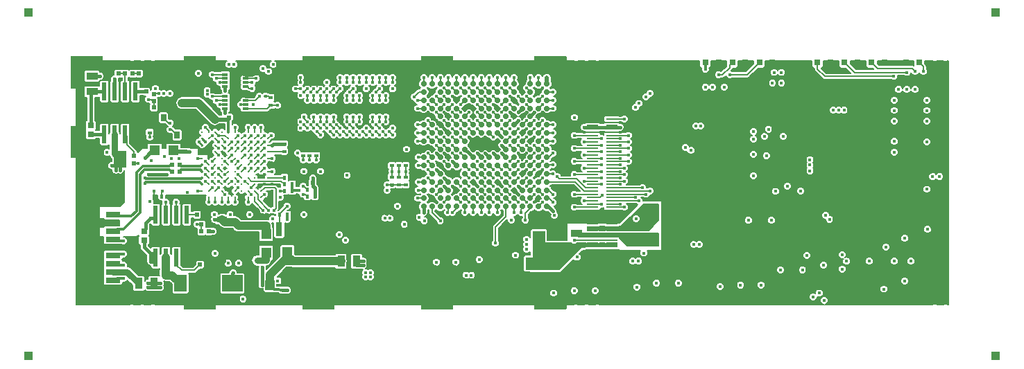
<source format=gtl>
G04 (created by PCBNEW (2013-07-07 BZR 4022)-stable) date 27/11/2015 23:20:48*
%MOIN*%
G04 Gerber Fmt 3.4, Leading zero omitted, Abs format*
%FSLAX34Y34*%
G01*
G70*
G90*
G04 APERTURE LIST*
%ADD10C,0.00590551*%
%ADD11C,0.019685*%
%ADD12R,0.0314X0.0314*%
%ADD13C,0.0275591*%
%ADD14R,0.051X0.0472*%
%ADD15R,0.0472X0.051*%
%ADD16R,0.0195X0.0175*%
%ADD17R,0.0175X0.0195*%
%ADD18R,0.0195X0.0195*%
%ADD19R,0.0265748X0.015748*%
%ADD20R,0.0265748X0.00787402*%
%ADD21R,0.0314961X0.0669291*%
%ADD22R,0.0236X0.0866*%
%ADD23R,0.1339X0.1008*%
%ADD24R,0.0984X0.0787*%
%ADD25R,0.0492126X0.0314961*%
%ADD26R,0.0259843X0.0354331*%
%ADD27C,0.011811*%
%ADD28R,0.05X0.0866142*%
%ADD29R,0.0169291X0.0141732*%
%ADD30R,0.0452756X0.0511811*%
%ADD31C,0.015748*%
%ADD32R,0.0392X0.0392*%
%ADD33R,0.0275591X0.011811*%
%ADD34R,0.0137795X0.0649606*%
%ADD35R,0.0354X0.0551*%
%ADD36C,0.0472441*%
%ADD37O,0.15748X0.0629921*%
%ADD38R,0.0708661X0.0275591*%
%ADD39R,0.0314X0.0275*%
%ADD40R,0.06X0.08*%
%ADD41R,0.0551X0.0354*%
%ADD42R,0.08X0.06*%
%ADD43R,0.0393701X0.15748*%
%ADD44R,0.15748X0.0393701*%
%ADD45R,0.0566929X0.0137795*%
%ADD46R,0.0566929X0.00905512*%
%ADD47C,0.015748*%
%ADD48C,0.00787402*%
%ADD49C,0.011811*%
%ADD50C,0.019685*%
%ADD51C,0.0314961*%
%ADD52C,0.0393701*%
%ADD53C,0.0110236*%
G04 APERTURE END LIST*
G54D10*
G54D11*
X62539Y-59232D03*
X62893Y-59232D03*
X62893Y-58562D03*
X62539Y-58562D03*
X56358Y-56082D03*
X56712Y-56082D03*
X56712Y-56437D03*
X56358Y-56437D03*
X56358Y-56751D03*
X56712Y-56751D03*
X56712Y-57066D03*
X56358Y-57066D03*
X70629Y-52381D03*
X70275Y-52381D03*
X69704Y-52381D03*
X71653Y-53838D03*
X71653Y-53484D03*
X70708Y-53838D03*
X70708Y-53484D03*
X71023Y-53484D03*
X71338Y-53484D03*
X71338Y-53838D03*
X71023Y-53838D03*
X69704Y-53307D03*
X69704Y-53779D03*
X70629Y-51771D03*
X70984Y-51771D03*
X71653Y-49606D03*
X72244Y-49606D03*
X70629Y-49606D03*
X70984Y-49606D03*
X70984Y-50000D03*
X70629Y-50000D03*
X70984Y-50728D03*
X70629Y-50728D03*
X70984Y-51062D03*
X70629Y-51062D03*
X83188Y-55393D03*
X83661Y-55393D03*
X83661Y-54606D03*
X42736Y-50551D03*
X42736Y-49940D03*
X46496Y-48188D03*
X45748Y-48188D03*
X44251Y-48188D03*
X45000Y-48188D03*
X52677Y-48818D03*
X52204Y-48818D03*
X48818Y-57362D03*
X48385Y-57362D03*
X79881Y-57440D03*
X76259Y-57007D03*
X75275Y-57007D03*
X74251Y-57007D03*
X69114Y-53779D03*
X69114Y-53307D03*
X67952Y-49271D03*
X68543Y-49271D03*
X67244Y-49271D03*
X66653Y-49271D03*
X80472Y-52952D03*
X80472Y-52519D03*
X76062Y-50118D03*
X74645Y-50354D03*
X84133Y-54606D03*
X84133Y-55393D03*
X84133Y-49291D03*
X84133Y-48503D03*
X76811Y-48149D03*
X80629Y-48996D03*
X80629Y-49566D03*
X80944Y-52952D03*
X80944Y-53346D03*
X81259Y-48996D03*
X80944Y-50708D03*
X80629Y-51496D03*
X81259Y-51496D03*
X80944Y-52519D03*
X81259Y-53779D03*
X80590Y-54251D03*
X81259Y-54251D03*
X79251Y-55157D03*
X79881Y-55157D03*
X76811Y-48464D03*
X75590Y-48464D03*
X74133Y-49094D03*
X74133Y-50354D03*
X74133Y-54448D03*
X43070Y-58346D03*
X43385Y-58346D03*
X43385Y-58661D03*
X43070Y-58661D03*
X43385Y-57322D03*
X43070Y-57322D03*
X43070Y-56614D03*
X43385Y-56614D03*
X43385Y-56968D03*
X43070Y-56968D03*
X43070Y-55590D03*
X43385Y-55590D03*
X43385Y-55275D03*
X43070Y-55275D03*
X81102Y-57440D03*
X82007Y-57440D03*
X82952Y-57440D03*
X83543Y-57440D03*
X82952Y-59448D03*
X81732Y-59448D03*
X79212Y-59448D03*
X80433Y-59448D03*
X72244Y-50000D03*
X71653Y-50000D03*
X70629Y-50393D03*
X70984Y-50393D03*
X80748Y-55157D03*
X81259Y-55157D03*
X74133Y-50984D03*
X74133Y-52224D03*
X74133Y-53110D03*
X74133Y-53740D03*
X77500Y-55157D03*
X77165Y-55157D03*
X76574Y-55157D03*
X75354Y-55157D03*
X75944Y-55157D03*
X74724Y-55157D03*
G54D12*
X82322Y-48070D03*
X82952Y-48070D03*
G54D13*
X61909Y-50275D03*
X61515Y-50275D03*
X60728Y-50275D03*
X61122Y-50275D03*
X59547Y-50275D03*
X59153Y-50275D03*
X59940Y-50275D03*
X60334Y-50275D03*
X63484Y-50275D03*
X63090Y-50275D03*
X62303Y-50275D03*
X62696Y-50275D03*
X64271Y-50275D03*
X63877Y-50275D03*
X64665Y-50275D03*
X65059Y-50275D03*
X65059Y-49881D03*
X64665Y-49881D03*
X63877Y-49881D03*
X64271Y-49881D03*
X62696Y-49881D03*
X62303Y-49881D03*
X63090Y-49881D03*
X63484Y-49881D03*
X60334Y-49881D03*
X59940Y-49881D03*
X59153Y-49881D03*
X59547Y-49881D03*
X61122Y-49881D03*
X60728Y-49881D03*
X61515Y-49881D03*
X61909Y-49881D03*
X61909Y-49094D03*
X61515Y-49094D03*
X60728Y-49094D03*
X61122Y-49094D03*
X59547Y-49094D03*
X59153Y-49094D03*
X59940Y-49094D03*
X60334Y-49094D03*
X63484Y-49094D03*
X63090Y-49094D03*
X62303Y-49094D03*
X62696Y-49094D03*
X64271Y-49094D03*
X63877Y-49094D03*
X64665Y-49094D03*
X65059Y-49094D03*
X65059Y-49488D03*
X64665Y-49488D03*
X63877Y-49488D03*
X64271Y-49488D03*
X62696Y-49488D03*
X62303Y-49488D03*
X63090Y-49488D03*
X63484Y-49488D03*
X60334Y-49488D03*
X59940Y-49488D03*
X59153Y-49488D03*
X59547Y-49488D03*
X61122Y-49488D03*
X60728Y-49488D03*
X61515Y-49488D03*
X61909Y-49488D03*
X61909Y-51062D03*
X61515Y-51062D03*
X60728Y-51062D03*
X61122Y-51062D03*
X59547Y-51062D03*
X59153Y-51062D03*
X59940Y-51062D03*
X60334Y-51062D03*
X63484Y-51062D03*
X63090Y-51062D03*
X62303Y-51062D03*
X62696Y-51062D03*
X64271Y-51062D03*
X63877Y-51062D03*
X64665Y-51062D03*
X65059Y-51062D03*
X65059Y-50669D03*
X64665Y-50669D03*
X63877Y-50669D03*
X64271Y-50669D03*
X62696Y-50669D03*
X62303Y-50669D03*
X63090Y-50669D03*
X63484Y-50669D03*
X60334Y-50669D03*
X59940Y-50669D03*
X59153Y-50669D03*
X59547Y-50669D03*
X61122Y-50669D03*
X60728Y-50669D03*
X61515Y-50669D03*
X61909Y-50669D03*
X61909Y-51456D03*
X61515Y-51456D03*
X60728Y-51456D03*
X61122Y-51456D03*
X59547Y-51456D03*
X59153Y-51456D03*
X59940Y-51456D03*
X60334Y-51456D03*
X63484Y-51456D03*
X63090Y-51456D03*
X62303Y-51456D03*
X62696Y-51456D03*
X64271Y-51456D03*
X63877Y-51456D03*
X64665Y-51456D03*
X65059Y-51456D03*
X60334Y-53818D03*
X59940Y-53818D03*
X59153Y-53818D03*
X59547Y-53818D03*
X61122Y-53818D03*
X60728Y-53818D03*
X61515Y-53818D03*
X61909Y-53818D03*
X65059Y-53818D03*
X64665Y-53818D03*
X63877Y-53818D03*
X64271Y-53818D03*
X62696Y-53818D03*
X62303Y-53818D03*
X63090Y-53818D03*
X63484Y-53818D03*
X63484Y-54212D03*
X63090Y-54212D03*
X62303Y-54212D03*
X62696Y-54212D03*
X64271Y-54212D03*
X63877Y-54212D03*
X64665Y-54212D03*
X65059Y-54212D03*
X61909Y-54212D03*
X61515Y-54212D03*
X60728Y-54212D03*
X61122Y-54212D03*
X59547Y-54212D03*
X59153Y-54212D03*
X59940Y-54212D03*
X60334Y-54212D03*
X60334Y-55000D03*
X59940Y-55000D03*
X59153Y-55000D03*
X59547Y-55000D03*
X61122Y-55000D03*
X60728Y-55000D03*
X61515Y-55000D03*
X61909Y-55000D03*
X65059Y-55000D03*
X64665Y-55000D03*
X63877Y-55000D03*
X64271Y-55000D03*
X62696Y-55000D03*
X62303Y-55000D03*
X63090Y-55000D03*
X63484Y-55000D03*
X63484Y-54606D03*
X63090Y-54606D03*
X62303Y-54606D03*
X62696Y-54606D03*
X64271Y-54606D03*
X63877Y-54606D03*
X64665Y-54606D03*
X65059Y-54606D03*
X61909Y-54606D03*
X61515Y-54606D03*
X60728Y-54606D03*
X61122Y-54606D03*
X59547Y-54606D03*
X59153Y-54606D03*
X59940Y-54606D03*
X60334Y-54606D03*
X60334Y-53031D03*
X59940Y-53031D03*
X59153Y-53031D03*
X59547Y-53031D03*
X61122Y-53031D03*
X60728Y-53031D03*
X61515Y-53031D03*
X61909Y-53031D03*
X65059Y-53031D03*
X64665Y-53031D03*
X63877Y-53031D03*
X64271Y-53031D03*
X62696Y-53031D03*
X62303Y-53031D03*
X63090Y-53031D03*
X63484Y-53031D03*
X63484Y-53425D03*
X63090Y-53425D03*
X62303Y-53425D03*
X62696Y-53425D03*
X64271Y-53425D03*
X63877Y-53425D03*
X64665Y-53425D03*
X65059Y-53425D03*
X61909Y-53425D03*
X61515Y-53425D03*
X60728Y-53425D03*
X61122Y-53425D03*
X59547Y-53425D03*
X59153Y-53425D03*
X59940Y-53425D03*
X60334Y-53425D03*
X60334Y-52637D03*
X59940Y-52637D03*
X59153Y-52637D03*
X59547Y-52637D03*
X61122Y-52637D03*
X60728Y-52637D03*
X61515Y-52637D03*
X61909Y-52637D03*
X65059Y-52637D03*
X64665Y-52637D03*
X63877Y-52637D03*
X64271Y-52637D03*
X62696Y-52637D03*
X62303Y-52637D03*
X63090Y-52637D03*
X63484Y-52637D03*
X63484Y-52244D03*
X63090Y-52244D03*
X62303Y-52244D03*
X62696Y-52244D03*
X64271Y-52244D03*
X63877Y-52244D03*
X64665Y-52244D03*
X65059Y-52244D03*
X61909Y-52244D03*
X61515Y-52244D03*
X60728Y-52244D03*
X61122Y-52244D03*
X59547Y-52244D03*
X59153Y-52244D03*
X59940Y-52244D03*
X60334Y-52244D03*
X65059Y-51850D03*
X64665Y-51850D03*
X63877Y-51850D03*
X64271Y-51850D03*
X62696Y-51850D03*
X62303Y-51850D03*
X63090Y-51850D03*
X63484Y-51850D03*
X60334Y-51850D03*
X59940Y-51850D03*
X59153Y-51850D03*
X59547Y-51850D03*
X61122Y-51850D03*
X60728Y-51850D03*
X61515Y-51850D03*
X61909Y-51850D03*
G54D14*
X47125Y-52303D03*
X46221Y-52303D03*
G54D15*
X51574Y-57223D03*
X51574Y-56319D03*
G54D16*
X57952Y-53944D03*
X57952Y-53574D03*
X57952Y-53039D03*
X57952Y-52669D03*
X57618Y-53944D03*
X57618Y-53574D03*
X57618Y-53039D03*
X57618Y-52669D03*
X52440Y-52350D03*
X52440Y-51980D03*
X58287Y-53039D03*
X58287Y-52669D03*
X58287Y-53944D03*
X58287Y-53574D03*
X45984Y-51444D03*
X45984Y-51074D03*
G54D17*
X52452Y-53622D03*
X52822Y-53622D03*
X46562Y-54507D03*
X46192Y-54507D03*
X53925Y-54507D03*
X53555Y-54507D03*
G54D16*
X53976Y-52177D03*
X53976Y-52547D03*
G54D17*
X52452Y-53937D03*
X52822Y-53937D03*
X52452Y-54251D03*
X52822Y-54251D03*
G54D16*
X53346Y-52177D03*
X53346Y-52547D03*
X53661Y-52177D03*
X53661Y-52547D03*
G54D17*
X53925Y-54192D03*
X53555Y-54192D03*
X52216Y-55393D03*
X52586Y-55393D03*
G54D16*
X51791Y-49755D03*
X51791Y-50125D03*
G54D18*
X47067Y-53307D03*
X47421Y-53307D03*
X47677Y-52362D03*
X47677Y-52008D03*
X49803Y-50708D03*
X50157Y-50708D03*
X47067Y-52992D03*
X47421Y-52992D03*
X53819Y-53858D03*
X54173Y-53858D03*
G54D19*
X46530Y-53444D03*
X46186Y-53444D03*
G54D20*
X46186Y-53248D03*
X46186Y-53051D03*
X46530Y-53248D03*
X46530Y-53051D03*
X46530Y-53641D03*
X46530Y-53838D03*
X46186Y-53838D03*
X46186Y-53641D03*
G54D21*
X52204Y-56102D03*
X53543Y-56102D03*
G54D22*
X46259Y-57460D03*
X46759Y-57460D03*
X47259Y-57460D03*
X47759Y-57460D03*
X47759Y-55393D03*
X47259Y-55393D03*
X46759Y-55393D03*
X46259Y-55393D03*
G54D23*
X47009Y-56427D03*
G54D22*
X43799Y-51535D03*
X44299Y-51535D03*
X44799Y-51535D03*
X45299Y-51535D03*
X45299Y-49468D03*
X44799Y-49468D03*
X44299Y-49468D03*
X43799Y-49468D03*
G54D23*
X44549Y-50502D03*
G54D24*
X49960Y-57086D03*
X49960Y-58700D03*
G54D25*
X50885Y-55905D03*
X50885Y-56614D03*
X49468Y-55629D03*
X49468Y-56338D03*
G54D26*
X46641Y-51555D03*
X46641Y-50728D03*
X47295Y-50728D03*
X47295Y-51555D03*
G54D27*
X51653Y-53307D03*
X51653Y-53622D03*
X51653Y-53937D03*
X51653Y-54251D03*
X51653Y-51732D03*
X51653Y-52047D03*
X51653Y-52362D03*
X51653Y-52677D03*
X50078Y-52677D03*
X50078Y-52362D03*
X50078Y-52047D03*
X50078Y-51732D03*
X50078Y-54251D03*
X50078Y-53937D03*
X50078Y-53622D03*
X50078Y-53307D03*
X50393Y-54566D03*
X50393Y-52992D03*
X50393Y-51417D03*
X50393Y-53307D03*
X50393Y-53622D03*
X50393Y-53937D03*
X50393Y-54251D03*
X50393Y-51732D03*
X50393Y-52047D03*
X50393Y-52362D03*
X50393Y-52677D03*
X50708Y-52677D03*
X50708Y-52362D03*
X50708Y-52047D03*
X50708Y-51732D03*
X50708Y-54251D03*
X50708Y-53937D03*
X50708Y-53622D03*
X50708Y-53307D03*
X50708Y-51417D03*
X50708Y-52992D03*
X50708Y-54566D03*
X51023Y-54566D03*
X51023Y-52992D03*
X51023Y-51417D03*
X51023Y-53307D03*
X51023Y-53622D03*
X51023Y-53937D03*
X51023Y-54251D03*
X51023Y-51732D03*
X51023Y-52047D03*
X51023Y-52362D03*
X51023Y-52677D03*
X51338Y-52677D03*
X51338Y-52362D03*
X51338Y-52047D03*
X51338Y-51732D03*
X51338Y-54251D03*
X51338Y-53937D03*
X51338Y-53622D03*
X51338Y-53307D03*
X51338Y-51417D03*
X51338Y-52992D03*
X51338Y-54566D03*
X49763Y-54566D03*
X49763Y-52992D03*
X49763Y-51417D03*
X49763Y-53307D03*
X49763Y-53622D03*
X49763Y-53937D03*
X49763Y-54251D03*
X49763Y-51732D03*
X49763Y-52047D03*
X49763Y-52362D03*
X49763Y-52677D03*
X49448Y-52677D03*
X49448Y-52362D03*
X49448Y-52047D03*
X49448Y-51732D03*
X49448Y-54251D03*
X49448Y-53937D03*
X49448Y-53622D03*
X49448Y-53307D03*
X49448Y-51417D03*
X49448Y-52992D03*
X49448Y-54566D03*
X49133Y-54566D03*
X49133Y-52992D03*
X49133Y-51417D03*
X49133Y-53307D03*
X49133Y-53622D03*
X49133Y-53937D03*
X49133Y-54251D03*
X49133Y-51732D03*
X49133Y-52047D03*
X49133Y-52362D03*
X49133Y-52677D03*
X48818Y-52677D03*
X48818Y-52362D03*
X48818Y-52047D03*
X48818Y-51732D03*
X48818Y-54251D03*
X48818Y-53937D03*
X48818Y-53622D03*
X48818Y-53307D03*
X48818Y-51417D03*
X48818Y-52992D03*
X48818Y-54566D03*
X48503Y-54566D03*
X48503Y-52992D03*
X48503Y-51417D03*
X51653Y-54566D03*
X51653Y-52992D03*
X51653Y-51417D03*
X50078Y-51417D03*
X50078Y-52992D03*
X50078Y-54566D03*
X48503Y-53307D03*
X48503Y-53622D03*
X48503Y-53937D03*
X48503Y-54251D03*
X48503Y-51732D03*
X48503Y-52047D03*
X48503Y-52362D03*
X48503Y-52677D03*
G54D28*
X53590Y-58681D03*
X52590Y-57381D03*
G54D29*
X52135Y-58976D03*
X52135Y-58779D03*
X52135Y-58582D03*
X51399Y-58582D03*
X51399Y-58779D03*
X51399Y-58976D03*
G54D30*
X51767Y-58779D03*
G54D31*
X55127Y-50915D03*
X55127Y-51230D03*
X55127Y-51545D03*
X55127Y-49655D03*
X55127Y-49340D03*
X55127Y-49025D03*
X54812Y-49340D03*
X54812Y-49655D03*
X54812Y-51545D03*
X54812Y-51230D03*
X54812Y-50915D03*
X54183Y-50915D03*
X54183Y-51230D03*
X54183Y-51545D03*
X54183Y-49655D03*
X54183Y-49340D03*
X54498Y-49025D03*
X54498Y-49340D03*
X54498Y-49655D03*
X54498Y-51230D03*
X54498Y-50915D03*
X53238Y-50915D03*
X53238Y-51230D03*
X53238Y-49655D03*
X53238Y-49340D03*
X53238Y-49025D03*
X53553Y-50915D03*
X53553Y-51230D03*
X53553Y-51545D03*
X53553Y-49655D03*
X53553Y-49340D03*
X53868Y-49025D03*
X53868Y-49340D03*
X53868Y-49655D03*
X53868Y-51230D03*
X53868Y-50915D03*
X56702Y-50915D03*
X56702Y-51230D03*
X56702Y-51545D03*
X56702Y-49655D03*
X56702Y-49340D03*
X56702Y-49025D03*
X56387Y-49025D03*
X56387Y-49340D03*
X56387Y-49655D03*
X56387Y-51545D03*
X56387Y-51230D03*
X56387Y-50915D03*
X55442Y-50915D03*
X55442Y-51230D03*
X55442Y-51545D03*
X55442Y-49655D03*
X55442Y-49340D03*
X55442Y-49025D03*
X55757Y-49025D03*
X55757Y-49340D03*
X55757Y-49655D03*
X55757Y-51545D03*
X55757Y-51230D03*
X55757Y-50915D03*
X57017Y-50915D03*
X57017Y-51230D03*
X57017Y-51545D03*
X57017Y-49655D03*
X57017Y-49340D03*
X57017Y-49025D03*
X56072Y-49025D03*
X56072Y-49340D03*
X56072Y-49655D03*
X56072Y-51545D03*
X56072Y-51230D03*
X56072Y-50915D03*
X57332Y-50915D03*
X57332Y-51230D03*
X57332Y-51545D03*
X57332Y-49655D03*
X57332Y-49340D03*
X57332Y-49025D03*
X57647Y-49025D03*
X57647Y-49340D03*
X57647Y-49655D03*
X57647Y-51545D03*
X57647Y-51230D03*
X57647Y-50915D03*
G54D11*
X54468Y-54448D03*
X54468Y-53976D03*
X54822Y-53976D03*
X54822Y-54448D03*
X54645Y-54212D03*
G54D32*
X40157Y-62204D03*
X40157Y-45669D03*
X86614Y-62204D03*
X86614Y-45669D03*
G54D33*
X49606Y-48838D03*
X49606Y-48641D03*
X49606Y-49035D03*
X49606Y-49232D03*
X50590Y-49232D03*
X50590Y-49035D03*
X50590Y-48641D03*
X50590Y-48838D03*
G54D34*
X50098Y-48937D03*
G54D33*
X49606Y-49901D03*
X49606Y-49704D03*
X49606Y-50098D03*
X49606Y-50295D03*
X50590Y-50295D03*
X50590Y-50098D03*
X50590Y-49704D03*
X50590Y-49901D03*
G54D34*
X50098Y-50000D03*
G54D12*
X81299Y-48070D03*
X80669Y-48070D03*
X80000Y-48070D03*
X79370Y-48070D03*
X78700Y-48070D03*
X78070Y-48070D03*
X75905Y-48070D03*
X75275Y-48070D03*
X74606Y-48070D03*
X73976Y-48070D03*
X73307Y-48070D03*
X72677Y-48070D03*
G54D35*
X45451Y-58700D03*
X46201Y-58700D03*
G54D36*
X43228Y-56082D03*
G54D37*
X43228Y-54665D03*
G54D38*
X44212Y-55393D03*
X44212Y-55787D03*
X44212Y-56574D03*
X44212Y-56181D03*
X44212Y-58149D03*
X44212Y-58543D03*
X44212Y-57755D03*
X44212Y-57362D03*
X44212Y-56968D03*
G54D37*
X43228Y-59271D03*
G54D36*
X43228Y-57854D03*
G54D18*
X46181Y-49586D03*
X46181Y-49940D03*
X45216Y-52559D03*
X45216Y-52913D03*
X44803Y-48602D03*
X45157Y-48602D03*
X48464Y-55866D03*
X48818Y-55866D03*
X48818Y-56200D03*
X48464Y-56200D03*
X48405Y-57795D03*
X48759Y-57795D03*
X46181Y-50236D03*
X46181Y-50590D03*
G54D39*
X45708Y-56202D03*
X45708Y-56632D03*
G54D18*
X48248Y-55393D03*
X48602Y-55393D03*
X44488Y-48602D03*
X44134Y-48602D03*
X45807Y-49468D03*
X45807Y-49114D03*
X45472Y-48602D03*
X45826Y-48602D03*
G54D40*
X44567Y-52716D03*
X43267Y-52716D03*
X47460Y-58700D03*
X48760Y-58700D03*
G54D39*
X43149Y-51103D03*
X43149Y-51533D03*
G54D35*
X55176Y-57637D03*
X55926Y-57637D03*
G54D41*
X43208Y-48719D03*
X43208Y-49469D03*
X66496Y-56280D03*
X66496Y-55530D03*
G54D40*
X64685Y-56574D03*
X63385Y-56574D03*
G54D42*
X64448Y-57755D03*
X64448Y-59055D03*
G54D43*
X65846Y-51889D03*
X42381Y-51889D03*
X65807Y-55826D03*
X42381Y-48543D03*
X65807Y-59173D03*
X65807Y-48543D03*
G54D44*
X59803Y-59763D03*
X48385Y-59763D03*
X59803Y-47952D03*
X48385Y-47952D03*
X42972Y-47952D03*
X65216Y-59763D03*
X65216Y-47952D03*
X54094Y-47952D03*
X54094Y-59763D03*
G54D11*
X74133Y-55157D03*
G54D45*
X67255Y-49822D03*
X68177Y-49822D03*
X67255Y-57893D03*
X68177Y-57893D03*
G54D46*
X67255Y-54094D03*
X67255Y-54409D03*
X67255Y-54251D03*
X67255Y-54566D03*
X67255Y-55196D03*
X67255Y-55039D03*
X67255Y-54724D03*
X67255Y-54881D03*
X67255Y-56456D03*
X67255Y-56299D03*
X67255Y-55984D03*
X67255Y-56141D03*
X67255Y-55511D03*
X67255Y-55354D03*
X67255Y-55669D03*
X67255Y-55826D03*
X67255Y-57086D03*
X67255Y-56929D03*
X67255Y-56614D03*
X67255Y-56771D03*
X67255Y-57401D03*
X67255Y-57244D03*
X67255Y-57559D03*
X67255Y-57716D03*
X68177Y-55984D03*
X68177Y-55826D03*
X68177Y-55511D03*
X68177Y-55669D03*
X68177Y-57244D03*
X68177Y-57086D03*
X68177Y-56771D03*
X68177Y-56929D03*
X68177Y-56299D03*
X68177Y-56141D03*
X68177Y-56456D03*
X68177Y-56614D03*
X68177Y-57716D03*
X68177Y-57401D03*
X68177Y-57559D03*
X67255Y-53937D03*
X68177Y-55039D03*
X68177Y-54881D03*
X68177Y-54566D03*
X68177Y-54724D03*
X68177Y-55354D03*
X68177Y-55196D03*
X68177Y-54094D03*
X68177Y-53937D03*
X68177Y-54251D03*
X68177Y-54409D03*
X68177Y-50629D03*
X68177Y-50472D03*
X68177Y-50157D03*
X68177Y-50314D03*
X67255Y-50629D03*
X67255Y-50472D03*
X67255Y-50157D03*
X67255Y-50314D03*
X67255Y-50000D03*
X68177Y-50000D03*
X68177Y-51259D03*
X68177Y-51102D03*
X68177Y-50787D03*
X68177Y-50944D03*
X67255Y-51259D03*
X67255Y-51102D03*
X67255Y-50787D03*
X67255Y-50944D03*
X68177Y-52519D03*
X68177Y-52362D03*
X68177Y-52047D03*
X68177Y-52204D03*
X67255Y-52519D03*
X67255Y-52362D03*
X67255Y-52047D03*
X67255Y-52204D03*
X67255Y-51574D03*
X67255Y-51417D03*
X67255Y-51732D03*
X67255Y-51889D03*
X68177Y-51574D03*
X68177Y-51417D03*
X68177Y-51732D03*
X68177Y-51889D03*
X68177Y-53149D03*
X68177Y-52992D03*
X68177Y-52677D03*
X68177Y-52834D03*
X67255Y-53149D03*
X67255Y-52992D03*
X67255Y-52677D03*
X67255Y-52834D03*
X67255Y-53464D03*
X67255Y-53307D03*
X67255Y-53622D03*
X67255Y-53779D03*
X68177Y-53464D03*
X68177Y-53307D03*
X68177Y-53622D03*
X68177Y-53779D03*
G54D31*
X67716Y-51181D03*
X66850Y-51181D03*
X68582Y-51181D03*
X70354Y-55196D03*
X70354Y-54960D03*
X57283Y-55570D03*
X57519Y-55570D03*
X53149Y-54212D03*
X55757Y-50679D03*
X55757Y-49891D03*
X55472Y-53503D03*
X55600Y-51387D03*
X57017Y-50679D03*
X53238Y-48789D03*
X54970Y-51387D03*
X54025Y-51387D03*
X57017Y-49891D03*
X55127Y-48789D03*
X56230Y-51387D03*
X55757Y-48789D03*
X56860Y-51387D03*
X57017Y-48789D03*
X57490Y-51387D03*
X57647Y-48789D03*
X56387Y-48789D03*
X59744Y-50472D03*
X51870Y-52047D03*
X59744Y-52440D03*
X59744Y-53228D03*
X50708Y-51200D03*
X59744Y-51259D03*
X65059Y-48799D03*
X62500Y-49685D03*
X63681Y-49685D03*
X60137Y-49685D03*
X61318Y-49685D03*
X59153Y-48799D03*
X75000Y-51397D03*
X76614Y-54015D03*
X55098Y-56358D03*
X55393Y-56633D03*
X51141Y-57598D03*
X51377Y-57598D03*
X63366Y-55649D03*
X65354Y-55216D03*
X51543Y-49692D03*
X52598Y-55629D03*
X51574Y-57598D03*
X60137Y-54015D03*
X62893Y-54409D03*
X63681Y-54015D03*
X59153Y-55295D03*
X64468Y-50472D03*
X53818Y-53622D03*
X45748Y-52657D03*
X64468Y-52440D03*
X61712Y-54409D03*
X49035Y-56200D03*
X49606Y-49409D03*
X49606Y-50492D03*
X64468Y-51259D03*
X64468Y-53228D03*
X76417Y-51633D03*
X75610Y-52559D03*
X61811Y-57559D03*
X70354Y-56830D03*
X56358Y-58385D03*
X56594Y-58385D03*
X56594Y-58188D03*
X56358Y-58188D03*
X71988Y-52303D03*
X83326Y-54173D03*
X71712Y-52165D03*
X72460Y-51122D03*
X72224Y-51122D03*
X70354Y-56614D03*
X70157Y-56614D03*
X70157Y-56830D03*
X64980Y-57637D03*
X51397Y-58149D03*
X65196Y-57637D03*
X75905Y-49055D03*
X76338Y-49055D03*
X51397Y-57933D03*
X64980Y-57421D03*
X64685Y-57283D03*
X51397Y-58366D03*
X44153Y-53031D03*
X44350Y-53248D03*
X46968Y-58307D03*
X44566Y-53248D03*
X46751Y-58307D03*
X46751Y-58070D03*
X56240Y-57637D03*
X56240Y-57834D03*
X64094Y-56830D03*
X64094Y-57066D03*
X48346Y-51889D03*
X44724Y-56653D03*
X44724Y-57283D03*
X48661Y-51889D03*
X58937Y-55511D03*
X49133Y-54783D03*
X50905Y-49311D03*
X50236Y-54094D03*
X72677Y-49251D03*
X51692Y-48503D03*
X50866Y-54409D03*
X73031Y-49251D03*
X51417Y-48346D03*
X50551Y-53779D03*
X73582Y-49251D03*
X51909Y-48169D03*
X51496Y-54409D03*
X60137Y-52047D03*
X57618Y-53307D03*
X60531Y-52047D03*
X57952Y-53307D03*
X60531Y-52440D03*
X58287Y-53307D03*
X49291Y-52204D03*
X45984Y-51673D03*
X45748Y-53877D03*
X44724Y-58464D03*
X45748Y-53622D03*
X44724Y-57834D03*
X75000Y-51751D03*
X75708Y-51279D03*
X76043Y-54271D03*
X81259Y-58976D03*
X81968Y-49370D03*
X61181Y-58307D03*
X61318Y-53622D03*
X61437Y-58307D03*
X82263Y-58582D03*
X82362Y-49370D03*
X61712Y-53622D03*
X75846Y-55669D03*
X62696Y-55295D03*
X76299Y-58051D03*
X62106Y-54409D03*
X60137Y-54803D03*
X67381Y-59055D03*
X69389Y-58877D03*
X60925Y-54015D03*
X69724Y-57244D03*
X60531Y-55295D03*
X70334Y-58700D03*
X60925Y-54803D03*
X71377Y-58700D03*
X61122Y-55295D03*
X61318Y-54803D03*
X72125Y-56830D03*
X61515Y-55295D03*
X72381Y-56830D03*
X74744Y-55669D03*
X62106Y-54803D03*
X79251Y-57322D03*
X62500Y-54015D03*
X80551Y-57637D03*
X61318Y-53228D03*
X81358Y-56948D03*
X62500Y-53622D03*
X81751Y-57637D03*
X62106Y-53622D03*
X62500Y-53228D03*
X82263Y-56535D03*
X83346Y-56102D03*
X62106Y-53228D03*
X61712Y-53228D03*
X82559Y-57637D03*
X78366Y-57834D03*
X62500Y-54803D03*
X62106Y-54015D03*
X79468Y-57637D03*
X62500Y-54409D03*
X77559Y-57362D03*
X77342Y-58051D03*
X61318Y-54015D03*
X74370Y-58779D03*
X61909Y-55295D03*
X73385Y-58858D03*
X61712Y-54803D03*
X69192Y-57637D03*
X60688Y-57677D03*
X61318Y-54409D03*
X75354Y-58779D03*
X62303Y-55295D03*
X64094Y-56574D03*
X63287Y-54409D03*
X66515Y-57440D03*
X63681Y-50866D03*
X60531Y-52834D03*
X63287Y-51259D03*
X63681Y-50472D03*
X60137Y-53622D03*
X54025Y-51072D03*
X61318Y-51259D03*
X54183Y-49891D03*
X62303Y-48799D03*
X63090Y-48799D03*
X54025Y-49498D03*
X53405Y-50679D03*
X60137Y-49291D03*
X59940Y-48799D03*
X53001Y-49340D03*
X61712Y-50866D03*
X54183Y-50679D03*
X53710Y-49498D03*
X61515Y-48799D03*
X53710Y-51072D03*
X64074Y-50078D03*
X53868Y-49891D03*
X61909Y-48799D03*
X53868Y-50679D03*
X61712Y-51259D03*
X59547Y-48799D03*
X53395Y-49498D03*
X59744Y-49685D03*
X53395Y-51072D03*
X61122Y-48799D03*
X53553Y-49891D03*
X63484Y-48799D03*
X54340Y-49498D03*
X64271Y-48799D03*
X54498Y-49891D03*
X64665Y-48799D03*
X54655Y-49498D03*
X54655Y-51072D03*
X60925Y-50472D03*
X61318Y-50472D03*
X54970Y-51072D03*
X55600Y-51072D03*
X62893Y-50472D03*
X62893Y-49291D03*
X55600Y-49498D03*
X56702Y-50679D03*
X62106Y-50078D03*
X56702Y-49891D03*
X60531Y-49291D03*
X56702Y-48789D03*
X60728Y-48799D03*
X61712Y-50078D03*
X56545Y-51387D03*
X60334Y-48799D03*
X57332Y-48789D03*
X62106Y-49685D03*
X57175Y-51387D03*
X63287Y-50078D03*
X55442Y-50679D03*
X55442Y-49891D03*
X62500Y-49291D03*
X63287Y-49291D03*
X55442Y-48789D03*
X62500Y-50866D03*
X55285Y-51387D03*
X56072Y-48789D03*
X64074Y-49291D03*
X62106Y-50866D03*
X55915Y-51387D03*
X60925Y-49291D03*
X56860Y-51072D03*
X61318Y-49291D03*
X56860Y-49498D03*
X56072Y-49891D03*
X64074Y-49685D03*
X62500Y-50472D03*
X56072Y-50679D03*
X62106Y-49291D03*
X54655Y-51387D03*
X57332Y-49891D03*
X62106Y-50472D03*
X62696Y-48799D03*
X57332Y-50679D03*
X60925Y-50866D03*
X54498Y-50679D03*
X61318Y-50866D03*
X54340Y-51072D03*
X61712Y-50472D03*
X54812Y-50679D03*
X61712Y-49291D03*
X54812Y-49891D03*
X66377Y-54409D03*
X63287Y-54015D03*
X65354Y-51062D03*
X67677Y-52047D03*
X66850Y-51889D03*
X64862Y-50866D03*
X66377Y-51574D03*
X64074Y-50866D03*
X67677Y-52677D03*
X65354Y-51850D03*
X65354Y-49881D03*
X68976Y-51574D03*
X65354Y-51456D03*
X66377Y-52204D03*
X67677Y-52362D03*
X63681Y-51259D03*
X67677Y-51732D03*
X63287Y-50866D03*
X68582Y-51732D03*
X64862Y-49685D03*
X65354Y-49488D03*
X68976Y-51889D03*
X62893Y-51259D03*
X66850Y-52519D03*
X64862Y-50078D03*
X68582Y-52047D03*
X66850Y-53779D03*
X64074Y-53622D03*
X68582Y-53937D03*
X63287Y-54803D03*
X64862Y-51653D03*
X66377Y-52834D03*
X64862Y-52440D03*
X67677Y-52992D03*
X67677Y-53937D03*
X64074Y-54015D03*
X65354Y-54803D03*
X68779Y-53779D03*
X64862Y-52834D03*
X66377Y-53464D03*
X67677Y-53622D03*
X63681Y-53228D03*
X67677Y-53307D03*
X65354Y-52992D03*
X64468Y-54409D03*
X68582Y-53622D03*
X65354Y-52440D03*
X66850Y-53149D03*
X65354Y-54409D03*
X68779Y-53464D03*
X63287Y-51653D03*
X68976Y-52519D03*
X64468Y-54015D03*
X68779Y-53149D03*
X68582Y-52362D03*
X64862Y-51259D03*
X68582Y-52992D03*
X64862Y-53622D03*
X59350Y-53228D03*
X77263Y-54251D03*
X54192Y-53307D03*
X59744Y-52047D03*
X79340Y-50364D03*
X63681Y-54803D03*
X79251Y-58011D03*
X49094Y-55374D03*
X64468Y-52047D03*
X52244Y-54566D03*
X64862Y-52047D03*
X64862Y-54803D03*
X67677Y-54881D03*
X63287Y-52047D03*
X49842Y-55374D03*
X50777Y-55393D03*
X64074Y-52834D03*
X63287Y-53622D03*
X68582Y-54881D03*
X78464Y-55433D03*
X78828Y-50364D03*
X66377Y-55039D03*
X63484Y-55295D03*
X79084Y-50364D03*
X78641Y-55610D03*
X66850Y-54724D03*
X62893Y-53622D03*
X49606Y-53464D03*
X53385Y-53307D03*
X51496Y-52204D03*
X59350Y-51259D03*
X51496Y-52519D03*
X59350Y-51653D03*
X51496Y-53149D03*
X58858Y-51850D03*
X60137Y-51653D03*
X51181Y-53149D03*
X50866Y-53149D03*
X59350Y-52440D03*
X51181Y-52519D03*
X60137Y-52834D03*
X50866Y-52519D03*
X59350Y-53622D03*
X50551Y-52519D03*
X58858Y-54606D03*
X50236Y-53149D03*
X59350Y-52834D03*
X51496Y-52834D03*
X59744Y-51653D03*
X53090Y-52421D03*
X60531Y-51653D03*
X50866Y-52204D03*
X50551Y-53149D03*
X58897Y-52637D03*
X50866Y-52834D03*
X58897Y-54212D03*
X49448Y-54783D03*
X49291Y-53779D03*
X51889Y-55590D03*
X50236Y-51574D03*
X58858Y-49881D03*
X50236Y-51889D03*
X58681Y-49724D03*
X51338Y-51200D03*
X60531Y-50472D03*
X51811Y-51574D03*
X59350Y-50866D03*
X60137Y-50866D03*
X51496Y-51574D03*
X51496Y-51889D03*
X60531Y-50866D03*
X51181Y-52204D03*
X58858Y-51456D03*
X50551Y-52204D03*
X60925Y-52440D03*
X49921Y-52834D03*
X58897Y-53031D03*
X60531Y-50078D03*
X50551Y-51574D03*
X50551Y-51889D03*
X60925Y-51259D03*
X60925Y-51653D03*
X50236Y-52204D03*
X59350Y-50078D03*
X50866Y-51574D03*
X60531Y-51259D03*
X50866Y-51889D03*
X58858Y-50275D03*
X51181Y-51574D03*
X51181Y-51889D03*
X58858Y-51062D03*
X64074Y-54803D03*
X51948Y-55177D03*
X63838Y-55295D03*
X51692Y-55177D03*
X50866Y-54094D03*
X63681Y-53622D03*
X57381Y-54232D03*
X58208Y-55866D03*
X64035Y-55649D03*
X51437Y-55177D03*
X62598Y-56771D03*
X49763Y-54783D03*
X49606Y-54409D03*
X49606Y-53779D03*
X51181Y-52834D03*
X58897Y-53818D03*
X50354Y-50098D03*
X63287Y-53228D03*
X50255Y-57736D03*
X50905Y-49035D03*
X49291Y-54094D03*
X62893Y-53228D03*
X48996Y-49704D03*
X48996Y-48641D03*
X49291Y-53149D03*
X49114Y-57263D03*
X49744Y-57736D03*
X49291Y-53464D03*
X49173Y-49901D03*
X49173Y-48838D03*
X62893Y-54803D03*
X49291Y-51574D03*
X49921Y-53779D03*
X50078Y-54783D03*
X49822Y-55629D03*
X49094Y-55629D03*
X48818Y-54783D03*
X48326Y-48582D03*
X48740Y-49606D03*
X48740Y-49409D03*
X51023Y-51200D03*
X50078Y-51200D03*
X48976Y-51574D03*
X46003Y-54763D03*
X51870Y-53307D03*
X51870Y-52677D03*
X50708Y-54783D03*
X49921Y-51889D03*
X48976Y-53779D03*
X62874Y-56771D03*
X62283Y-56771D03*
X61850Y-56771D03*
X67716Y-50393D03*
X66850Y-57224D03*
X67716Y-57224D03*
X67716Y-57440D03*
X68582Y-57440D03*
X68582Y-57224D03*
X66377Y-56614D03*
X68582Y-55590D03*
X68582Y-57657D03*
X67716Y-57657D03*
X66850Y-57657D03*
X66850Y-50078D03*
X67716Y-55590D03*
X68582Y-55275D03*
X67716Y-55275D03*
X68582Y-51417D03*
X67716Y-51417D03*
X66850Y-51417D03*
X67716Y-50708D03*
X67716Y-50944D03*
X68582Y-50944D03*
X66850Y-50944D03*
X68582Y-50629D03*
X66850Y-50708D03*
X68582Y-50078D03*
X67716Y-50078D03*
X66850Y-55275D03*
X68582Y-50393D03*
X66850Y-50393D03*
X66850Y-55590D03*
X62755Y-57559D03*
X62244Y-57559D03*
X63267Y-59645D03*
X63897Y-59645D03*
X55472Y-55649D03*
X56043Y-55610D03*
X56279Y-55610D03*
X57086Y-57342D03*
X58208Y-57874D03*
X57755Y-57066D03*
X55531Y-59035D03*
X56358Y-59035D03*
X54704Y-59035D03*
X72500Y-54724D03*
X71023Y-52480D03*
X70728Y-54212D03*
X70748Y-55019D03*
X69685Y-51889D03*
X72224Y-50688D03*
X71929Y-50433D03*
X70255Y-50137D03*
X59744Y-50866D03*
X66161Y-59645D03*
X66161Y-59173D03*
X47066Y-48602D03*
X75000Y-50846D03*
X75846Y-51968D03*
X76377Y-54625D03*
X60137Y-53228D03*
X75688Y-54271D03*
X80314Y-48031D03*
X74114Y-48425D03*
X64468Y-51653D03*
X66141Y-49271D03*
X66456Y-50078D03*
X66417Y-50393D03*
X56437Y-52736D03*
X63287Y-50472D03*
X59744Y-54803D03*
X59940Y-55334D03*
X61712Y-52834D03*
X57775Y-54232D03*
X58011Y-54409D03*
X58326Y-54409D03*
X49330Y-48070D03*
X49566Y-51200D03*
X49606Y-53149D03*
X64468Y-55275D03*
X76761Y-52923D03*
X77096Y-52923D03*
X76427Y-52923D03*
X76427Y-53139D03*
X77096Y-53139D03*
X76761Y-53139D03*
X76761Y-52470D03*
X77096Y-52470D03*
X76427Y-52470D03*
X76427Y-52706D03*
X77096Y-52706D03*
X76761Y-52706D03*
X83661Y-48503D03*
X82716Y-53818D03*
X83326Y-52874D03*
X83326Y-52381D03*
X83917Y-53188D03*
X76220Y-48070D03*
X82027Y-48070D03*
X81594Y-48070D03*
X78700Y-48366D03*
X74990Y-52135D03*
X74950Y-50580D03*
X76210Y-50580D03*
X75246Y-54124D03*
X76958Y-53750D03*
X75580Y-50103D03*
X75265Y-50103D03*
X76525Y-50103D03*
X76840Y-50103D03*
X76663Y-51053D03*
X75068Y-49064D03*
X77175Y-49064D03*
X76427Y-50895D03*
X77627Y-51643D03*
X77627Y-51151D03*
X77568Y-50462D03*
X77568Y-50816D03*
X77844Y-49675D03*
X78179Y-49675D03*
X79084Y-49576D03*
X79084Y-48946D03*
X79616Y-53198D03*
X79301Y-52903D03*
X79301Y-53474D03*
X79891Y-53356D03*
X80246Y-53789D03*
X79537Y-53789D03*
X79891Y-54202D03*
X80364Y-50462D03*
X80364Y-50816D03*
X62893Y-54015D03*
X43700Y-56968D03*
X51397Y-59192D03*
X63681Y-55649D03*
X70748Y-57244D03*
X69133Y-59055D03*
X68366Y-59055D03*
X69724Y-49311D03*
X43700Y-55787D03*
X44724Y-56968D03*
X73307Y-48385D03*
X48385Y-59448D03*
X47460Y-59645D03*
X49311Y-59645D03*
X54094Y-59448D03*
X53169Y-59645D03*
X55019Y-59645D03*
X59803Y-59429D03*
X58877Y-59645D03*
X60728Y-59645D03*
X64291Y-59645D03*
X65433Y-55688D03*
X65964Y-50964D03*
X66141Y-48070D03*
X64271Y-48070D03*
X60748Y-48070D03*
X58858Y-48070D03*
X55039Y-48070D03*
X53149Y-48070D03*
X47440Y-48070D03*
X42500Y-52834D03*
X42500Y-50944D03*
X42500Y-49488D03*
X43897Y-48070D03*
X64980Y-59271D03*
X70433Y-53543D03*
X70216Y-53543D03*
X69350Y-55590D03*
X64468Y-54803D03*
X63681Y-52440D03*
X65354Y-50511D03*
X60137Y-51259D03*
X59350Y-49685D03*
X64074Y-53228D03*
X62106Y-51653D03*
X61712Y-51653D03*
X62500Y-50078D03*
X50905Y-48641D03*
X73759Y-57244D03*
X80748Y-55669D03*
X80748Y-57244D03*
X44842Y-50098D03*
X44842Y-50531D03*
X44842Y-50314D03*
X44271Y-50098D03*
X44271Y-50531D03*
X44271Y-50314D03*
X44547Y-50098D03*
X44547Y-50531D03*
X44547Y-50314D03*
X45118Y-50098D03*
X45118Y-50531D03*
X45118Y-50314D03*
X43976Y-50314D03*
X43976Y-50531D03*
X43976Y-50098D03*
X53208Y-58444D03*
X49330Y-57401D03*
X49547Y-57618D03*
X48011Y-57657D03*
X48011Y-57460D03*
X48976Y-57795D03*
X48011Y-57263D03*
X47283Y-56023D03*
X47283Y-56830D03*
X47283Y-56417D03*
X47283Y-56220D03*
X47283Y-56633D03*
X46732Y-56023D03*
X46732Y-56830D03*
X46732Y-56417D03*
X46732Y-56220D03*
X46732Y-56633D03*
X47578Y-56633D03*
X47578Y-56220D03*
X47578Y-56417D03*
X47578Y-56830D03*
X47578Y-56023D03*
X47007Y-56023D03*
X47007Y-56830D03*
X47007Y-56417D03*
X47007Y-56220D03*
X47007Y-56633D03*
X46437Y-56633D03*
X46437Y-56220D03*
X46437Y-56417D03*
X46437Y-56830D03*
X46437Y-56023D03*
X77145Y-58779D03*
X77145Y-58425D03*
X78366Y-56456D03*
X83366Y-58425D03*
X60137Y-50472D03*
X61712Y-54015D03*
X63681Y-54409D03*
X83759Y-57657D03*
X50314Y-48641D03*
X58858Y-53425D03*
X62893Y-50866D03*
X64862Y-50472D03*
X55127Y-49891D03*
X56545Y-51072D03*
X55915Y-49498D03*
X56387Y-49891D03*
X46299Y-48602D03*
X51043Y-59133D03*
X50728Y-59133D03*
X52362Y-58779D03*
X53208Y-59035D03*
X53956Y-58838D03*
X53956Y-59035D03*
X53208Y-58838D03*
X53208Y-58641D03*
X58858Y-52244D03*
X51496Y-53464D03*
X50374Y-50708D03*
X51870Y-54566D03*
X46181Y-54251D03*
X46062Y-52795D03*
X64862Y-53228D03*
X64074Y-52440D03*
X55098Y-52696D03*
X56102Y-52736D03*
X53110Y-55393D03*
X53543Y-55629D03*
X53818Y-56102D03*
X51043Y-56338D03*
X50728Y-56338D03*
X59350Y-52047D03*
X65334Y-48562D03*
X61318Y-51653D03*
X64074Y-50472D03*
X46377Y-51555D03*
X47539Y-50728D03*
X46259Y-50944D03*
X58799Y-48789D03*
X55285Y-49498D03*
X56387Y-50679D03*
X55127Y-50679D03*
X55285Y-51072D03*
X55915Y-51072D03*
X57175Y-51072D03*
X57175Y-49498D03*
X57647Y-50679D03*
X57647Y-49891D03*
X53868Y-48789D03*
X56545Y-49498D03*
X53395Y-51387D03*
X59350Y-50472D03*
X60531Y-49685D03*
X63287Y-49685D03*
X63681Y-49291D03*
X60137Y-52440D03*
X60531Y-54015D03*
X60531Y-53228D03*
X62106Y-52834D03*
X62500Y-52047D03*
X62106Y-52047D03*
X61712Y-52047D03*
X61318Y-52047D03*
X49842Y-56220D03*
X48661Y-50944D03*
X47618Y-48700D03*
X51653Y-51200D03*
X51870Y-53937D03*
X51870Y-52992D03*
X49606Y-52519D03*
X48051Y-51102D03*
X47677Y-51673D03*
X45433Y-52933D03*
X48976Y-52204D03*
X47007Y-52677D03*
X48031Y-54822D03*
X47401Y-52677D03*
X48503Y-54783D03*
X48169Y-55098D03*
X48818Y-55393D03*
X50393Y-54783D03*
X51496Y-53937D03*
X52086Y-51397D03*
X52401Y-51397D03*
X49960Y-57618D03*
X47952Y-50866D03*
X48267Y-50866D03*
X46043Y-48602D03*
X45807Y-48897D03*
X43681Y-52716D03*
X43267Y-53248D03*
X43267Y-52185D03*
X45551Y-51535D03*
X45295Y-52086D03*
X47795Y-54330D03*
X48287Y-54566D03*
X45984Y-50866D03*
X46633Y-51259D03*
X47303Y-50413D03*
X46791Y-53444D03*
X45925Y-53444D03*
X50098Y-49468D03*
X50098Y-50452D03*
X50905Y-49704D03*
X53090Y-53307D03*
X48976Y-51889D03*
X48976Y-52519D03*
X49921Y-54094D03*
X51870Y-54251D03*
X50393Y-51200D03*
X64862Y-49291D03*
X43917Y-48602D03*
X49468Y-56062D03*
X49035Y-55866D03*
X48346Y-59055D03*
X49173Y-59055D03*
X64074Y-51259D03*
X61318Y-50078D03*
X69488Y-54724D03*
X61712Y-49685D03*
X69488Y-50039D03*
X69330Y-50236D03*
X69330Y-54566D03*
X64468Y-50866D03*
X69822Y-54409D03*
X69822Y-49724D03*
X60137Y-50078D03*
X70019Y-54251D03*
X70019Y-49547D03*
X59744Y-50078D03*
X78149Y-59173D03*
X59744Y-54409D03*
X66377Y-59055D03*
X76338Y-48543D03*
X77706Y-53001D03*
X49783Y-48169D03*
X49606Y-52204D03*
X77854Y-59350D03*
X59744Y-54015D03*
X65393Y-59173D03*
X75984Y-48543D03*
X77706Y-53277D03*
X50039Y-48169D03*
X49606Y-51889D03*
X62500Y-51653D03*
X82755Y-49370D03*
X65354Y-50275D03*
X68976Y-52204D03*
X64862Y-54409D03*
X68582Y-53307D03*
X48661Y-53779D03*
X46574Y-54251D03*
X49606Y-52834D03*
X53346Y-52755D03*
X53661Y-52755D03*
X48661Y-53464D03*
X52578Y-54980D03*
X48976Y-53464D03*
X50236Y-53464D03*
X52244Y-54251D03*
X73307Y-48661D03*
X49350Y-49035D03*
X51102Y-48838D03*
X49291Y-52519D03*
X46673Y-52578D03*
X72677Y-48385D03*
X73858Y-48661D03*
X51259Y-49685D03*
X49350Y-50098D03*
X53385Y-55393D03*
X59173Y-55688D03*
X52125Y-50137D03*
X47539Y-50019D03*
X43937Y-52401D03*
X53976Y-52755D03*
X48976Y-54094D03*
X48287Y-52677D03*
X48661Y-53149D03*
X48287Y-54251D03*
X47893Y-52362D03*
X48661Y-52834D03*
X82755Y-48503D03*
X82362Y-48543D03*
X81712Y-48740D03*
X53346Y-54015D03*
X53346Y-54409D03*
X43484Y-51535D03*
X44291Y-48858D03*
X45925Y-49842D03*
X46023Y-55551D03*
X47244Y-54803D03*
X46751Y-54803D03*
X48248Y-55866D03*
X46023Y-57263D03*
X46023Y-57657D03*
X46023Y-57460D03*
X50000Y-58188D03*
X45905Y-58700D03*
X52362Y-59035D03*
X52598Y-59035D03*
X46496Y-58700D03*
X45905Y-58897D03*
X46496Y-58897D03*
X83149Y-48503D03*
X75531Y-51633D03*
X65354Y-53425D03*
X46968Y-50984D03*
X48976Y-52834D03*
X48976Y-53149D03*
X46968Y-51299D03*
X67716Y-54468D03*
X64468Y-52834D03*
X74990Y-52490D03*
X68779Y-50787D03*
X59940Y-55688D03*
X59763Y-57677D03*
X69468Y-57637D03*
X69665Y-54094D03*
X78385Y-59527D03*
X77706Y-52746D03*
X50236Y-53779D03*
X50472Y-59448D03*
X83326Y-50885D03*
X83937Y-53562D03*
X64074Y-52047D03*
X81751Y-49881D03*
X50944Y-50098D03*
X50236Y-52834D03*
X83326Y-51889D03*
X83602Y-53562D03*
X63681Y-52047D03*
X81751Y-50885D03*
X49921Y-52519D03*
X64074Y-51653D03*
X83326Y-49881D03*
X81751Y-51870D03*
X49291Y-51889D03*
X83326Y-50374D03*
X63681Y-51653D03*
X81751Y-50374D03*
X49921Y-52204D03*
X48661Y-51200D03*
X81751Y-52381D03*
X68582Y-52677D03*
X63681Y-52834D03*
X63287Y-52834D03*
X68976Y-52834D03*
X74990Y-53513D03*
X68779Y-55039D03*
X65433Y-55433D03*
X60295Y-55295D03*
X65551Y-53543D03*
X58326Y-52244D03*
X57893Y-54980D03*
X62893Y-52440D03*
X62500Y-52440D03*
X62106Y-52440D03*
X61712Y-52440D03*
X61318Y-52440D03*
X62893Y-52047D03*
X62893Y-51653D03*
X46948Y-49566D03*
X46653Y-49566D03*
X46417Y-49566D03*
X46259Y-49311D03*
X43602Y-48720D03*
X63562Y-57342D03*
X66397Y-50708D03*
X60925Y-54409D03*
X57381Y-53956D03*
X62893Y-50078D03*
X60925Y-50078D03*
X54970Y-49498D03*
G54D47*
X66850Y-51181D02*
X67255Y-51181D01*
X68582Y-51181D02*
X68177Y-51181D01*
X68177Y-51181D02*
X67716Y-51181D01*
X67716Y-51181D02*
X67255Y-51181D01*
G54D48*
X68177Y-51102D02*
X68177Y-51181D01*
X68177Y-51181D02*
X68177Y-51259D01*
X67255Y-51102D02*
X67255Y-51181D01*
X67255Y-51181D02*
X67255Y-51259D01*
G54D47*
X68177Y-56062D02*
X69488Y-56062D01*
X69488Y-56062D02*
X70354Y-55196D01*
X67255Y-56062D02*
X68177Y-56062D01*
G54D48*
X68177Y-55984D02*
X68177Y-56062D01*
X68177Y-56062D02*
X68177Y-56141D01*
X67255Y-55984D02*
X67255Y-56062D01*
X67255Y-56062D02*
X67255Y-56141D01*
G54D47*
X52440Y-51980D02*
X51936Y-51980D01*
X51936Y-51980D02*
X51870Y-52047D01*
G54D49*
X53149Y-54212D02*
X52862Y-54212D01*
X52862Y-54212D02*
X52822Y-54251D01*
G54D48*
X55757Y-49655D02*
X55757Y-49891D01*
X55757Y-50915D02*
X55757Y-50679D01*
X55757Y-51545D02*
X55600Y-51387D01*
X57017Y-50915D02*
X57017Y-50679D01*
X53238Y-49025D02*
X53238Y-48789D01*
X55127Y-51545D02*
X54970Y-51387D01*
X54025Y-51387D02*
X54183Y-51545D01*
X57017Y-49655D02*
X57017Y-49891D01*
X55127Y-49025D02*
X55127Y-48789D01*
X56387Y-51545D02*
X56230Y-51387D01*
X55757Y-49025D02*
X55757Y-48789D01*
X57017Y-51545D02*
X56860Y-51387D01*
X57017Y-49025D02*
X57017Y-48789D01*
X57647Y-51545D02*
X57490Y-51387D01*
X57647Y-49025D02*
X57647Y-48789D01*
X56387Y-49025D02*
X56387Y-48789D01*
G54D50*
X65059Y-49094D02*
X65059Y-48799D01*
G54D48*
X59153Y-49094D02*
X59153Y-48799D01*
X60137Y-49685D02*
X60334Y-49881D01*
X61318Y-49685D02*
X61515Y-49881D01*
X62500Y-49685D02*
X62696Y-49881D01*
X63877Y-49881D02*
X63681Y-49685D01*
G54D47*
X59940Y-52637D02*
X59744Y-52440D01*
X59744Y-53228D02*
X59940Y-53425D01*
G54D48*
X59940Y-50669D02*
X59744Y-50472D01*
X59744Y-51259D02*
X59940Y-51456D01*
X50708Y-51417D02*
X50708Y-51200D01*
X51653Y-52047D02*
X51870Y-52047D01*
G54D49*
X52822Y-54251D02*
X52822Y-53937D01*
G54D51*
X51141Y-57598D02*
X51377Y-57598D01*
X51377Y-57598D02*
X51574Y-57598D01*
G54D48*
X51791Y-49755D02*
X51744Y-49755D01*
X51681Y-49692D02*
X51543Y-49692D01*
X51744Y-49755D02*
X51681Y-49692D01*
G54D47*
X65059Y-55000D02*
X65137Y-55000D01*
X65137Y-55000D02*
X65354Y-55216D01*
G54D49*
X51543Y-49692D02*
X51535Y-49685D01*
X52586Y-55618D02*
X52598Y-55629D01*
X52586Y-55618D02*
X52586Y-55393D01*
G54D48*
X62893Y-54409D02*
X62696Y-54212D01*
G54D47*
X46102Y-52303D02*
X45748Y-52657D01*
X46221Y-52303D02*
X46102Y-52303D01*
X60334Y-54212D02*
X60137Y-54015D01*
G54D48*
X64468Y-53228D02*
X64271Y-53425D01*
X64271Y-52637D02*
X64468Y-52440D01*
X64468Y-51259D02*
X64271Y-51456D01*
G54D47*
X53925Y-54192D02*
X53925Y-54507D01*
X53925Y-54192D02*
X53925Y-54102D01*
X53838Y-53877D02*
X53819Y-53858D01*
X53838Y-54015D02*
X53838Y-53877D01*
X53925Y-54102D02*
X53838Y-54015D01*
X53818Y-53622D02*
X53818Y-53858D01*
X53818Y-53858D02*
X53819Y-53858D01*
X64271Y-50669D02*
X64468Y-50472D01*
G54D48*
X61515Y-54212D02*
X61712Y-54409D01*
G54D47*
X59153Y-55295D02*
X59153Y-55000D01*
G54D51*
X51574Y-57598D02*
X51574Y-57223D01*
G54D47*
X48826Y-56200D02*
X49035Y-56200D01*
X49606Y-49409D02*
X49606Y-49232D01*
X49606Y-50492D02*
X49606Y-50295D01*
X63877Y-54212D02*
X63681Y-54015D01*
X70354Y-56830D02*
X70255Y-56830D01*
X70354Y-56377D02*
X70354Y-56614D01*
X70354Y-56830D02*
X70354Y-56614D01*
X70255Y-56830D02*
X70255Y-56377D01*
X70157Y-56830D02*
X70157Y-56614D01*
X70157Y-56594D02*
X70157Y-56614D01*
X70157Y-56594D02*
X70157Y-56377D01*
G54D50*
X67283Y-56377D02*
X66593Y-56377D01*
X66593Y-56377D02*
X66496Y-56280D01*
G54D47*
X70354Y-56377D02*
X70157Y-56377D01*
X70157Y-56377D02*
X68188Y-56377D01*
G54D49*
X68188Y-56377D02*
X68898Y-56377D01*
G54D50*
X68188Y-56377D02*
X67283Y-56377D01*
X67283Y-56377D02*
X67255Y-56377D01*
G54D47*
X68177Y-56377D02*
X68188Y-56377D01*
G54D48*
X68177Y-56299D02*
X68177Y-56377D01*
X68177Y-56377D02*
X68177Y-56456D01*
X67255Y-56299D02*
X67255Y-56377D01*
X67255Y-56377D02*
X67255Y-56456D01*
G54D47*
X65196Y-57637D02*
X64980Y-57637D01*
X51397Y-57933D02*
X51397Y-58149D01*
X51397Y-58149D02*
X51397Y-58366D01*
X64822Y-57637D02*
X64606Y-57853D01*
X64822Y-57637D02*
X64980Y-57637D01*
X64685Y-57421D02*
X64980Y-57421D01*
X64448Y-57755D02*
X64606Y-57755D01*
X67263Y-56850D02*
X64704Y-56850D01*
X64685Y-56831D02*
X64685Y-56574D01*
X64704Y-56850D02*
X64685Y-56831D01*
X68177Y-56850D02*
X67263Y-56850D01*
X67263Y-56850D02*
X67255Y-56850D01*
G54D50*
X64685Y-56574D02*
X64685Y-57283D01*
X64685Y-57283D02*
X64685Y-57421D01*
X64685Y-57421D02*
X64685Y-57518D01*
G54D47*
X64685Y-57518D02*
X64448Y-57755D01*
G54D48*
X68177Y-56771D02*
X68177Y-56850D01*
X68177Y-56850D02*
X68177Y-56929D01*
X67255Y-56771D02*
X67255Y-56850D01*
X67255Y-56850D02*
X67255Y-56929D01*
G54D47*
X51399Y-58368D02*
X51397Y-58366D01*
X44567Y-53031D02*
X44153Y-53031D01*
X44350Y-52933D02*
X44567Y-52716D01*
X44350Y-53248D02*
X44350Y-52933D01*
X44567Y-53247D02*
X44567Y-52716D01*
X44567Y-53247D02*
X44566Y-53248D01*
G54D52*
X47066Y-58307D02*
X47460Y-58700D01*
G54D47*
X46968Y-58307D02*
X47066Y-58307D01*
G54D52*
X46751Y-58307D02*
X46751Y-58070D01*
G54D47*
X46759Y-58062D02*
X46751Y-58070D01*
G54D52*
X46759Y-57460D02*
X46759Y-58062D01*
X46968Y-58307D02*
X46751Y-58307D01*
G54D47*
X51399Y-58368D02*
X51399Y-58582D01*
X51399Y-58779D02*
X51399Y-58582D01*
G54D51*
X44299Y-52448D02*
X44567Y-52716D01*
X44299Y-51535D02*
X44299Y-52448D01*
G54D47*
X44567Y-52716D02*
X44567Y-53031D01*
X55926Y-57637D02*
X56240Y-57637D01*
X55926Y-57834D02*
X56240Y-57834D01*
G54D51*
X44212Y-58149D02*
X44900Y-58149D01*
X44900Y-58149D02*
X45451Y-58700D01*
G54D53*
X48503Y-52047D02*
X48346Y-51889D01*
G54D49*
X44291Y-56574D02*
X44370Y-56653D01*
X44370Y-56653D02*
X44724Y-56653D01*
X44291Y-56574D02*
X44212Y-56574D01*
X44251Y-57362D02*
X44330Y-57283D01*
X44330Y-57283D02*
X44724Y-57283D01*
X44212Y-57362D02*
X44251Y-57362D01*
G54D53*
X48503Y-51732D02*
X48661Y-51889D01*
G54D48*
X49133Y-54566D02*
X49133Y-54783D01*
X50078Y-54251D02*
X50236Y-54094D01*
X50688Y-49232D02*
X50767Y-49311D01*
X50767Y-49311D02*
X50905Y-49311D01*
X50688Y-49232D02*
X50590Y-49232D01*
X50866Y-54409D02*
X50708Y-54251D01*
X50551Y-53779D02*
X50708Y-53937D01*
X51496Y-54409D02*
X51338Y-54566D01*
X60334Y-52244D02*
X60137Y-52047D01*
X57618Y-53039D02*
X57618Y-53307D01*
X57618Y-53307D02*
X57618Y-53574D01*
X60728Y-52244D02*
X60531Y-52047D01*
X57952Y-53039D02*
X57952Y-53307D01*
X57952Y-53307D02*
X57952Y-53574D01*
X60728Y-52637D02*
X60531Y-52440D01*
X58287Y-53039D02*
X58287Y-53307D01*
X58287Y-53307D02*
X58287Y-53574D01*
X49133Y-52047D02*
X49291Y-52204D01*
X45984Y-51673D02*
X45984Y-51444D01*
G54D49*
X46186Y-53838D02*
X45787Y-53838D01*
X45787Y-53838D02*
X45748Y-53877D01*
X44350Y-58543D02*
X44429Y-58464D01*
X44429Y-58464D02*
X44724Y-58464D01*
X44350Y-58543D02*
X44212Y-58543D01*
X46186Y-53838D02*
X46530Y-53838D01*
X46530Y-53838D02*
X48405Y-53838D01*
X48405Y-53838D02*
X48503Y-53937D01*
X45787Y-53661D02*
X45748Y-53622D01*
X46830Y-53661D02*
X45787Y-53661D01*
X44350Y-57755D02*
X44429Y-57834D01*
X44429Y-57834D02*
X44724Y-57834D01*
X44350Y-57755D02*
X44212Y-57755D01*
G54D48*
X46530Y-53641D02*
X46732Y-53641D01*
X46732Y-53641D02*
X46732Y-53661D01*
G54D49*
X48464Y-53661D02*
X46929Y-53661D01*
X46929Y-53661D02*
X46909Y-53661D01*
X46909Y-53661D02*
X46830Y-53661D01*
X46830Y-53661D02*
X46732Y-53661D01*
X48503Y-53622D02*
X48464Y-53661D01*
G54D48*
X46186Y-53641D02*
X46530Y-53641D01*
G54D49*
X44212Y-56181D02*
X44330Y-56181D01*
X45531Y-55295D02*
X45531Y-55039D01*
X44724Y-56102D02*
X45531Y-55295D01*
X44409Y-56102D02*
X44724Y-56102D01*
X44330Y-56181D02*
X44409Y-56102D01*
G54D48*
X46530Y-53248D02*
X46751Y-53248D01*
X46751Y-53248D02*
X46751Y-53238D01*
G54D49*
X47067Y-53307D02*
X47007Y-53307D01*
X47007Y-53307D02*
X46938Y-53238D01*
X46938Y-53238D02*
X46751Y-53238D01*
X46751Y-53238D02*
X45738Y-53238D01*
X45738Y-53238D02*
X45531Y-53444D01*
X45531Y-53444D02*
X45531Y-55039D01*
X45531Y-55039D02*
X45531Y-55157D01*
G54D48*
X46186Y-53248D02*
X46530Y-53248D01*
G54D49*
X44212Y-55393D02*
X44350Y-55393D01*
X45354Y-55216D02*
X45354Y-54547D01*
X45098Y-55472D02*
X45354Y-55216D01*
X44429Y-55472D02*
X45098Y-55472D01*
X44350Y-55393D02*
X44429Y-55472D01*
G54D48*
X46530Y-53051D02*
X46771Y-53051D01*
X46771Y-53051D02*
X46771Y-53061D01*
G54D49*
X47067Y-52992D02*
X47007Y-52992D01*
X47007Y-52992D02*
X46938Y-53061D01*
X46938Y-53061D02*
X46771Y-53061D01*
X46771Y-53061D02*
X45659Y-53061D01*
X45659Y-53061D02*
X45354Y-53366D01*
X45354Y-53366D02*
X45354Y-54547D01*
G54D48*
X46186Y-53051D02*
X46530Y-53051D01*
X61122Y-53425D02*
X61318Y-53622D01*
X61515Y-53425D02*
X61712Y-53622D01*
X62696Y-55000D02*
X62696Y-55295D01*
X61909Y-54212D02*
X62106Y-54409D01*
X60334Y-54606D02*
X60137Y-54803D01*
X60728Y-53818D02*
X60925Y-54015D01*
X60728Y-55098D02*
X60531Y-55295D01*
X60728Y-55000D02*
X60728Y-55098D01*
X60728Y-54606D02*
X60925Y-54803D01*
X61122Y-55000D02*
X61122Y-55295D01*
X61122Y-54606D02*
X61318Y-54803D01*
X61515Y-55000D02*
X61515Y-55295D01*
X61909Y-54606D02*
X62106Y-54803D01*
X62303Y-53818D02*
X62500Y-54015D01*
X61122Y-53031D02*
X61318Y-53228D01*
X62303Y-53425D02*
X62500Y-53622D01*
X61909Y-53425D02*
X62106Y-53622D01*
X62500Y-53228D02*
X62303Y-53031D01*
X62106Y-53228D02*
X61909Y-53031D01*
X61515Y-53031D02*
X61712Y-53228D01*
X62303Y-54606D02*
X62500Y-54803D01*
X61909Y-53818D02*
X62106Y-54015D01*
X62303Y-54212D02*
X62500Y-54409D01*
X61122Y-53818D02*
X61318Y-54015D01*
X61909Y-55000D02*
X61909Y-55295D01*
X61515Y-54606D02*
X61712Y-54803D01*
X61318Y-54409D02*
X61122Y-54212D01*
X62303Y-55000D02*
X62303Y-55295D01*
X63090Y-54212D02*
X63287Y-54409D01*
G54D47*
X63681Y-50866D02*
X63484Y-51062D01*
X60531Y-52834D02*
X60728Y-53031D01*
X63681Y-50472D02*
X63877Y-50275D01*
X60137Y-53622D02*
X60334Y-53818D01*
G54D48*
X54183Y-51230D02*
X54025Y-51072D01*
X61318Y-51259D02*
X61515Y-51456D01*
X54183Y-49655D02*
X54183Y-49891D01*
X62303Y-48799D02*
X62303Y-49094D01*
X63090Y-49094D02*
X63090Y-48799D01*
X54025Y-49498D02*
X54183Y-49340D01*
X53405Y-50767D02*
X53553Y-50915D01*
X53405Y-50767D02*
X53405Y-50679D01*
X60334Y-49488D02*
X60137Y-49291D01*
X59940Y-49094D02*
X59940Y-48799D01*
X53238Y-49340D02*
X53001Y-49340D01*
X61909Y-51062D02*
X61712Y-50866D01*
X54183Y-50679D02*
X54183Y-50915D01*
X53710Y-49498D02*
X53868Y-49340D01*
X61515Y-48799D02*
X61515Y-49094D01*
X53710Y-51072D02*
X53868Y-51230D01*
X64271Y-50275D02*
X64074Y-50078D01*
X53868Y-49891D02*
X53868Y-49655D01*
X61909Y-49094D02*
X61909Y-48799D01*
X53868Y-50679D02*
X53868Y-50915D01*
X61712Y-51259D02*
X61909Y-51456D01*
X59547Y-49094D02*
X59547Y-48799D01*
X53553Y-49340D02*
X53395Y-49498D01*
X53553Y-51230D02*
X53395Y-51072D01*
X59940Y-49881D02*
X59744Y-49685D01*
X61122Y-49094D02*
X61122Y-48799D01*
X53553Y-49891D02*
X53553Y-49655D01*
X63484Y-48799D02*
X63484Y-49094D01*
X54498Y-49340D02*
X54340Y-49498D01*
X64271Y-48799D02*
X64271Y-49094D01*
X54498Y-49655D02*
X54498Y-49891D01*
X64665Y-49094D02*
X64665Y-48799D01*
X54655Y-49498D02*
X54812Y-49340D01*
X54812Y-51230D02*
X54655Y-51072D01*
X60925Y-50472D02*
X60728Y-50275D01*
X61122Y-50669D02*
X61318Y-50472D01*
X55127Y-51230D02*
X54970Y-51072D01*
X55757Y-51230D02*
X55600Y-51072D01*
X62893Y-50472D02*
X63090Y-50275D01*
X63090Y-49488D02*
X62893Y-49291D01*
X55757Y-49340D02*
X55600Y-49498D01*
X56702Y-50915D02*
X56702Y-50679D01*
X62303Y-50275D02*
X62106Y-50078D01*
X56702Y-49891D02*
X56702Y-49655D01*
X60728Y-49488D02*
X60531Y-49291D01*
X56702Y-49025D02*
X56702Y-48789D01*
X60728Y-49094D02*
X60728Y-48799D01*
X61909Y-50275D02*
X61712Y-50078D01*
X56702Y-51545D02*
X56545Y-51387D01*
X60334Y-49094D02*
X60334Y-48799D01*
X57332Y-48789D02*
X57332Y-49025D01*
X57175Y-51387D02*
X57332Y-51545D01*
X62303Y-49881D02*
X62106Y-49685D01*
X63287Y-50078D02*
X63484Y-50275D01*
X55442Y-50915D02*
X55442Y-50679D01*
X55442Y-49655D02*
X55442Y-49891D01*
X62696Y-49488D02*
X62500Y-49291D01*
X63484Y-49488D02*
X63287Y-49291D01*
X55442Y-49025D02*
X55442Y-48789D01*
X55442Y-51545D02*
X55285Y-51387D01*
X62696Y-51062D02*
X62500Y-50866D01*
X56072Y-49025D02*
X56072Y-48789D01*
X64271Y-49488D02*
X64074Y-49291D01*
X62303Y-51062D02*
X62106Y-50866D01*
X56072Y-51545D02*
X55915Y-51387D01*
X61122Y-49488D02*
X60925Y-49291D01*
X57017Y-51230D02*
X56860Y-51072D01*
X61318Y-49291D02*
X61515Y-49488D01*
X57017Y-49340D02*
X56860Y-49498D01*
X56072Y-49655D02*
X56072Y-49891D01*
X64074Y-49685D02*
X64271Y-49881D01*
X62500Y-50472D02*
X62696Y-50669D01*
X56072Y-50915D02*
X56072Y-50679D01*
X62303Y-49488D02*
X62106Y-49291D01*
X54812Y-51545D02*
X54655Y-51387D01*
X62303Y-50669D02*
X62106Y-50472D01*
X57332Y-49891D02*
X57332Y-49655D01*
X57332Y-50915D02*
X57332Y-50679D01*
X62696Y-49094D02*
X62696Y-48799D01*
X54498Y-50679D02*
X54498Y-50915D01*
X61122Y-51062D02*
X60925Y-50866D01*
X61515Y-51062D02*
X61318Y-50866D01*
X54498Y-51230D02*
X54340Y-51072D01*
X61909Y-50669D02*
X61712Y-50472D01*
X54812Y-50915D02*
X54812Y-50679D01*
X61909Y-49488D02*
X61712Y-49291D01*
X54812Y-49655D02*
X54812Y-49891D01*
X63090Y-53818D02*
X63287Y-54015D01*
G54D10*
X67255Y-54409D02*
X66377Y-54409D01*
G54D48*
X65059Y-51062D02*
X65354Y-51062D01*
G54D10*
X67677Y-52047D02*
X67255Y-52047D01*
X67255Y-51889D02*
X66850Y-51889D01*
G54D48*
X64665Y-51062D02*
X64862Y-50866D01*
G54D10*
X66377Y-51574D02*
X67255Y-51574D01*
G54D48*
X63877Y-51062D02*
X64074Y-50866D01*
G54D10*
X67677Y-52677D02*
X67255Y-52677D01*
G54D48*
X65059Y-51850D02*
X65354Y-51850D01*
X65059Y-49881D02*
X65354Y-49881D01*
G54D10*
X68976Y-51574D02*
X68177Y-51574D01*
G54D48*
X65059Y-51456D02*
X65354Y-51456D01*
G54D10*
X66377Y-52204D02*
X67255Y-52204D01*
X67677Y-52362D02*
X67255Y-52362D01*
G54D48*
X63484Y-51456D02*
X63681Y-51259D01*
G54D10*
X67255Y-51732D02*
X67677Y-51732D01*
G54D48*
X63287Y-50866D02*
X63090Y-51062D01*
G54D10*
X68582Y-51732D02*
X68177Y-51732D01*
G54D48*
X64665Y-49881D02*
X64862Y-49685D01*
X65059Y-49488D02*
X65354Y-49488D01*
G54D10*
X68976Y-51889D02*
X68177Y-51889D01*
G54D48*
X62893Y-51259D02*
X63090Y-51456D01*
G54D10*
X66850Y-52519D02*
X67255Y-52519D01*
G54D48*
X64665Y-50275D02*
X64862Y-50078D01*
G54D10*
X68582Y-52047D02*
X68177Y-52047D01*
X66850Y-53779D02*
X67255Y-53779D01*
G54D48*
X63877Y-53818D02*
X64074Y-53622D01*
G54D10*
X68177Y-53937D02*
X68582Y-53937D01*
G54D48*
X63287Y-54803D02*
X63090Y-54606D01*
X64665Y-51850D02*
X64862Y-51653D01*
G54D10*
X66377Y-52834D02*
X67255Y-52834D01*
G54D48*
X64665Y-52637D02*
X64862Y-52440D01*
G54D10*
X67677Y-52992D02*
X67255Y-52992D01*
X67677Y-53937D02*
X67255Y-53937D01*
G54D48*
X64271Y-53818D02*
X64074Y-54015D01*
X65157Y-54606D02*
X65354Y-54803D01*
X65157Y-54606D02*
X65059Y-54606D01*
G54D10*
X68177Y-53779D02*
X68779Y-53779D01*
G54D48*
X64862Y-52834D02*
X64665Y-53031D01*
G54D10*
X67255Y-53464D02*
X66377Y-53464D01*
X67677Y-53622D02*
X67255Y-53622D01*
G54D48*
X63484Y-53425D02*
X63681Y-53228D01*
G54D10*
X67677Y-53307D02*
X67255Y-53307D01*
G54D48*
X65059Y-53031D02*
X65137Y-53031D01*
X65177Y-52992D02*
X65354Y-52992D01*
X65137Y-53031D02*
X65177Y-52992D01*
X64468Y-54409D02*
X64271Y-54606D01*
G54D10*
X68177Y-53622D02*
X68582Y-53622D01*
G54D48*
X65157Y-52637D02*
X65354Y-52440D01*
X65157Y-52637D02*
X65059Y-52637D01*
G54D10*
X66850Y-53149D02*
X67255Y-53149D01*
G54D48*
X65157Y-54212D02*
X65059Y-54212D01*
X65157Y-54212D02*
X65354Y-54409D01*
G54D10*
X68177Y-53464D02*
X68779Y-53464D01*
G54D48*
X63090Y-51850D02*
X63287Y-51653D01*
G54D10*
X68976Y-52519D02*
X68177Y-52519D01*
G54D48*
X64468Y-54015D02*
X64271Y-54212D01*
G54D10*
X68177Y-53149D02*
X68779Y-53149D01*
X68177Y-52362D02*
X68582Y-52362D01*
G54D48*
X64665Y-51456D02*
X64862Y-51259D01*
G54D10*
X68177Y-52992D02*
X68582Y-52992D01*
G54D48*
X64665Y-53818D02*
X64862Y-53622D01*
X59547Y-53425D02*
X59350Y-53228D01*
X59744Y-52047D02*
X59940Y-52244D01*
X63681Y-54803D02*
X63484Y-54606D01*
X64468Y-52047D02*
X64665Y-52244D01*
X65059Y-52244D02*
X64862Y-52047D01*
X64665Y-55000D02*
X64862Y-54803D01*
G54D10*
X67677Y-54881D02*
X67255Y-54881D01*
G54D48*
X63287Y-52047D02*
X63484Y-52244D01*
X63877Y-53031D02*
X64074Y-52834D01*
X63090Y-53425D02*
X63287Y-53622D01*
G54D10*
X68582Y-54881D02*
X68177Y-54881D01*
X67255Y-55039D02*
X66377Y-55039D01*
G54D48*
X63484Y-55295D02*
X63484Y-55000D01*
X66850Y-54724D02*
X67255Y-54724D01*
X62893Y-53622D02*
X62696Y-53425D01*
X49763Y-53307D02*
X49606Y-53464D01*
X51338Y-52362D02*
X51496Y-52204D01*
X59547Y-51456D02*
X59350Y-51259D01*
X51338Y-52677D02*
X51496Y-52519D01*
X59547Y-51850D02*
X59350Y-51653D01*
X59153Y-51850D02*
X58858Y-51850D01*
X51338Y-53307D02*
X51496Y-53149D01*
X60334Y-51850D02*
X60137Y-51653D01*
X51181Y-53149D02*
X51023Y-53307D01*
X50866Y-53149D02*
X50708Y-53307D01*
X59350Y-52440D02*
X59547Y-52637D01*
X51023Y-52677D02*
X51181Y-52519D01*
X60137Y-52834D02*
X60334Y-53031D01*
X59547Y-53818D02*
X59350Y-53622D01*
X50866Y-52519D02*
X50708Y-52677D01*
X50393Y-52677D02*
X50551Y-52519D01*
X58858Y-54606D02*
X59153Y-54606D01*
X59547Y-53031D02*
X59350Y-52834D01*
X50236Y-53149D02*
X50393Y-52992D01*
X51496Y-52834D02*
X51338Y-52992D01*
X59940Y-51850D02*
X59744Y-51653D01*
X60728Y-51850D02*
X60531Y-51653D01*
X50708Y-52362D02*
X50866Y-52204D01*
X50393Y-53307D02*
X50551Y-53149D01*
X59153Y-52637D02*
X58897Y-52637D01*
X58897Y-52637D02*
X58858Y-52637D01*
X50708Y-52992D02*
X50866Y-52834D01*
X59153Y-54212D02*
X58897Y-54212D01*
X58897Y-54212D02*
X58858Y-54212D01*
X49448Y-54783D02*
X49448Y-54566D01*
X49448Y-53937D02*
X49291Y-53779D01*
X50078Y-51732D02*
X50236Y-51574D01*
X58858Y-49881D02*
X59153Y-49881D01*
X50078Y-52047D02*
X50236Y-51889D01*
X58917Y-49488D02*
X59153Y-49488D01*
X58917Y-49488D02*
X58681Y-49724D01*
X51338Y-51200D02*
X51338Y-51417D01*
X60531Y-50472D02*
X60728Y-50669D01*
X51653Y-51732D02*
X51811Y-51574D01*
X59547Y-51062D02*
X59350Y-50866D01*
X60137Y-50866D02*
X60334Y-51062D01*
X51338Y-51732D02*
X51496Y-51574D01*
X51496Y-51889D02*
X51338Y-52047D01*
X60728Y-51062D02*
X60531Y-50866D01*
X59153Y-51456D02*
X58858Y-51456D01*
X51181Y-52204D02*
X51023Y-52362D01*
X61122Y-52637D02*
X60925Y-52440D01*
X50551Y-52204D02*
X50393Y-52362D01*
X50078Y-52677D02*
X49921Y-52834D01*
X58897Y-53031D02*
X59153Y-53031D01*
X60531Y-50078D02*
X60334Y-50275D01*
X50393Y-51732D02*
X50551Y-51574D01*
X50393Y-52047D02*
X50551Y-51889D01*
X60925Y-51259D02*
X61122Y-51456D01*
X60925Y-51653D02*
X61122Y-51850D01*
X50078Y-52362D02*
X50236Y-52204D01*
X59350Y-50078D02*
X59547Y-50275D01*
X50708Y-51732D02*
X50866Y-51574D01*
X60531Y-51259D02*
X60728Y-51456D01*
X50708Y-52047D02*
X50866Y-51889D01*
X58858Y-50275D02*
X59153Y-50275D01*
X51023Y-51732D02*
X51181Y-51574D01*
X59153Y-51062D02*
X58858Y-51062D01*
X51181Y-51889D02*
X51023Y-52047D01*
X63877Y-54606D02*
X64074Y-54803D01*
G54D10*
X51476Y-54114D02*
X51496Y-54094D01*
X51496Y-54094D02*
X51988Y-54094D01*
X51988Y-54094D02*
X52047Y-54153D01*
X52047Y-54153D02*
X52047Y-55078D01*
X52047Y-55078D02*
X51948Y-55177D01*
X51338Y-54251D02*
X51476Y-54114D01*
G54D48*
X63877Y-55098D02*
X63838Y-55137D01*
X63838Y-55137D02*
X63838Y-55295D01*
X63877Y-55000D02*
X63877Y-55098D01*
X51181Y-54409D02*
X51181Y-54665D01*
X51181Y-54665D02*
X51692Y-55177D01*
X51023Y-54251D02*
X51181Y-54409D01*
X51023Y-53937D02*
X50866Y-54094D01*
X63681Y-53622D02*
X63484Y-53818D01*
G54D10*
X64271Y-55078D02*
X64271Y-55000D01*
X64271Y-55078D02*
X64035Y-55314D01*
X64035Y-55314D02*
X64035Y-55649D01*
G54D48*
X51023Y-54763D02*
X51023Y-54566D01*
X51023Y-54763D02*
X51437Y-55177D01*
G54D10*
X62598Y-55984D02*
X62598Y-56771D01*
X62598Y-55984D02*
X63090Y-55492D01*
X63090Y-55354D02*
X63090Y-55492D01*
G54D48*
X49763Y-54783D02*
X49763Y-54566D01*
G54D10*
X62913Y-55669D02*
X62952Y-55629D01*
X63090Y-55492D02*
X62952Y-55629D01*
X63090Y-55000D02*
X63090Y-55354D01*
X63090Y-55354D02*
X63090Y-55492D01*
G54D48*
X49606Y-54409D02*
X49448Y-54251D01*
X49763Y-53622D02*
X49606Y-53779D01*
X51023Y-52992D02*
X51181Y-52834D01*
X59153Y-53818D02*
X58897Y-53818D01*
X58897Y-53818D02*
X58858Y-53818D01*
X50354Y-50098D02*
X50590Y-50098D01*
X63090Y-53031D02*
X63287Y-53228D01*
X50590Y-49035D02*
X50905Y-49035D01*
X49291Y-54094D02*
X49133Y-54251D01*
X62893Y-53228D02*
X62696Y-53031D01*
X48996Y-49704D02*
X49606Y-49704D01*
X48996Y-48641D02*
X49606Y-48641D01*
X49291Y-53149D02*
X49448Y-53307D01*
X49173Y-49901D02*
X49606Y-49901D01*
X62893Y-54803D02*
X62696Y-54606D01*
X49291Y-53464D02*
X49448Y-53622D01*
X49606Y-48838D02*
X49173Y-48838D01*
G54D49*
X50885Y-55905D02*
X51555Y-55905D01*
X51555Y-55905D02*
X51574Y-55925D01*
G54D52*
X51574Y-55925D02*
X50255Y-55925D01*
X49586Y-55748D02*
X49468Y-55629D01*
X50078Y-55748D02*
X49586Y-55748D01*
X50255Y-55925D02*
X50078Y-55748D01*
X51574Y-56319D02*
X51574Y-55925D01*
G54D47*
X49468Y-55629D02*
X49822Y-55629D01*
X49468Y-55629D02*
X49094Y-55629D01*
G54D48*
X49291Y-51574D02*
X49606Y-51574D01*
X49606Y-51574D02*
X49763Y-51732D01*
X49133Y-51417D02*
X49291Y-51574D01*
X48818Y-54566D02*
X48818Y-54783D01*
X49921Y-53779D02*
X49763Y-53937D01*
X50078Y-54566D02*
X50078Y-54783D01*
X51023Y-51417D02*
X51023Y-51200D01*
X51870Y-53307D02*
X51653Y-53307D01*
X51653Y-52677D02*
X51870Y-52677D01*
X50708Y-54566D02*
X50708Y-54783D01*
X50078Y-51417D02*
X50078Y-51200D01*
X49921Y-51889D02*
X49763Y-52047D01*
X49133Y-53937D02*
X48976Y-53779D01*
X48818Y-51732D02*
X48976Y-51574D01*
G54D47*
X63385Y-56574D02*
X63326Y-56574D01*
X63129Y-56771D02*
X62874Y-56771D01*
X63326Y-56574D02*
X63129Y-56771D01*
X68169Y-50393D02*
X67716Y-50393D01*
X67244Y-50393D02*
X67716Y-50393D01*
G54D49*
X68177Y-49822D02*
X68177Y-50000D01*
X67255Y-49822D02*
X67255Y-50000D01*
X68177Y-57893D02*
X68177Y-57716D01*
X67255Y-57893D02*
X67255Y-57716D01*
G54D48*
X68177Y-57244D02*
X68177Y-57086D01*
X66850Y-57224D02*
X67236Y-57224D01*
X67236Y-57224D02*
X67255Y-57244D01*
X67255Y-57244D02*
X67255Y-57086D01*
X67255Y-56614D02*
X66377Y-56614D01*
X68177Y-56614D02*
X67255Y-56614D01*
X68177Y-57244D02*
X67736Y-57244D01*
X67736Y-57244D02*
X67716Y-57224D01*
X68177Y-57401D02*
X67755Y-57401D01*
G54D47*
X67716Y-57440D02*
X68582Y-57440D01*
X67322Y-57440D02*
X67716Y-57440D01*
G54D48*
X67755Y-57401D02*
X67716Y-57440D01*
X68177Y-57401D02*
X68177Y-57559D01*
X67255Y-57401D02*
X67255Y-57559D01*
X68177Y-55826D02*
X68177Y-55669D01*
X67255Y-55826D02*
X67255Y-55669D01*
G54D47*
X68177Y-55590D02*
X68582Y-55590D01*
X66850Y-57224D02*
X66870Y-57224D01*
X66948Y-57224D02*
X66850Y-57224D01*
X67854Y-57224D02*
X68582Y-57224D01*
X68484Y-57125D02*
X68582Y-57224D01*
X66968Y-57125D02*
X68484Y-57125D01*
X66870Y-57224D02*
X66968Y-57125D01*
X67716Y-57224D02*
X67854Y-57224D01*
X66948Y-57224D02*
X67716Y-57224D01*
X67854Y-57657D02*
X68582Y-57657D01*
X67716Y-57657D02*
X67854Y-57657D01*
X67854Y-57657D02*
X68177Y-57657D01*
X66850Y-57657D02*
X67255Y-57657D01*
X67716Y-57657D02*
X67255Y-57657D01*
X67263Y-57224D02*
X66948Y-57224D01*
X67255Y-50078D02*
X66850Y-50078D01*
X68169Y-50393D02*
X68582Y-50393D01*
X67255Y-50393D02*
X67244Y-50393D01*
X67244Y-50393D02*
X66850Y-50393D01*
G54D48*
X68177Y-57716D02*
X68177Y-57637D01*
X68177Y-57637D02*
X68177Y-57559D01*
X67255Y-57716D02*
X67255Y-57637D01*
X67255Y-57637D02*
X67255Y-57559D01*
G54D47*
X68177Y-55590D02*
X67716Y-55590D01*
X68177Y-55275D02*
X68582Y-55275D01*
X68177Y-55275D02*
X67716Y-55275D01*
G54D48*
X68177Y-55511D02*
X68177Y-55590D01*
X68177Y-55590D02*
X68177Y-55669D01*
X68177Y-55196D02*
X68177Y-55275D01*
X68177Y-55275D02*
X68177Y-55354D01*
X67255Y-55511D02*
X67255Y-55590D01*
X67255Y-55590D02*
X67255Y-55669D01*
X67255Y-55196D02*
X67255Y-55275D01*
X67255Y-55275D02*
X67255Y-55354D01*
X68177Y-51417D02*
X68582Y-51417D01*
X68177Y-51417D02*
X67716Y-51417D01*
X67716Y-51417D02*
X67255Y-51417D01*
X67255Y-51417D02*
X66850Y-51417D01*
X68177Y-50629D02*
X67795Y-50629D01*
G54D47*
X67716Y-50708D02*
X67255Y-50708D01*
G54D48*
X67795Y-50629D02*
X67716Y-50708D01*
X68177Y-50944D02*
X67716Y-50944D01*
X67716Y-50944D02*
X67255Y-50944D01*
X68177Y-50944D02*
X68582Y-50944D01*
X67255Y-50944D02*
X66850Y-50944D01*
X68177Y-50629D02*
X68582Y-50629D01*
G54D47*
X67255Y-50708D02*
X66850Y-50708D01*
X68177Y-50393D02*
X68169Y-50393D01*
X68169Y-50393D02*
X68177Y-50393D01*
X68177Y-50078D02*
X68582Y-50078D01*
X68177Y-50078D02*
X67716Y-50078D01*
X67716Y-50078D02*
X67255Y-50078D01*
G54D48*
X68177Y-50314D02*
X68177Y-50393D01*
X68177Y-50393D02*
X68177Y-50472D01*
X68177Y-50000D02*
X68177Y-50078D01*
X68177Y-50078D02*
X68177Y-50157D01*
X67255Y-50629D02*
X67255Y-50708D01*
X67255Y-50708D02*
X67255Y-50787D01*
X67255Y-50314D02*
X67255Y-50393D01*
X67255Y-50393D02*
X67255Y-50472D01*
X67255Y-50000D02*
X67255Y-50078D01*
X67255Y-50078D02*
X67255Y-50157D01*
G54D47*
X66850Y-55275D02*
X66750Y-55275D01*
X67255Y-55275D02*
X66850Y-55275D01*
X67263Y-55590D02*
X66850Y-55590D01*
G54D50*
X67262Y-55589D02*
X67263Y-55590D01*
G54D47*
X67263Y-55590D02*
X67255Y-55590D01*
X67716Y-55590D02*
X67263Y-55590D01*
X67716Y-55275D02*
X67255Y-55275D01*
G54D48*
X59940Y-51062D02*
X59744Y-50866D01*
G54D47*
X65216Y-59763D02*
X65748Y-59763D01*
X65866Y-59645D02*
X66161Y-59645D01*
X65748Y-59763D02*
X65866Y-59645D01*
X65807Y-59173D02*
X66161Y-59173D01*
G54D48*
X80078Y-48070D02*
X80118Y-48031D01*
X80118Y-48031D02*
X80314Y-48031D01*
X80000Y-48070D02*
X80078Y-48070D01*
G54D47*
X74606Y-48169D02*
X74350Y-48425D01*
X74350Y-48425D02*
X74114Y-48425D01*
X74606Y-48070D02*
X74606Y-48169D01*
G54D48*
X64271Y-51850D02*
X64468Y-51653D01*
G54D47*
X65807Y-48543D02*
X65807Y-49114D01*
X65964Y-49271D02*
X66141Y-49271D01*
X65807Y-49114D02*
X65964Y-49271D01*
X63287Y-50472D02*
X63484Y-50669D01*
X59547Y-54606D02*
X59744Y-54803D01*
X48503Y-47952D02*
X48622Y-48070D01*
X48622Y-48070D02*
X49330Y-48070D01*
X48503Y-47952D02*
X48385Y-47952D01*
G54D48*
X76761Y-52923D02*
X76751Y-52933D01*
X77096Y-52923D02*
X77086Y-52933D01*
X76427Y-52923D02*
X76417Y-52933D01*
X76427Y-53139D02*
X76417Y-53149D01*
X77096Y-53139D02*
X77086Y-53149D01*
X76761Y-53139D02*
X76751Y-53149D01*
X76761Y-52470D02*
X76751Y-52480D01*
X77096Y-52470D02*
X77086Y-52480D01*
X76427Y-52470D02*
X76417Y-52480D01*
X76427Y-52706D02*
X76417Y-52716D01*
X77096Y-52706D02*
X77086Y-52716D01*
X76761Y-52706D02*
X76751Y-52716D01*
X75905Y-48070D02*
X76220Y-48070D01*
X82322Y-48070D02*
X82027Y-48070D01*
X81299Y-48070D02*
X81594Y-48070D01*
X78700Y-48070D02*
X78700Y-48366D01*
X78700Y-48366D02*
X78700Y-48366D01*
G54D47*
X75580Y-50103D02*
X75580Y-50103D01*
X75265Y-50103D02*
X75265Y-50103D01*
X76525Y-50103D02*
X76525Y-50103D01*
X76840Y-50103D02*
X76840Y-50103D01*
X44212Y-56968D02*
X43700Y-56968D01*
G54D49*
X51399Y-58976D02*
X51399Y-59190D01*
X51399Y-59190D02*
X51397Y-59192D01*
G54D47*
X63385Y-56574D02*
X63385Y-56496D01*
X63681Y-56200D02*
X63681Y-55649D01*
X63385Y-56496D02*
X63681Y-56200D01*
X44212Y-55787D02*
X43700Y-55787D01*
G54D50*
X44212Y-56968D02*
X44724Y-56968D01*
G54D47*
X73307Y-48070D02*
X73307Y-48385D01*
X73307Y-48385D02*
X73307Y-48385D01*
X48385Y-59763D02*
X48385Y-59448D01*
X48385Y-59763D02*
X47874Y-59763D01*
X47755Y-59645D02*
X47460Y-59645D01*
X47874Y-59763D02*
X47755Y-59645D01*
X48385Y-59763D02*
X48425Y-59763D01*
X48543Y-59645D02*
X49311Y-59645D01*
X48425Y-59763D02*
X48543Y-59645D01*
X54094Y-59763D02*
X54094Y-59448D01*
X54094Y-59763D02*
X53858Y-59763D01*
X53740Y-59645D02*
X53169Y-59645D01*
X53858Y-59763D02*
X53740Y-59645D01*
X54094Y-59763D02*
X54527Y-59763D01*
X54645Y-59645D02*
X55019Y-59645D01*
X54527Y-59763D02*
X54645Y-59645D01*
X59803Y-59763D02*
X59803Y-59429D01*
X59803Y-59763D02*
X59744Y-59763D01*
X59625Y-59645D02*
X58877Y-59645D01*
X59744Y-59763D02*
X59625Y-59645D01*
X59803Y-59763D02*
X60000Y-59763D01*
X60118Y-59645D02*
X60728Y-59645D01*
X60000Y-59763D02*
X60118Y-59645D01*
X65216Y-59763D02*
X64704Y-59763D01*
X64586Y-59645D02*
X64291Y-59645D01*
X64704Y-59763D02*
X64586Y-59645D01*
X65807Y-55826D02*
X65807Y-55728D01*
X65728Y-55688D02*
X65433Y-55688D01*
X65807Y-55728D02*
X65728Y-55649D01*
X65846Y-51889D02*
X65846Y-51633D01*
X65964Y-51515D02*
X65964Y-50964D01*
X65846Y-51633D02*
X65964Y-51515D01*
X65216Y-47952D02*
X65728Y-47952D01*
X65846Y-48070D02*
X66141Y-48070D01*
X65728Y-47952D02*
X65846Y-48070D01*
X65216Y-47952D02*
X64862Y-47952D01*
X64744Y-48070D02*
X64271Y-48070D01*
X64862Y-47952D02*
X64744Y-48070D01*
X59803Y-47952D02*
X59921Y-47952D01*
X60039Y-48070D02*
X60748Y-48070D01*
X59921Y-47952D02*
X60039Y-48070D01*
X59803Y-47952D02*
X59547Y-47952D01*
X59429Y-48070D02*
X58858Y-48070D01*
X59547Y-47952D02*
X59429Y-48070D01*
X54094Y-47952D02*
X54291Y-47952D01*
X54409Y-48070D02*
X55039Y-48070D01*
X54291Y-47952D02*
X54409Y-48070D01*
X54094Y-47952D02*
X53779Y-47952D01*
X53661Y-48070D02*
X53149Y-48070D01*
X53779Y-47952D02*
X53661Y-48070D01*
X48385Y-47952D02*
X47933Y-47952D01*
X47814Y-48070D02*
X47440Y-48070D01*
X47933Y-47952D02*
X47814Y-48070D01*
X42381Y-51889D02*
X42381Y-52145D01*
X42500Y-52263D02*
X42500Y-52834D01*
X42381Y-52145D02*
X42500Y-52263D01*
X42381Y-51889D02*
X42381Y-51850D01*
X42500Y-51732D02*
X42500Y-50944D01*
X42381Y-51850D02*
X42500Y-51732D01*
X42381Y-48543D02*
X42381Y-48641D01*
X42500Y-48759D02*
X42500Y-49488D01*
X42381Y-48641D02*
X42500Y-48759D01*
X42972Y-47952D02*
X43149Y-47952D01*
X43267Y-48070D02*
X43897Y-48070D01*
X43149Y-47952D02*
X43267Y-48070D01*
X66750Y-55275D02*
X66496Y-55530D01*
X66850Y-55590D02*
X66556Y-55590D01*
X66556Y-55590D02*
X66496Y-55530D01*
X64448Y-59055D02*
X64448Y-59153D01*
X64566Y-59271D02*
X64980Y-59271D01*
X64448Y-59153D02*
X64566Y-59271D01*
G54D48*
X64665Y-54606D02*
X64468Y-54803D01*
G54D47*
X65059Y-50669D02*
X65196Y-50669D01*
X65196Y-50669D02*
X65354Y-50511D01*
G54D48*
X65196Y-50669D02*
X65354Y-50511D01*
G54D47*
X59547Y-49488D02*
X59350Y-49685D01*
G54D48*
X61515Y-50669D02*
X61515Y-50275D01*
G54D47*
X59940Y-53031D02*
X60137Y-53228D01*
X60137Y-53228D02*
X60334Y-53425D01*
G54D48*
X63877Y-53425D02*
X64074Y-53228D01*
G54D47*
X60137Y-51259D02*
X60334Y-51456D01*
X61318Y-50078D02*
X61515Y-50275D01*
G54D48*
X62696Y-51850D02*
X62303Y-51850D01*
G54D47*
X62303Y-51850D02*
X62106Y-51653D01*
X61909Y-51850D02*
X61712Y-51653D01*
G54D48*
X62696Y-50275D02*
X62500Y-50078D01*
G54D47*
X50590Y-48641D02*
X50905Y-48641D01*
X48011Y-57263D02*
X48011Y-57657D01*
X61515Y-53818D02*
X61712Y-54015D01*
X62893Y-54015D02*
X62696Y-53818D01*
X63681Y-54409D02*
X63484Y-54212D01*
X50098Y-48740D02*
X50196Y-48641D01*
X50196Y-48641D02*
X50314Y-48641D01*
X50098Y-48740D02*
X50098Y-48937D01*
G54D48*
X59153Y-53425D02*
X58858Y-53425D01*
G54D47*
X64862Y-50472D02*
X64665Y-50669D01*
G54D48*
X60137Y-50472D02*
X60334Y-50669D01*
X63877Y-49094D02*
X63681Y-49291D01*
X55127Y-49655D02*
X55127Y-49891D01*
X56702Y-51230D02*
X56545Y-51072D01*
X56072Y-49340D02*
X55915Y-49498D01*
X56387Y-49655D02*
X56387Y-49891D01*
X57647Y-49655D02*
X57647Y-49891D01*
G54D49*
X52135Y-58779D02*
X52362Y-58779D01*
G54D47*
X53208Y-58444D02*
X53590Y-58444D01*
X53590Y-59035D02*
X53208Y-59035D01*
X53590Y-58681D02*
X53661Y-58681D01*
X53818Y-58838D02*
X53956Y-58838D01*
X53661Y-58681D02*
X53818Y-58838D01*
X53590Y-58681D02*
X53590Y-58787D01*
X53838Y-59035D02*
X53956Y-59035D01*
X53590Y-58787D02*
X53838Y-59035D01*
X53590Y-58838D02*
X53208Y-58838D01*
X53590Y-58641D02*
X53208Y-58641D01*
G54D49*
X58287Y-52669D02*
X58295Y-52669D01*
G54D48*
X58858Y-52244D02*
X59153Y-52244D01*
G54D49*
X58720Y-52244D02*
X58858Y-52244D01*
X58295Y-52669D02*
X58720Y-52244D01*
G54D48*
X51496Y-53464D02*
X51338Y-53622D01*
G54D47*
X50157Y-50708D02*
X50374Y-50708D01*
G54D49*
X53553Y-51545D02*
X53553Y-52177D01*
X53976Y-52177D02*
X53661Y-52177D01*
X53346Y-52177D02*
X53553Y-52177D01*
X53553Y-52177D02*
X53661Y-52177D01*
G54D48*
X59153Y-50669D02*
X59350Y-50472D01*
X51653Y-54566D02*
X51870Y-54566D01*
X46192Y-54507D02*
X46192Y-54263D01*
X46192Y-54263D02*
X46181Y-54251D01*
X63877Y-52637D02*
X64074Y-52440D01*
G54D47*
X54173Y-53858D02*
X54350Y-53858D01*
X54350Y-53858D02*
X54468Y-53976D01*
X53543Y-56102D02*
X53543Y-55629D01*
X53543Y-56102D02*
X53818Y-56102D01*
X51043Y-56338D02*
X51043Y-56456D01*
X51043Y-56456D02*
X50885Y-56614D01*
X50728Y-56338D02*
X50728Y-56456D01*
X50728Y-56456D02*
X50885Y-56614D01*
G54D48*
X59350Y-52047D02*
X59547Y-52244D01*
G54D47*
X61318Y-51653D02*
X61515Y-51850D01*
X63877Y-50669D02*
X64074Y-50472D01*
X46377Y-51555D02*
X46641Y-51555D01*
X47539Y-50728D02*
X47295Y-50728D01*
G54D48*
X46181Y-50598D02*
X46188Y-50598D01*
X46259Y-50669D02*
X46259Y-50944D01*
X46188Y-50598D02*
X46259Y-50669D01*
X55442Y-49340D02*
X55285Y-49498D01*
X56387Y-50915D02*
X56387Y-50679D01*
X55127Y-50915D02*
X55127Y-50679D01*
X55442Y-51230D02*
X55285Y-51072D01*
X56072Y-51230D02*
X55915Y-51072D01*
X57332Y-51230D02*
X57175Y-51072D01*
X57332Y-49340D02*
X57175Y-49498D01*
X57647Y-50915D02*
X57647Y-50679D01*
X53868Y-49025D02*
X53868Y-48789D01*
X56702Y-49340D02*
X56545Y-49498D01*
X53395Y-51387D02*
X53553Y-51545D01*
X59350Y-50472D02*
X59547Y-50669D01*
X60531Y-49685D02*
X60728Y-49881D01*
X64862Y-49291D02*
X64665Y-49488D01*
X63287Y-49685D02*
X63484Y-49881D01*
X63681Y-49291D02*
X63877Y-49488D01*
X64074Y-51259D02*
X63877Y-51456D01*
G54D47*
X60137Y-52440D02*
X60334Y-52637D01*
X60531Y-54015D02*
X60728Y-54212D01*
X60531Y-53228D02*
X60728Y-53425D01*
X62696Y-52244D02*
X62500Y-52047D01*
X62303Y-52244D02*
X62106Y-52047D01*
X61909Y-52244D02*
X61712Y-52047D01*
X61515Y-52244D02*
X61318Y-52047D01*
X49468Y-56338D02*
X49468Y-56062D01*
G54D48*
X49468Y-56338D02*
X49606Y-56338D01*
G54D47*
X49724Y-56220D02*
X49842Y-56220D01*
X49606Y-56338D02*
X49724Y-56220D01*
G54D48*
X51653Y-51417D02*
X51653Y-51200D01*
X51870Y-53937D02*
X51653Y-53937D01*
X51653Y-52992D02*
X51870Y-52992D01*
X49606Y-52519D02*
X49448Y-52362D01*
G54D47*
X47677Y-52008D02*
X47677Y-51673D01*
G54D48*
X45216Y-52921D02*
X45421Y-52921D01*
X45421Y-52921D02*
X45433Y-52933D01*
X48818Y-52362D02*
X48976Y-52204D01*
X48503Y-54566D02*
X48503Y-54783D01*
X50393Y-54566D02*
X50393Y-54783D01*
G54D47*
X48826Y-55866D02*
X49035Y-55866D01*
X49330Y-57401D02*
X49645Y-57401D01*
X49645Y-57401D02*
X49960Y-57086D01*
X49960Y-57086D02*
X49645Y-57086D01*
X49960Y-57086D02*
X49901Y-57086D01*
X49547Y-57440D02*
X49547Y-57618D01*
X49901Y-57086D02*
X49547Y-57440D01*
X49960Y-57086D02*
X49960Y-57618D01*
G54D48*
X48760Y-58798D02*
X48503Y-59055D01*
X48503Y-59055D02*
X48346Y-59055D01*
X48760Y-58798D02*
X48760Y-58700D01*
X48602Y-55393D02*
X48818Y-55393D01*
G54D47*
X47759Y-57657D02*
X48011Y-57657D01*
X47814Y-57460D02*
X48011Y-57657D01*
X47759Y-57460D02*
X47814Y-57460D01*
X48011Y-57263D02*
X47759Y-57263D01*
X47814Y-57460D02*
X48011Y-57263D01*
X47759Y-57460D02*
X48011Y-57460D01*
X48767Y-57795D02*
X48976Y-57795D01*
G54D48*
X45826Y-48602D02*
X46043Y-48602D01*
X44134Y-48602D02*
X43917Y-48602D01*
G54D47*
X45807Y-49114D02*
X45807Y-48897D01*
X43267Y-52716D02*
X43681Y-52716D01*
X43267Y-52716D02*
X43267Y-53247D01*
X43267Y-53247D02*
X43267Y-53248D01*
X43267Y-52716D02*
X43267Y-52185D01*
X43267Y-52185D02*
X43267Y-52185D01*
G54D48*
X45299Y-51535D02*
X45551Y-51535D01*
X45299Y-51535D02*
X45299Y-52082D01*
X45299Y-52082D02*
X45295Y-52086D01*
X45984Y-51074D02*
X45984Y-50866D01*
X48503Y-52362D02*
X48818Y-52362D01*
G54D47*
X46641Y-51555D02*
X46641Y-51267D01*
X46641Y-51267D02*
X46633Y-51259D01*
X47295Y-50728D02*
X47295Y-50421D01*
X47295Y-50421D02*
X47303Y-50413D01*
X46530Y-53444D02*
X46791Y-53444D01*
X46186Y-53444D02*
X45925Y-53444D01*
X46186Y-53444D02*
X46530Y-53444D01*
X50098Y-50000D02*
X50098Y-50452D01*
X50590Y-49704D02*
X50905Y-49704D01*
X50098Y-48937D02*
X50098Y-49468D01*
X50098Y-49468D02*
X50098Y-50000D01*
G54D48*
X52822Y-53622D02*
X52822Y-53574D01*
X52822Y-53574D02*
X53090Y-53307D01*
X57952Y-52669D02*
X57618Y-52669D01*
X57952Y-52669D02*
X58287Y-52669D01*
X48818Y-52047D02*
X48976Y-51889D01*
X48818Y-52677D02*
X48976Y-52519D01*
X49763Y-54251D02*
X49921Y-54094D01*
X51653Y-53937D02*
X51496Y-53937D01*
X51496Y-53937D02*
X51338Y-53937D01*
X51653Y-54251D02*
X51870Y-54251D01*
X50393Y-51417D02*
X50393Y-51200D01*
G54D47*
X49173Y-59055D02*
X48346Y-59055D01*
X61122Y-50275D02*
X61318Y-50078D01*
G54D48*
X64862Y-53228D02*
X64665Y-53425D01*
G54D10*
X68177Y-54724D02*
X69488Y-54724D01*
G54D48*
X61712Y-49685D02*
X61909Y-49881D01*
G54D10*
X69330Y-54566D02*
X68976Y-54566D01*
X68976Y-54566D02*
X68177Y-54566D01*
G54D48*
X64271Y-51062D02*
X64468Y-50866D01*
G54D10*
X68177Y-54409D02*
X69822Y-54409D01*
G54D48*
X60137Y-50078D02*
X59940Y-50275D01*
G54D10*
X68177Y-54251D02*
X70019Y-54251D01*
G54D48*
X59744Y-50078D02*
X59547Y-49881D01*
G54D10*
X66850Y-54251D02*
X66417Y-53818D01*
X66850Y-54251D02*
X67255Y-54251D01*
X65059Y-53818D02*
X65393Y-53818D01*
X66417Y-53818D02*
X65393Y-53818D01*
G54D48*
X59744Y-54409D02*
X59940Y-54212D01*
X49606Y-52204D02*
X49448Y-52047D01*
X59940Y-53818D02*
X59744Y-54015D01*
X49606Y-51889D02*
X49448Y-51732D01*
X62303Y-51456D02*
X62500Y-51653D01*
X65059Y-50275D02*
X65354Y-50275D01*
G54D10*
X68976Y-52204D02*
X68177Y-52204D01*
G54D48*
X64665Y-54212D02*
X64862Y-54409D01*
G54D10*
X68177Y-53307D02*
X68582Y-53307D01*
G54D48*
X48818Y-53937D02*
X48661Y-53779D01*
X46562Y-54263D02*
X46574Y-54251D01*
X46562Y-54263D02*
X46562Y-54507D01*
X49763Y-52992D02*
X49606Y-52834D01*
X53346Y-52755D02*
X53346Y-52547D01*
X53661Y-52755D02*
X53661Y-52547D01*
X48818Y-53622D02*
X48661Y-53464D01*
X52216Y-55393D02*
X52216Y-56090D01*
X52216Y-56090D02*
X52204Y-56102D01*
X52216Y-55393D02*
X52216Y-55342D01*
X52216Y-55342D02*
X52578Y-54980D01*
X52216Y-56090D02*
X52204Y-56102D01*
X48976Y-53464D02*
X49133Y-53307D01*
G54D49*
X47627Y-53061D02*
X48435Y-53061D01*
X48435Y-53061D02*
X48503Y-52992D01*
X47421Y-52992D02*
X47431Y-52992D01*
X47500Y-53061D02*
X47627Y-53061D01*
X47627Y-53061D02*
X47657Y-53061D01*
X47431Y-52992D02*
X47500Y-53061D01*
G54D48*
X51653Y-53622D02*
X52452Y-53622D01*
X50393Y-53622D02*
X50236Y-53464D01*
X52244Y-54251D02*
X52452Y-54251D01*
G54D10*
X50708Y-53622D02*
X50866Y-53779D01*
X52295Y-53779D02*
X52452Y-53937D01*
X50866Y-53779D02*
X52295Y-53779D01*
G54D48*
X73307Y-48661D02*
X73503Y-48661D01*
X73858Y-48188D02*
X73976Y-48070D01*
X73858Y-48307D02*
X73858Y-48188D01*
X73503Y-48661D02*
X73858Y-48307D01*
X51653Y-52362D02*
X52452Y-52362D01*
X49606Y-49035D02*
X49350Y-49035D01*
X51102Y-48838D02*
X50590Y-48838D01*
X49133Y-52362D02*
X49291Y-52519D01*
G54D49*
X72677Y-48385D02*
X72677Y-48385D01*
X72677Y-48385D02*
X72677Y-48070D01*
G54D48*
X73858Y-48661D02*
X74685Y-48661D01*
X74685Y-48661D02*
X75275Y-48070D01*
X51043Y-49901D02*
X51259Y-49685D01*
X50590Y-49901D02*
X51043Y-49901D01*
X49606Y-50098D02*
X49350Y-50098D01*
X52114Y-50125D02*
X52125Y-50137D01*
X52114Y-50125D02*
X51791Y-50125D01*
X50590Y-50295D02*
X51622Y-50295D01*
X51622Y-50295D02*
X51791Y-50125D01*
G54D49*
X47598Y-53238D02*
X48435Y-53238D01*
X48435Y-53238D02*
X48503Y-53307D01*
X47421Y-53307D02*
X47421Y-53307D01*
X47490Y-53238D02*
X47598Y-53238D01*
X47598Y-53238D02*
X47657Y-53238D01*
X47421Y-53307D02*
X47490Y-53238D01*
G54D52*
X49114Y-50807D02*
X48326Y-50019D01*
X48326Y-50019D02*
X47539Y-50019D01*
G54D50*
X49763Y-50807D02*
X49114Y-50807D01*
G54D49*
X49763Y-51200D02*
X49763Y-50807D01*
X49763Y-50807D02*
X49763Y-50748D01*
X49763Y-51417D02*
X49763Y-51200D01*
X49763Y-50748D02*
X49803Y-50708D01*
G54D48*
X53976Y-52755D02*
X53976Y-52547D01*
X48818Y-54251D02*
X48976Y-54094D01*
X48287Y-52677D02*
X48503Y-52677D01*
X48661Y-53149D02*
X48818Y-53307D01*
X48503Y-54251D02*
X48287Y-54251D01*
G54D50*
X47677Y-52362D02*
X47184Y-52362D01*
X47184Y-52362D02*
X47125Y-52303D01*
G54D47*
X47893Y-52362D02*
X47893Y-52362D01*
X47893Y-52362D02*
X47677Y-52362D01*
G54D48*
X48818Y-52992D02*
X48661Y-52834D01*
X82755Y-48503D02*
X82618Y-48366D01*
X80944Y-48346D02*
X80669Y-48070D01*
X82598Y-48346D02*
X80944Y-48346D01*
X82618Y-48366D02*
X82598Y-48346D01*
X82362Y-48543D02*
X79842Y-48543D01*
X79842Y-48543D02*
X79370Y-48070D01*
X81712Y-48740D02*
X78425Y-48740D01*
X78070Y-48385D02*
X78070Y-48070D01*
X78425Y-48740D02*
X78070Y-48385D01*
X53346Y-54015D02*
X53377Y-54015D01*
X53377Y-54015D02*
X53555Y-54192D01*
X53346Y-54409D02*
X53456Y-54409D01*
X53456Y-54409D02*
X53555Y-54507D01*
G54D47*
X45807Y-49468D02*
X45299Y-49468D01*
X45299Y-49468D02*
X45299Y-49468D01*
G54D48*
X45216Y-52551D02*
X45216Y-52362D01*
X44881Y-51618D02*
X44799Y-51535D01*
X44881Y-52027D02*
X44881Y-51618D01*
X45216Y-52362D02*
X44881Y-52027D01*
X45165Y-48602D02*
X45472Y-48602D01*
X43799Y-51535D02*
X43484Y-51535D01*
G54D47*
X43149Y-51533D02*
X43797Y-51533D01*
X43797Y-51533D02*
X43799Y-51535D01*
X43208Y-49469D02*
X43798Y-49469D01*
X43798Y-49469D02*
X43799Y-49468D01*
X43149Y-51103D02*
X43149Y-49528D01*
X43149Y-49528D02*
X43208Y-49469D01*
G54D48*
X44799Y-49468D02*
X44799Y-48606D01*
X44799Y-48606D02*
X44795Y-48602D01*
X44795Y-48602D02*
X44488Y-48602D01*
G54D47*
X44299Y-48866D02*
X44291Y-48858D01*
X44299Y-49468D02*
X44299Y-48866D01*
G54D48*
X46169Y-49948D02*
X46062Y-49842D01*
X46062Y-49842D02*
X45925Y-49842D01*
X46169Y-49948D02*
X46181Y-49948D01*
X46181Y-50228D02*
X46181Y-49948D01*
G54D47*
X45708Y-56202D02*
X45708Y-56141D01*
X45787Y-55787D02*
X46023Y-55551D01*
X45787Y-56062D02*
X45787Y-55787D01*
X45708Y-56141D02*
X45787Y-56062D01*
X46023Y-55551D02*
X46141Y-55551D01*
X46259Y-55433D02*
X46259Y-55393D01*
X46141Y-55551D02*
X46259Y-55433D01*
G54D48*
X47259Y-55393D02*
X47259Y-54818D01*
X47259Y-54818D02*
X47244Y-54803D01*
X47259Y-57460D02*
X47259Y-57811D01*
X48122Y-58070D02*
X48397Y-57795D01*
X47519Y-58070D02*
X48122Y-58070D01*
X47259Y-57811D02*
X47519Y-58070D01*
X48248Y-55393D02*
X47759Y-55393D01*
X47759Y-55393D02*
X47759Y-55393D01*
X48456Y-55866D02*
X48248Y-55866D01*
X46759Y-54811D02*
X46759Y-55393D01*
X46759Y-54811D02*
X46751Y-54803D01*
X48456Y-56200D02*
X48456Y-55866D01*
G54D47*
X45708Y-56632D02*
X45708Y-56948D01*
X45708Y-56948D02*
X46023Y-57263D01*
X46161Y-57362D02*
X46259Y-57460D01*
X46023Y-57657D02*
X46062Y-57657D01*
X46062Y-57657D02*
X46259Y-57460D01*
X46023Y-57362D02*
X46161Y-57362D01*
X46161Y-57362D02*
X46259Y-57460D01*
X46023Y-57263D02*
X46023Y-57362D01*
X46023Y-57362D02*
X46023Y-57657D01*
X46023Y-57657D02*
X46259Y-57657D01*
X46259Y-57263D02*
X46023Y-57263D01*
X46259Y-57460D02*
X46023Y-57460D01*
X49960Y-58700D02*
X49960Y-58228D01*
X49960Y-58228D02*
X50000Y-58188D01*
G54D52*
X55176Y-57637D02*
X52846Y-57637D01*
X52846Y-57637D02*
X52590Y-57381D01*
G54D47*
X46201Y-58700D02*
X45905Y-58700D01*
X52598Y-59035D02*
X52362Y-59035D01*
G54D49*
X52204Y-58976D02*
X52263Y-59035D01*
X52263Y-59035D02*
X52362Y-59035D01*
X52204Y-58976D02*
X52135Y-58976D01*
G54D52*
X51767Y-58291D02*
X51767Y-58779D01*
G54D47*
X46201Y-58700D02*
X46496Y-58700D01*
X46201Y-58897D02*
X45905Y-58897D01*
X46201Y-58897D02*
X46496Y-58897D01*
G54D52*
X52590Y-57381D02*
X52590Y-57468D01*
X52590Y-57468D02*
X51767Y-58291D01*
G54D49*
X52135Y-58976D02*
X51964Y-58976D01*
X51964Y-58976D02*
X51767Y-58779D01*
G54D48*
X83149Y-48503D02*
X83149Y-48267D01*
X83149Y-48267D02*
X82952Y-48070D01*
X65059Y-53425D02*
X65354Y-53425D01*
X46968Y-50984D02*
X46897Y-50984D01*
X46641Y-50728D02*
X46897Y-50984D01*
X48976Y-52834D02*
X49133Y-52677D01*
X46641Y-50728D02*
X46712Y-50728D01*
X49133Y-52992D02*
X48976Y-53149D01*
X47039Y-51299D02*
X47295Y-51555D01*
X46968Y-51299D02*
X47039Y-51299D01*
X47295Y-51555D02*
X47224Y-51555D01*
G54D10*
X67618Y-54566D02*
X67716Y-54468D01*
X67618Y-54566D02*
X67255Y-54566D01*
G54D48*
X64271Y-53031D02*
X64468Y-52834D01*
G54D10*
X68177Y-50787D02*
X68779Y-50787D01*
G54D48*
X59547Y-55000D02*
X59547Y-55295D01*
X59547Y-55295D02*
X59940Y-55688D01*
G54D10*
X69665Y-54094D02*
X68177Y-54094D01*
G54D48*
X50236Y-53779D02*
X50078Y-53622D01*
X64271Y-52244D02*
X64074Y-52047D01*
X50078Y-52992D02*
X50236Y-52834D01*
X63877Y-52244D02*
X63681Y-52047D01*
X49763Y-52677D02*
X49921Y-52519D01*
X63877Y-51850D02*
X64074Y-51653D01*
X49133Y-51732D02*
X49291Y-51889D01*
X63484Y-51850D02*
X63681Y-51653D01*
X49763Y-52362D02*
X49921Y-52204D01*
X48818Y-51417D02*
X48818Y-51358D01*
X48818Y-51358D02*
X48661Y-51200D01*
G54D10*
X68177Y-52677D02*
X68582Y-52677D01*
G54D48*
X63681Y-52834D02*
X63484Y-53031D01*
X63484Y-52637D02*
X63287Y-52834D01*
G54D10*
X68976Y-52834D02*
X68177Y-52834D01*
X68779Y-55039D02*
X68177Y-55039D01*
G54D48*
X60334Y-55255D02*
X60295Y-55295D01*
X60334Y-55255D02*
X60334Y-55000D01*
G54D10*
X66909Y-54094D02*
X67255Y-54094D01*
X65669Y-53661D02*
X65551Y-53543D01*
X66476Y-53661D02*
X65669Y-53661D01*
X66909Y-54094D02*
X66476Y-53661D01*
G54D47*
X62893Y-51653D02*
X62696Y-51456D01*
G54D48*
X46417Y-49566D02*
X46192Y-49566D01*
X46192Y-49566D02*
X46181Y-49578D01*
G54D47*
X62893Y-52047D02*
X63090Y-52244D01*
X62893Y-52440D02*
X63090Y-52637D01*
X62696Y-52637D02*
X62500Y-52440D01*
X62303Y-52637D02*
X62106Y-52440D01*
X61909Y-52637D02*
X61712Y-52440D01*
X61122Y-52244D02*
X61318Y-52440D01*
X61318Y-52440D02*
X61515Y-52637D01*
X43601Y-48719D02*
X43602Y-48720D01*
X43208Y-48719D02*
X43601Y-48719D01*
G54D48*
X57393Y-53944D02*
X57381Y-53956D01*
X57618Y-53944D02*
X57393Y-53944D01*
G54D47*
X57606Y-53956D02*
X57618Y-53944D01*
G54D48*
X57952Y-53944D02*
X57618Y-53944D01*
X58287Y-53944D02*
X57952Y-53944D01*
X63090Y-49881D02*
X62893Y-50078D01*
X61122Y-49881D02*
X60925Y-50078D01*
X54970Y-49498D02*
X55127Y-49340D01*
G54D10*
G36*
X49681Y-52519D02*
X49663Y-52526D01*
X49613Y-52576D01*
X49606Y-52594D01*
X49599Y-52576D01*
X49549Y-52527D01*
X49488Y-52501D01*
X49488Y-52480D01*
X49458Y-52408D01*
X49412Y-52362D01*
X49448Y-52325D01*
X49494Y-52371D01*
X49566Y-52401D01*
X49588Y-52401D01*
X49613Y-52462D01*
X49663Y-52512D01*
X49681Y-52519D01*
X49681Y-52519D01*
G37*
G54D48*
X49681Y-52519D02*
X49663Y-52526D01*
X49613Y-52576D01*
X49606Y-52594D01*
X49599Y-52576D01*
X49549Y-52527D01*
X49488Y-52501D01*
X49488Y-52480D01*
X49458Y-52408D01*
X49412Y-52362D01*
X49448Y-52325D01*
X49494Y-52371D01*
X49566Y-52401D01*
X49588Y-52401D01*
X49613Y-52462D01*
X49663Y-52512D01*
X49681Y-52519D01*
G54D10*
G36*
X49681Y-53149D02*
X49663Y-53156D01*
X49613Y-53206D01*
X49606Y-53224D01*
X49599Y-53206D01*
X49549Y-53156D01*
X49531Y-53149D01*
X49549Y-53142D01*
X49598Y-53092D01*
X49606Y-53074D01*
X49613Y-53092D01*
X49663Y-53142D01*
X49681Y-53149D01*
X49681Y-53149D01*
G37*
G54D48*
X49681Y-53149D02*
X49663Y-53156D01*
X49613Y-53206D01*
X49606Y-53224D01*
X49599Y-53206D01*
X49549Y-53156D01*
X49531Y-53149D01*
X49549Y-53142D01*
X49598Y-53092D01*
X49606Y-53074D01*
X49613Y-53092D01*
X49663Y-53142D01*
X49681Y-53149D01*
G54D10*
G36*
X49995Y-54409D02*
X49978Y-54416D01*
X49928Y-54466D01*
X49921Y-54484D01*
X49914Y-54466D01*
X49864Y-54416D01*
X49803Y-54391D01*
X49803Y-54370D01*
X49773Y-54298D01*
X49717Y-54242D01*
X49645Y-54212D01*
X49632Y-54212D01*
X49618Y-54199D01*
X49599Y-54151D01*
X49549Y-54101D01*
X49531Y-54094D01*
X49549Y-54087D01*
X49598Y-54037D01*
X49606Y-54019D01*
X49613Y-54037D01*
X49663Y-54087D01*
X49728Y-54114D01*
X49798Y-54114D01*
X49864Y-54087D01*
X49913Y-54037D01*
X49921Y-54019D01*
X49928Y-54037D01*
X49978Y-54087D01*
X49995Y-54094D01*
X49978Y-54101D01*
X49928Y-54151D01*
X49901Y-54216D01*
X49901Y-54287D01*
X49928Y-54352D01*
X49978Y-54402D01*
X49995Y-54409D01*
X49995Y-54409D01*
G37*
G54D48*
X49995Y-54409D02*
X49978Y-54416D01*
X49928Y-54466D01*
X49921Y-54484D01*
X49914Y-54466D01*
X49864Y-54416D01*
X49803Y-54391D01*
X49803Y-54370D01*
X49773Y-54298D01*
X49717Y-54242D01*
X49645Y-54212D01*
X49632Y-54212D01*
X49618Y-54199D01*
X49599Y-54151D01*
X49549Y-54101D01*
X49531Y-54094D01*
X49549Y-54087D01*
X49598Y-54037D01*
X49606Y-54019D01*
X49613Y-54037D01*
X49663Y-54087D01*
X49728Y-54114D01*
X49798Y-54114D01*
X49864Y-54087D01*
X49913Y-54037D01*
X49921Y-54019D01*
X49928Y-54037D01*
X49978Y-54087D01*
X49995Y-54094D01*
X49978Y-54101D01*
X49928Y-54151D01*
X49901Y-54216D01*
X49901Y-54287D01*
X49928Y-54352D01*
X49978Y-54402D01*
X49995Y-54409D01*
G54D10*
G36*
X51570Y-53464D02*
X51553Y-53471D01*
X51503Y-53521D01*
X51476Y-53586D01*
X51476Y-53631D01*
X51200Y-53631D01*
X51200Y-53586D01*
X51173Y-53521D01*
X51124Y-53471D01*
X51106Y-53464D01*
X51123Y-53457D01*
X51173Y-53407D01*
X51181Y-53389D01*
X51188Y-53407D01*
X51238Y-53457D01*
X51303Y-53484D01*
X51373Y-53484D01*
X51438Y-53457D01*
X51488Y-53407D01*
X51496Y-53389D01*
X51503Y-53407D01*
X51553Y-53457D01*
X51570Y-53464D01*
X51570Y-53464D01*
G37*
G54D48*
X51570Y-53464D02*
X51553Y-53471D01*
X51503Y-53521D01*
X51476Y-53586D01*
X51476Y-53631D01*
X51200Y-53631D01*
X51200Y-53586D01*
X51173Y-53521D01*
X51124Y-53471D01*
X51106Y-53464D01*
X51123Y-53457D01*
X51173Y-53407D01*
X51181Y-53389D01*
X51188Y-53407D01*
X51238Y-53457D01*
X51303Y-53484D01*
X51373Y-53484D01*
X51438Y-53457D01*
X51488Y-53407D01*
X51496Y-53389D01*
X51503Y-53407D01*
X51553Y-53457D01*
X51570Y-53464D01*
G54D10*
G36*
X51899Y-54984D02*
X51837Y-55010D01*
X51820Y-55026D01*
X51804Y-55010D01*
X51732Y-54980D01*
X51718Y-54980D01*
X51447Y-54708D01*
X51488Y-54667D01*
X51508Y-54619D01*
X51521Y-54606D01*
X51535Y-54606D01*
X51607Y-54576D01*
X51662Y-54521D01*
X51692Y-54448D01*
X51692Y-54370D01*
X51663Y-54298D01*
X51607Y-54242D01*
X51606Y-54242D01*
X51899Y-54242D01*
X51899Y-54984D01*
X51899Y-54984D01*
G37*
G54D48*
X51899Y-54984D02*
X51837Y-55010D01*
X51820Y-55026D01*
X51804Y-55010D01*
X51732Y-54980D01*
X51718Y-54980D01*
X51447Y-54708D01*
X51488Y-54667D01*
X51508Y-54619D01*
X51521Y-54606D01*
X51535Y-54606D01*
X51607Y-54576D01*
X51662Y-54521D01*
X51692Y-54448D01*
X51692Y-54370D01*
X51663Y-54298D01*
X51607Y-54242D01*
X51606Y-54242D01*
X51899Y-54242D01*
X51899Y-54984D01*
G54D10*
G36*
X52247Y-54055D02*
X52205Y-54055D01*
X52166Y-54071D01*
X52151Y-54049D01*
X52092Y-53990D01*
X52044Y-53958D01*
X51988Y-53946D01*
X51496Y-53946D01*
X51439Y-53958D01*
X51423Y-53968D01*
X51391Y-53990D01*
X51371Y-54009D01*
X51371Y-54009D01*
X51306Y-54074D01*
X51303Y-54074D01*
X51238Y-54101D01*
X51188Y-54151D01*
X51181Y-54169D01*
X51173Y-54151D01*
X51124Y-54101D01*
X51106Y-54094D01*
X51123Y-54087D01*
X51173Y-54037D01*
X51200Y-53972D01*
X51200Y-53927D01*
X52234Y-53927D01*
X52247Y-53940D01*
X52247Y-54055D01*
X52247Y-54055D01*
G37*
G54D48*
X52247Y-54055D02*
X52205Y-54055D01*
X52166Y-54071D01*
X52151Y-54049D01*
X52092Y-53990D01*
X52044Y-53958D01*
X51988Y-53946D01*
X51496Y-53946D01*
X51439Y-53958D01*
X51423Y-53968D01*
X51391Y-53990D01*
X51371Y-54009D01*
X51371Y-54009D01*
X51306Y-54074D01*
X51303Y-54074D01*
X51238Y-54101D01*
X51188Y-54151D01*
X51181Y-54169D01*
X51173Y-54151D01*
X51124Y-54101D01*
X51106Y-54094D01*
X51123Y-54087D01*
X51173Y-54037D01*
X51200Y-53972D01*
X51200Y-53927D01*
X52234Y-53927D01*
X52247Y-53940D01*
X52247Y-54055D01*
G54D10*
G36*
X59775Y-49291D02*
X59724Y-49343D01*
X59685Y-49437D01*
X59685Y-49496D01*
X59632Y-49518D01*
X59577Y-49573D01*
X59555Y-49625D01*
X59496Y-49625D01*
X59402Y-49664D01*
X59350Y-49716D01*
X59318Y-49685D01*
X59370Y-49633D01*
X59409Y-49539D01*
X59409Y-49437D01*
X59370Y-49343D01*
X59318Y-49291D01*
X59350Y-49259D01*
X59402Y-49311D01*
X59496Y-49350D01*
X59597Y-49350D01*
X59692Y-49311D01*
X59744Y-49259D01*
X59775Y-49291D01*
X59775Y-49291D01*
G37*
G54D48*
X59775Y-49291D02*
X59724Y-49343D01*
X59685Y-49437D01*
X59685Y-49496D01*
X59632Y-49518D01*
X59577Y-49573D01*
X59555Y-49625D01*
X59496Y-49625D01*
X59402Y-49664D01*
X59350Y-49716D01*
X59318Y-49685D01*
X59370Y-49633D01*
X59409Y-49539D01*
X59409Y-49437D01*
X59370Y-49343D01*
X59318Y-49291D01*
X59350Y-49259D01*
X59402Y-49311D01*
X59496Y-49350D01*
X59597Y-49350D01*
X59692Y-49311D01*
X59744Y-49259D01*
X59775Y-49291D01*
G54D10*
G36*
X59775Y-54803D02*
X59744Y-54834D01*
X59692Y-54783D01*
X59598Y-54744D01*
X59496Y-54744D01*
X59402Y-54782D01*
X59350Y-54834D01*
X59318Y-54803D01*
X59370Y-54751D01*
X59409Y-54657D01*
X59409Y-54555D01*
X59370Y-54461D01*
X59318Y-54409D01*
X59350Y-54377D01*
X59402Y-54429D01*
X59496Y-54468D01*
X59555Y-54468D01*
X59577Y-54520D01*
X59632Y-54576D01*
X59685Y-54598D01*
X59684Y-54656D01*
X59723Y-54751D01*
X59775Y-54803D01*
X59775Y-54803D01*
G37*
G54D48*
X59775Y-54803D02*
X59744Y-54834D01*
X59692Y-54783D01*
X59598Y-54744D01*
X59496Y-54744D01*
X59402Y-54782D01*
X59350Y-54834D01*
X59318Y-54803D01*
X59370Y-54751D01*
X59409Y-54657D01*
X59409Y-54555D01*
X59370Y-54461D01*
X59318Y-54409D01*
X59350Y-54377D01*
X59402Y-54429D01*
X59496Y-54468D01*
X59555Y-54468D01*
X59577Y-54520D01*
X59632Y-54576D01*
X59685Y-54598D01*
X59684Y-54656D01*
X59723Y-54751D01*
X59775Y-54803D01*
G54D10*
G36*
X60472Y-50661D02*
X60472Y-50677D01*
X60420Y-50699D01*
X60364Y-50754D01*
X60342Y-50807D01*
X60326Y-50807D01*
X60304Y-50754D01*
X60249Y-50699D01*
X60196Y-50677D01*
X60196Y-50618D01*
X60158Y-50524D01*
X60105Y-50472D01*
X60137Y-50440D01*
X60189Y-50492D01*
X60283Y-50531D01*
X60342Y-50531D01*
X60364Y-50583D01*
X60419Y-50639D01*
X60472Y-50661D01*
X60472Y-50661D01*
G37*
G54D48*
X60472Y-50661D02*
X60472Y-50677D01*
X60420Y-50699D01*
X60364Y-50754D01*
X60342Y-50807D01*
X60326Y-50807D01*
X60304Y-50754D01*
X60249Y-50699D01*
X60196Y-50677D01*
X60196Y-50618D01*
X60158Y-50524D01*
X60105Y-50472D01*
X60137Y-50440D01*
X60189Y-50492D01*
X60283Y-50531D01*
X60342Y-50531D01*
X60364Y-50583D01*
X60419Y-50639D01*
X60472Y-50661D01*
G54D10*
G36*
X60472Y-52629D02*
X60472Y-52646D01*
X60420Y-52667D01*
X60364Y-52722D01*
X60342Y-52775D01*
X60326Y-52775D01*
X60304Y-52723D01*
X60249Y-52667D01*
X60196Y-52646D01*
X60196Y-52587D01*
X60158Y-52493D01*
X60105Y-52440D01*
X60137Y-52409D01*
X60189Y-52460D01*
X60283Y-52499D01*
X60342Y-52500D01*
X60364Y-52552D01*
X60419Y-52607D01*
X60472Y-52629D01*
X60472Y-52629D01*
G37*
G54D48*
X60472Y-52629D02*
X60472Y-52646D01*
X60420Y-52667D01*
X60364Y-52722D01*
X60342Y-52775D01*
X60326Y-52775D01*
X60304Y-52723D01*
X60249Y-52667D01*
X60196Y-52646D01*
X60196Y-52587D01*
X60158Y-52493D01*
X60105Y-52440D01*
X60137Y-52409D01*
X60189Y-52460D01*
X60283Y-52499D01*
X60342Y-52500D01*
X60364Y-52552D01*
X60419Y-52607D01*
X60472Y-52629D01*
G54D10*
G36*
X60866Y-54204D02*
X60866Y-54220D01*
X60813Y-54242D01*
X60758Y-54297D01*
X60736Y-54350D01*
X60677Y-54350D01*
X60583Y-54389D01*
X60531Y-54441D01*
X60499Y-54409D01*
X60551Y-54357D01*
X60590Y-54263D01*
X60590Y-54161D01*
X60551Y-54067D01*
X60499Y-54015D01*
X60531Y-53983D01*
X60583Y-54035D01*
X60677Y-54074D01*
X60736Y-54074D01*
X60758Y-54127D01*
X60813Y-54182D01*
X60866Y-54204D01*
X60866Y-54204D01*
G37*
G54D48*
X60866Y-54204D02*
X60866Y-54220D01*
X60813Y-54242D01*
X60758Y-54297D01*
X60736Y-54350D01*
X60677Y-54350D01*
X60583Y-54389D01*
X60531Y-54441D01*
X60499Y-54409D01*
X60551Y-54357D01*
X60590Y-54263D01*
X60590Y-54161D01*
X60551Y-54067D01*
X60499Y-54015D01*
X60531Y-53983D01*
X60583Y-54035D01*
X60677Y-54074D01*
X60736Y-54074D01*
X60758Y-54127D01*
X60813Y-54182D01*
X60866Y-54204D01*
G54D10*
G36*
X60956Y-49685D02*
X60905Y-49736D01*
X60866Y-49830D01*
X60866Y-49890D01*
X60813Y-49911D01*
X60758Y-49967D01*
X60736Y-50019D01*
X60720Y-50019D01*
X60698Y-49967D01*
X60643Y-49911D01*
X60590Y-49890D01*
X60590Y-49831D01*
X60551Y-49737D01*
X60499Y-49685D01*
X60531Y-49653D01*
X60583Y-49705D01*
X60677Y-49744D01*
X60779Y-49744D01*
X60873Y-49705D01*
X60925Y-49653D01*
X60956Y-49685D01*
X60956Y-49685D01*
G37*
G54D48*
X60956Y-49685D02*
X60905Y-49736D01*
X60866Y-49830D01*
X60866Y-49890D01*
X60813Y-49911D01*
X60758Y-49967D01*
X60736Y-50019D01*
X60720Y-50019D01*
X60698Y-49967D01*
X60643Y-49911D01*
X60590Y-49890D01*
X60590Y-49831D01*
X60551Y-49737D01*
X60499Y-49685D01*
X60531Y-49653D01*
X60583Y-49705D01*
X60677Y-49744D01*
X60779Y-49744D01*
X60873Y-49705D01*
X60925Y-49653D01*
X60956Y-49685D01*
G54D10*
G36*
X60956Y-53622D02*
X60925Y-53653D01*
X60873Y-53602D01*
X60779Y-53563D01*
X60677Y-53562D01*
X60583Y-53601D01*
X60531Y-53653D01*
X60479Y-53602D01*
X60385Y-53563D01*
X60357Y-53563D01*
X60277Y-53483D01*
X60249Y-53455D01*
X60213Y-53440D01*
X60196Y-53433D01*
X60196Y-53374D01*
X60158Y-53280D01*
X60086Y-53208D01*
X59992Y-53169D01*
X59963Y-53169D01*
X59883Y-53089D01*
X59855Y-53061D01*
X59819Y-53046D01*
X59803Y-53039D01*
X59803Y-52980D01*
X59764Y-52886D01*
X59712Y-52834D01*
X59744Y-52802D01*
X59795Y-52854D01*
X59889Y-52893D01*
X59949Y-52893D01*
X59970Y-52946D01*
X60026Y-53001D01*
X60078Y-53023D01*
X60078Y-53082D01*
X60117Y-53176D01*
X60189Y-53248D01*
X60283Y-53287D01*
X60385Y-53287D01*
X60479Y-53248D01*
X60531Y-53196D01*
X60583Y-53248D01*
X60677Y-53287D01*
X60779Y-53287D01*
X60873Y-53248D01*
X60925Y-53196D01*
X60956Y-53228D01*
X60905Y-53280D01*
X60866Y-53374D01*
X60866Y-53475D01*
X60904Y-53569D01*
X60956Y-53622D01*
X60956Y-53622D01*
G37*
G54D48*
X60956Y-53622D02*
X60925Y-53653D01*
X60873Y-53602D01*
X60779Y-53563D01*
X60677Y-53562D01*
X60583Y-53601D01*
X60531Y-53653D01*
X60479Y-53602D01*
X60385Y-53563D01*
X60357Y-53563D01*
X60277Y-53483D01*
X60249Y-53455D01*
X60213Y-53440D01*
X60196Y-53433D01*
X60196Y-53374D01*
X60158Y-53280D01*
X60086Y-53208D01*
X59992Y-53169D01*
X59963Y-53169D01*
X59883Y-53089D01*
X59855Y-53061D01*
X59819Y-53046D01*
X59803Y-53039D01*
X59803Y-52980D01*
X59764Y-52886D01*
X59712Y-52834D01*
X59744Y-52802D01*
X59795Y-52854D01*
X59889Y-52893D01*
X59949Y-52893D01*
X59970Y-52946D01*
X60026Y-53001D01*
X60078Y-53023D01*
X60078Y-53082D01*
X60117Y-53176D01*
X60189Y-53248D01*
X60283Y-53287D01*
X60385Y-53287D01*
X60479Y-53248D01*
X60531Y-53196D01*
X60583Y-53248D01*
X60677Y-53287D01*
X60779Y-53287D01*
X60873Y-53248D01*
X60925Y-53196D01*
X60956Y-53228D01*
X60905Y-53280D01*
X60866Y-53374D01*
X60866Y-53475D01*
X60904Y-53569D01*
X60956Y-53622D01*
G54D10*
G36*
X61653Y-50267D02*
X61653Y-50283D01*
X61601Y-50305D01*
X61545Y-50360D01*
X61515Y-50433D01*
X61515Y-50433D01*
X61485Y-50361D01*
X61430Y-50305D01*
X61358Y-50275D01*
X61279Y-50275D01*
X61207Y-50305D01*
X61152Y-50360D01*
X61130Y-50413D01*
X61113Y-50413D01*
X61092Y-50361D01*
X61036Y-50305D01*
X60984Y-50283D01*
X60984Y-50267D01*
X61036Y-50245D01*
X61091Y-50190D01*
X61113Y-50137D01*
X61172Y-50137D01*
X61266Y-50098D01*
X61318Y-50046D01*
X61370Y-50098D01*
X61464Y-50137D01*
X61524Y-50137D01*
X61545Y-50190D01*
X61600Y-50245D01*
X61653Y-50267D01*
X61653Y-50267D01*
G37*
G54D48*
X61653Y-50267D02*
X61653Y-50283D01*
X61601Y-50305D01*
X61545Y-50360D01*
X61515Y-50433D01*
X61515Y-50433D01*
X61485Y-50361D01*
X61430Y-50305D01*
X61358Y-50275D01*
X61279Y-50275D01*
X61207Y-50305D01*
X61152Y-50360D01*
X61130Y-50413D01*
X61113Y-50413D01*
X61092Y-50361D01*
X61036Y-50305D01*
X60984Y-50283D01*
X60984Y-50267D01*
X61036Y-50245D01*
X61091Y-50190D01*
X61113Y-50137D01*
X61172Y-50137D01*
X61266Y-50098D01*
X61318Y-50046D01*
X61370Y-50098D01*
X61464Y-50137D01*
X61524Y-50137D01*
X61545Y-50190D01*
X61600Y-50245D01*
X61653Y-50267D01*
G54D10*
G36*
X61653Y-50661D02*
X61653Y-50677D01*
X61601Y-50699D01*
X61545Y-50754D01*
X61523Y-50807D01*
X61507Y-50807D01*
X61485Y-50754D01*
X61430Y-50699D01*
X61377Y-50677D01*
X61377Y-50661D01*
X61430Y-50639D01*
X61485Y-50584D01*
X61515Y-50511D01*
X61515Y-50511D01*
X61545Y-50583D01*
X61600Y-50639D01*
X61653Y-50661D01*
X61653Y-50661D01*
G37*
G54D48*
X61653Y-50661D02*
X61653Y-50677D01*
X61601Y-50699D01*
X61545Y-50754D01*
X61523Y-50807D01*
X61507Y-50807D01*
X61485Y-50754D01*
X61430Y-50699D01*
X61377Y-50677D01*
X61377Y-50661D01*
X61430Y-50639D01*
X61485Y-50584D01*
X61515Y-50511D01*
X61515Y-50511D01*
X61545Y-50583D01*
X61600Y-50639D01*
X61653Y-50661D01*
G54D10*
G36*
X61744Y-52834D02*
X61712Y-52866D01*
X61680Y-52834D01*
X61712Y-52802D01*
X61744Y-52834D01*
X61744Y-52834D01*
G37*
G54D48*
X61744Y-52834D02*
X61712Y-52866D01*
X61680Y-52834D01*
X61712Y-52802D01*
X61744Y-52834D01*
G54D10*
G36*
X61744Y-54015D02*
X61712Y-54047D01*
X61660Y-53995D01*
X61566Y-53956D01*
X61507Y-53956D01*
X61485Y-53904D01*
X61430Y-53848D01*
X61377Y-53827D01*
X61377Y-53810D01*
X61430Y-53789D01*
X61485Y-53733D01*
X61507Y-53681D01*
X61524Y-53681D01*
X61545Y-53733D01*
X61600Y-53788D01*
X61653Y-53810D01*
X61653Y-53869D01*
X61692Y-53963D01*
X61744Y-54015D01*
X61744Y-54015D01*
G37*
G54D48*
X61744Y-54015D02*
X61712Y-54047D01*
X61660Y-53995D01*
X61566Y-53956D01*
X61507Y-53956D01*
X61485Y-53904D01*
X61430Y-53848D01*
X61377Y-53827D01*
X61377Y-53810D01*
X61430Y-53789D01*
X61485Y-53733D01*
X61507Y-53681D01*
X61524Y-53681D01*
X61545Y-53733D01*
X61600Y-53788D01*
X61653Y-53810D01*
X61653Y-53869D01*
X61692Y-53963D01*
X61744Y-54015D01*
G54D10*
G36*
X62138Y-52834D02*
X62106Y-52866D01*
X62074Y-52834D01*
X62106Y-52802D01*
X62138Y-52834D01*
X62138Y-52834D01*
G37*
G54D48*
X62138Y-52834D02*
X62106Y-52866D01*
X62074Y-52834D01*
X62106Y-52802D01*
X62138Y-52834D01*
G54D10*
G36*
X62834Y-50267D02*
X62834Y-50283D01*
X62782Y-50305D01*
X62726Y-50360D01*
X62705Y-50413D01*
X62688Y-50413D01*
X62666Y-50361D01*
X62611Y-50305D01*
X62559Y-50283D01*
X62559Y-50224D01*
X62520Y-50130D01*
X62468Y-50078D01*
X62500Y-50046D01*
X62551Y-50098D01*
X62645Y-50137D01*
X62705Y-50137D01*
X62726Y-50190D01*
X62782Y-50245D01*
X62834Y-50267D01*
X62834Y-50267D01*
G37*
G54D48*
X62834Y-50267D02*
X62834Y-50283D01*
X62782Y-50305D01*
X62726Y-50360D01*
X62705Y-50413D01*
X62688Y-50413D01*
X62666Y-50361D01*
X62611Y-50305D01*
X62559Y-50283D01*
X62559Y-50224D01*
X62520Y-50130D01*
X62468Y-50078D01*
X62500Y-50046D01*
X62551Y-50098D01*
X62645Y-50137D01*
X62705Y-50137D01*
X62726Y-50190D01*
X62782Y-50245D01*
X62834Y-50267D01*
G54D10*
G36*
X62834Y-51842D02*
X62834Y-51858D01*
X62782Y-51880D01*
X62726Y-51935D01*
X62696Y-52007D01*
X62696Y-52086D01*
X62711Y-52122D01*
X62726Y-52158D01*
X62782Y-52214D01*
X62782Y-52214D01*
X62824Y-52256D01*
X62782Y-52273D01*
X62726Y-52329D01*
X62709Y-52371D01*
X62639Y-52302D01*
X62611Y-52274D01*
X62575Y-52259D01*
X62539Y-52244D01*
X62461Y-52244D01*
X62388Y-52273D01*
X62333Y-52329D01*
X62315Y-52371D01*
X62245Y-52302D01*
X62217Y-52274D01*
X62181Y-52259D01*
X62145Y-52244D01*
X62067Y-52244D01*
X61994Y-52273D01*
X61939Y-52329D01*
X61921Y-52371D01*
X61852Y-52302D01*
X61824Y-52274D01*
X61787Y-52259D01*
X61751Y-52244D01*
X61673Y-52244D01*
X61601Y-52273D01*
X61545Y-52329D01*
X61528Y-52371D01*
X61458Y-52302D01*
X61458Y-52301D01*
X61430Y-52274D01*
X61430Y-52274D01*
X61377Y-52221D01*
X61377Y-52193D01*
X61339Y-52099D01*
X61287Y-52047D01*
X61338Y-51995D01*
X61377Y-51901D01*
X61377Y-51799D01*
X61339Y-51705D01*
X61287Y-51653D01*
X61318Y-51621D01*
X61370Y-51673D01*
X61464Y-51712D01*
X61566Y-51712D01*
X61660Y-51673D01*
X61712Y-51621D01*
X61764Y-51673D01*
X61858Y-51712D01*
X61960Y-51712D01*
X62054Y-51673D01*
X62106Y-51621D01*
X62158Y-51673D01*
X62252Y-51712D01*
X62311Y-51712D01*
X62333Y-51764D01*
X62388Y-51820D01*
X62460Y-51850D01*
X62538Y-51850D01*
X62611Y-51820D01*
X62666Y-51765D01*
X62684Y-51722D01*
X62754Y-51792D01*
X62754Y-51792D01*
X62782Y-51820D01*
X62818Y-51835D01*
X62834Y-51842D01*
X62834Y-51842D01*
G37*
G54D48*
X62834Y-51842D02*
X62834Y-51858D01*
X62782Y-51880D01*
X62726Y-51935D01*
X62696Y-52007D01*
X62696Y-52086D01*
X62711Y-52122D01*
X62726Y-52158D01*
X62782Y-52214D01*
X62782Y-52214D01*
X62824Y-52256D01*
X62782Y-52273D01*
X62726Y-52329D01*
X62709Y-52371D01*
X62639Y-52302D01*
X62611Y-52274D01*
X62575Y-52259D01*
X62539Y-52244D01*
X62461Y-52244D01*
X62388Y-52273D01*
X62333Y-52329D01*
X62315Y-52371D01*
X62245Y-52302D01*
X62217Y-52274D01*
X62181Y-52259D01*
X62145Y-52244D01*
X62067Y-52244D01*
X61994Y-52273D01*
X61939Y-52329D01*
X61921Y-52371D01*
X61852Y-52302D01*
X61824Y-52274D01*
X61787Y-52259D01*
X61751Y-52244D01*
X61673Y-52244D01*
X61601Y-52273D01*
X61545Y-52329D01*
X61528Y-52371D01*
X61458Y-52302D01*
X61458Y-52301D01*
X61430Y-52274D01*
X61430Y-52274D01*
X61377Y-52221D01*
X61377Y-52193D01*
X61339Y-52099D01*
X61287Y-52047D01*
X61338Y-51995D01*
X61377Y-51901D01*
X61377Y-51799D01*
X61339Y-51705D01*
X61287Y-51653D01*
X61318Y-51621D01*
X61370Y-51673D01*
X61464Y-51712D01*
X61566Y-51712D01*
X61660Y-51673D01*
X61712Y-51621D01*
X61764Y-51673D01*
X61858Y-51712D01*
X61960Y-51712D01*
X62054Y-51673D01*
X62106Y-51621D01*
X62158Y-51673D01*
X62252Y-51712D01*
X62311Y-51712D01*
X62333Y-51764D01*
X62388Y-51820D01*
X62460Y-51850D01*
X62538Y-51850D01*
X62611Y-51820D01*
X62666Y-51765D01*
X62684Y-51722D01*
X62754Y-51792D01*
X62754Y-51792D01*
X62782Y-51820D01*
X62818Y-51835D01*
X62834Y-51842D01*
G54D10*
G36*
X62925Y-50866D02*
X62893Y-50897D01*
X62861Y-50866D01*
X62893Y-50834D01*
X62925Y-50866D01*
X62925Y-50866D01*
G37*
G54D48*
X62925Y-50866D02*
X62893Y-50897D01*
X62861Y-50866D01*
X62893Y-50834D01*
X62925Y-50866D01*
G54D10*
G36*
X62925Y-54015D02*
X62893Y-54047D01*
X62841Y-53995D01*
X62747Y-53956D01*
X62688Y-53956D01*
X62666Y-53904D01*
X62611Y-53848D01*
X62559Y-53827D01*
X62559Y-53810D01*
X62611Y-53789D01*
X62666Y-53733D01*
X62688Y-53681D01*
X62705Y-53681D01*
X62726Y-53733D01*
X62782Y-53788D01*
X62834Y-53810D01*
X62834Y-53869D01*
X62873Y-53963D01*
X62925Y-54015D01*
X62925Y-54015D01*
G37*
G54D48*
X62925Y-54015D02*
X62893Y-54047D01*
X62841Y-53995D01*
X62747Y-53956D01*
X62688Y-53956D01*
X62666Y-53904D01*
X62611Y-53848D01*
X62559Y-53827D01*
X62559Y-53810D01*
X62611Y-53789D01*
X62666Y-53733D01*
X62688Y-53681D01*
X62705Y-53681D01*
X62726Y-53733D01*
X62782Y-53788D01*
X62834Y-53810D01*
X62834Y-53869D01*
X62873Y-53963D01*
X62925Y-54015D01*
G54D10*
G36*
X63642Y-50669D02*
X63569Y-50699D01*
X63514Y-50754D01*
X63514Y-50754D01*
X63471Y-50797D01*
X63454Y-50754D01*
X63399Y-50699D01*
X63346Y-50677D01*
X63346Y-50618D01*
X63307Y-50524D01*
X63255Y-50472D01*
X63287Y-50440D01*
X63339Y-50492D01*
X63433Y-50531D01*
X63492Y-50531D01*
X63499Y-50547D01*
X63514Y-50583D01*
X63569Y-50639D01*
X63605Y-50654D01*
X63641Y-50669D01*
X63642Y-50669D01*
X63642Y-50669D01*
G37*
G54D48*
X63642Y-50669D02*
X63569Y-50699D01*
X63514Y-50754D01*
X63514Y-50754D01*
X63471Y-50797D01*
X63454Y-50754D01*
X63399Y-50699D01*
X63346Y-50677D01*
X63346Y-50618D01*
X63307Y-50524D01*
X63255Y-50472D01*
X63287Y-50440D01*
X63339Y-50492D01*
X63433Y-50531D01*
X63492Y-50531D01*
X63499Y-50547D01*
X63514Y-50583D01*
X63569Y-50639D01*
X63605Y-50654D01*
X63641Y-50669D01*
X63642Y-50669D01*
G54D10*
G36*
X63712Y-50078D02*
X63681Y-50110D01*
X63629Y-50058D01*
X63535Y-50019D01*
X63475Y-50019D01*
X63454Y-49967D01*
X63399Y-49911D01*
X63346Y-49890D01*
X63346Y-49831D01*
X63307Y-49737D01*
X63255Y-49685D01*
X63287Y-49653D01*
X63339Y-49705D01*
X63433Y-49744D01*
X63492Y-49744D01*
X63514Y-49796D01*
X63569Y-49851D01*
X63622Y-49873D01*
X63622Y-49932D01*
X63660Y-50026D01*
X63712Y-50078D01*
X63712Y-50078D01*
G37*
G54D48*
X63712Y-50078D02*
X63681Y-50110D01*
X63629Y-50058D01*
X63535Y-50019D01*
X63475Y-50019D01*
X63454Y-49967D01*
X63399Y-49911D01*
X63346Y-49890D01*
X63346Y-49831D01*
X63307Y-49737D01*
X63255Y-49685D01*
X63287Y-49653D01*
X63339Y-49705D01*
X63433Y-49744D01*
X63492Y-49744D01*
X63514Y-49796D01*
X63569Y-49851D01*
X63622Y-49873D01*
X63622Y-49932D01*
X63660Y-50026D01*
X63712Y-50078D01*
G54D10*
G36*
X63712Y-54409D02*
X63681Y-54441D01*
X63629Y-54389D01*
X63535Y-54350D01*
X63475Y-54350D01*
X63454Y-54298D01*
X63399Y-54242D01*
X63346Y-54220D01*
X63346Y-54204D01*
X63398Y-54182D01*
X63454Y-54127D01*
X63476Y-54074D01*
X63492Y-54074D01*
X63499Y-54091D01*
X63514Y-54127D01*
X63569Y-54182D01*
X63569Y-54182D01*
X63622Y-54235D01*
X63622Y-54263D01*
X63660Y-54357D01*
X63712Y-54409D01*
X63712Y-54409D01*
G37*
G54D48*
X63712Y-54409D02*
X63681Y-54441D01*
X63629Y-54389D01*
X63535Y-54350D01*
X63475Y-54350D01*
X63454Y-54298D01*
X63399Y-54242D01*
X63346Y-54220D01*
X63346Y-54204D01*
X63398Y-54182D01*
X63454Y-54127D01*
X63476Y-54074D01*
X63492Y-54074D01*
X63499Y-54091D01*
X63514Y-54127D01*
X63569Y-54182D01*
X63569Y-54182D01*
X63622Y-54235D01*
X63622Y-54263D01*
X63660Y-54357D01*
X63712Y-54409D01*
G54D10*
G36*
X64106Y-50472D02*
X64054Y-50524D01*
X64015Y-50618D01*
X64015Y-50677D01*
X63963Y-50699D01*
X63908Y-50754D01*
X63886Y-50807D01*
X63869Y-50807D01*
X63862Y-50790D01*
X63848Y-50754D01*
X63792Y-50699D01*
X63720Y-50669D01*
X63720Y-50669D01*
X63756Y-50654D01*
X63792Y-50639D01*
X63820Y-50611D01*
X63847Y-50584D01*
X63847Y-50584D01*
X63900Y-50531D01*
X63928Y-50531D01*
X64022Y-50492D01*
X64074Y-50440D01*
X64106Y-50472D01*
X64106Y-50472D01*
G37*
G54D48*
X64106Y-50472D02*
X64054Y-50524D01*
X64015Y-50618D01*
X64015Y-50677D01*
X63963Y-50699D01*
X63908Y-50754D01*
X63886Y-50807D01*
X63869Y-50807D01*
X63862Y-50790D01*
X63848Y-50754D01*
X63792Y-50699D01*
X63720Y-50669D01*
X63720Y-50669D01*
X63756Y-50654D01*
X63792Y-50639D01*
X63820Y-50611D01*
X63847Y-50584D01*
X63847Y-50584D01*
X63900Y-50531D01*
X63928Y-50531D01*
X64022Y-50492D01*
X64074Y-50440D01*
X64106Y-50472D01*
G54D10*
G36*
X64106Y-51259D02*
X64054Y-51311D01*
X64015Y-51405D01*
X64015Y-51464D01*
X63963Y-51486D01*
X63908Y-51541D01*
X63886Y-51594D01*
X63869Y-51594D01*
X63848Y-51542D01*
X63792Y-51486D01*
X63740Y-51464D01*
X63740Y-51448D01*
X63792Y-51426D01*
X63847Y-51371D01*
X63869Y-51318D01*
X63928Y-51318D01*
X64022Y-51280D01*
X64074Y-51228D01*
X64106Y-51259D01*
X64106Y-51259D01*
G37*
G54D48*
X64106Y-51259D02*
X64054Y-51311D01*
X64015Y-51405D01*
X64015Y-51464D01*
X63963Y-51486D01*
X63908Y-51541D01*
X63886Y-51594D01*
X63869Y-51594D01*
X63848Y-51542D01*
X63792Y-51486D01*
X63740Y-51464D01*
X63740Y-51448D01*
X63792Y-51426D01*
X63847Y-51371D01*
X63869Y-51318D01*
X63928Y-51318D01*
X64022Y-51280D01*
X64074Y-51228D01*
X64106Y-51259D01*
G54D10*
G36*
X64106Y-52440D02*
X64054Y-52492D01*
X64015Y-52586D01*
X64015Y-52646D01*
X63963Y-52667D01*
X63908Y-52722D01*
X63886Y-52775D01*
X63869Y-52775D01*
X63848Y-52723D01*
X63792Y-52667D01*
X63740Y-52646D01*
X63740Y-52587D01*
X63701Y-52493D01*
X63649Y-52440D01*
X63681Y-52409D01*
X63732Y-52460D01*
X63826Y-52499D01*
X63928Y-52500D01*
X64022Y-52461D01*
X64074Y-52409D01*
X64106Y-52440D01*
X64106Y-52440D01*
G37*
G54D48*
X64106Y-52440D02*
X64054Y-52492D01*
X64015Y-52586D01*
X64015Y-52646D01*
X63963Y-52667D01*
X63908Y-52722D01*
X63886Y-52775D01*
X63869Y-52775D01*
X63848Y-52723D01*
X63792Y-52667D01*
X63740Y-52646D01*
X63740Y-52587D01*
X63701Y-52493D01*
X63649Y-52440D01*
X63681Y-52409D01*
X63732Y-52460D01*
X63826Y-52499D01*
X63928Y-52500D01*
X64022Y-52461D01*
X64074Y-52409D01*
X64106Y-52440D01*
G54D10*
G36*
X64106Y-53228D02*
X64054Y-53280D01*
X64015Y-53374D01*
X64015Y-53433D01*
X63963Y-53455D01*
X63908Y-53510D01*
X63886Y-53562D01*
X63869Y-53562D01*
X63848Y-53510D01*
X63792Y-53455D01*
X63740Y-53433D01*
X63740Y-53416D01*
X63792Y-53395D01*
X63847Y-53339D01*
X63869Y-53287D01*
X63928Y-53287D01*
X64022Y-53248D01*
X64074Y-53196D01*
X64106Y-53228D01*
X64106Y-53228D01*
G37*
G54D48*
X64106Y-53228D02*
X64054Y-53280D01*
X64015Y-53374D01*
X64015Y-53433D01*
X63963Y-53455D01*
X63908Y-53510D01*
X63886Y-53562D01*
X63869Y-53562D01*
X63848Y-53510D01*
X63792Y-53455D01*
X63740Y-53433D01*
X63740Y-53416D01*
X63792Y-53395D01*
X63847Y-53339D01*
X63869Y-53287D01*
X63928Y-53287D01*
X64022Y-53248D01*
X64074Y-53196D01*
X64106Y-53228D01*
G54D10*
G36*
X64500Y-51653D02*
X64448Y-51705D01*
X64409Y-51799D01*
X64409Y-51858D01*
X64357Y-51880D01*
X64301Y-51935D01*
X64279Y-51988D01*
X64263Y-51988D01*
X64241Y-51935D01*
X64186Y-51880D01*
X64133Y-51858D01*
X64133Y-51842D01*
X64186Y-51820D01*
X64241Y-51765D01*
X64263Y-51712D01*
X64322Y-51712D01*
X64416Y-51673D01*
X64468Y-51621D01*
X64500Y-51653D01*
X64500Y-51653D01*
G37*
G54D48*
X64500Y-51653D02*
X64448Y-51705D01*
X64409Y-51799D01*
X64409Y-51858D01*
X64357Y-51880D01*
X64301Y-51935D01*
X64279Y-51988D01*
X64263Y-51988D01*
X64241Y-51935D01*
X64186Y-51880D01*
X64133Y-51858D01*
X64133Y-51842D01*
X64186Y-51820D01*
X64241Y-51765D01*
X64263Y-51712D01*
X64322Y-51712D01*
X64416Y-51673D01*
X64468Y-51621D01*
X64500Y-51653D01*
G54D10*
G36*
X64803Y-54598D02*
X64803Y-54614D01*
X64750Y-54636D01*
X64695Y-54691D01*
X64673Y-54744D01*
X64614Y-54744D01*
X64520Y-54782D01*
X64468Y-54834D01*
X64436Y-54803D01*
X64488Y-54751D01*
X64527Y-54657D01*
X64527Y-54598D01*
X64579Y-54576D01*
X64635Y-54521D01*
X64657Y-54468D01*
X64673Y-54468D01*
X64695Y-54520D01*
X64750Y-54576D01*
X64803Y-54598D01*
X64803Y-54598D01*
G37*
G54D48*
X64803Y-54598D02*
X64803Y-54614D01*
X64750Y-54636D01*
X64695Y-54691D01*
X64673Y-54744D01*
X64614Y-54744D01*
X64520Y-54782D01*
X64468Y-54834D01*
X64436Y-54803D01*
X64488Y-54751D01*
X64527Y-54657D01*
X64527Y-54598D01*
X64579Y-54576D01*
X64635Y-54521D01*
X64657Y-54468D01*
X64673Y-54468D01*
X64695Y-54520D01*
X64750Y-54576D01*
X64803Y-54598D01*
G54D10*
G36*
X64894Y-49291D02*
X64842Y-49343D01*
X64803Y-49437D01*
X64803Y-49496D01*
X64750Y-49518D01*
X64695Y-49573D01*
X64673Y-49625D01*
X64614Y-49625D01*
X64520Y-49664D01*
X64468Y-49716D01*
X64436Y-49685D01*
X64488Y-49633D01*
X64527Y-49539D01*
X64527Y-49437D01*
X64488Y-49343D01*
X64436Y-49291D01*
X64468Y-49259D01*
X64520Y-49311D01*
X64614Y-49350D01*
X64716Y-49350D01*
X64810Y-49311D01*
X64862Y-49259D01*
X64894Y-49291D01*
X64894Y-49291D01*
G37*
G54D48*
X64894Y-49291D02*
X64842Y-49343D01*
X64803Y-49437D01*
X64803Y-49496D01*
X64750Y-49518D01*
X64695Y-49573D01*
X64673Y-49625D01*
X64614Y-49625D01*
X64520Y-49664D01*
X64468Y-49716D01*
X64436Y-49685D01*
X64488Y-49633D01*
X64527Y-49539D01*
X64527Y-49437D01*
X64488Y-49343D01*
X64436Y-49291D01*
X64468Y-49259D01*
X64520Y-49311D01*
X64614Y-49350D01*
X64716Y-49350D01*
X64810Y-49311D01*
X64862Y-49259D01*
X64894Y-49291D01*
G54D10*
G36*
X64894Y-53228D02*
X64842Y-53280D01*
X64803Y-53374D01*
X64803Y-53433D01*
X64750Y-53455D01*
X64695Y-53510D01*
X64673Y-53562D01*
X64614Y-53562D01*
X64520Y-53601D01*
X64468Y-53653D01*
X64436Y-53622D01*
X64488Y-53570D01*
X64527Y-53476D01*
X64527Y-53416D01*
X64579Y-53395D01*
X64635Y-53339D01*
X64657Y-53287D01*
X64716Y-53287D01*
X64810Y-53248D01*
X64862Y-53196D01*
X64894Y-53228D01*
X64894Y-53228D01*
G37*
G54D48*
X64894Y-53228D02*
X64842Y-53280D01*
X64803Y-53374D01*
X64803Y-53433D01*
X64750Y-53455D01*
X64695Y-53510D01*
X64673Y-53562D01*
X64614Y-53562D01*
X64520Y-53601D01*
X64468Y-53653D01*
X64436Y-53622D01*
X64488Y-53570D01*
X64527Y-53476D01*
X64527Y-53416D01*
X64579Y-53395D01*
X64635Y-53339D01*
X64657Y-53287D01*
X64716Y-53287D01*
X64810Y-53248D01*
X64862Y-53196D01*
X64894Y-53228D01*
G54D10*
G36*
X67855Y-51417D02*
X67826Y-51429D01*
X67793Y-51462D01*
X67775Y-51505D01*
X67775Y-51552D01*
X67775Y-51559D01*
X67716Y-51535D01*
X67657Y-51535D01*
X67657Y-51506D01*
X67639Y-51462D01*
X67606Y-51429D01*
X67577Y-51417D01*
X67606Y-51405D01*
X67633Y-51377D01*
X67716Y-51377D01*
X67716Y-51377D01*
X67755Y-51377D01*
X67755Y-51377D01*
X67799Y-51377D01*
X67826Y-51405D01*
X67855Y-51417D01*
X67855Y-51417D01*
G37*
G54D48*
X67855Y-51417D02*
X67826Y-51429D01*
X67793Y-51462D01*
X67775Y-51505D01*
X67775Y-51552D01*
X67775Y-51559D01*
X67716Y-51535D01*
X67657Y-51535D01*
X67657Y-51506D01*
X67639Y-51462D01*
X67606Y-51429D01*
X67577Y-51417D01*
X67606Y-51405D01*
X67633Y-51377D01*
X67716Y-51377D01*
X67716Y-51377D01*
X67755Y-51377D01*
X67755Y-51377D01*
X67799Y-51377D01*
X67826Y-51405D01*
X67855Y-51417D01*
G54D10*
G36*
X75000Y-48123D02*
X74619Y-48503D01*
X73979Y-48503D01*
X73969Y-48494D01*
X73915Y-48472D01*
X73969Y-48418D01*
X74003Y-48367D01*
X74003Y-48367D01*
X74008Y-48345D01*
X74156Y-48345D01*
X74200Y-48328D01*
X74233Y-48294D01*
X74251Y-48251D01*
X74251Y-48204D01*
X74251Y-47992D01*
X75000Y-47992D01*
X75000Y-48123D01*
X75000Y-48123D01*
G37*
G54D48*
X75000Y-48123D02*
X74619Y-48503D01*
X73979Y-48503D01*
X73969Y-48494D01*
X73915Y-48472D01*
X73969Y-48418D01*
X74003Y-48367D01*
X74003Y-48367D01*
X74008Y-48345D01*
X74156Y-48345D01*
X74200Y-48328D01*
X74233Y-48294D01*
X74251Y-48251D01*
X74251Y-48204D01*
X74251Y-47992D01*
X75000Y-47992D01*
X75000Y-48123D01*
G54D10*
G36*
X79659Y-48582D02*
X78490Y-48582D01*
X78253Y-48345D01*
X78294Y-48328D01*
X78327Y-48294D01*
X78345Y-48251D01*
X78345Y-48204D01*
X78345Y-47992D01*
X79094Y-47992D01*
X79094Y-48251D01*
X79112Y-48294D01*
X79146Y-48327D01*
X79189Y-48345D01*
X79236Y-48345D01*
X79422Y-48345D01*
X79659Y-48582D01*
X79659Y-48582D01*
G37*
G54D48*
X79659Y-48582D02*
X78490Y-48582D01*
X78253Y-48345D01*
X78294Y-48328D01*
X78327Y-48294D01*
X78345Y-48251D01*
X78345Y-48204D01*
X78345Y-47992D01*
X79094Y-47992D01*
X79094Y-48251D01*
X79112Y-48294D01*
X79146Y-48327D01*
X79189Y-48345D01*
X79236Y-48345D01*
X79422Y-48345D01*
X79659Y-48582D01*
G54D10*
G36*
X80761Y-48385D02*
X79907Y-48385D01*
X79645Y-48123D01*
X79645Y-47992D01*
X80394Y-47992D01*
X80394Y-48251D01*
X80412Y-48294D01*
X80445Y-48327D01*
X80488Y-48345D01*
X80535Y-48345D01*
X80721Y-48345D01*
X80761Y-48385D01*
X80761Y-48385D01*
G37*
G54D48*
X80761Y-48385D02*
X79907Y-48385D01*
X79645Y-48123D01*
X79645Y-47992D01*
X80394Y-47992D01*
X80394Y-48251D01*
X80412Y-48294D01*
X80445Y-48327D01*
X80488Y-48345D01*
X80535Y-48345D01*
X80721Y-48345D01*
X80761Y-48385D01*
G54D10*
G36*
X82677Y-48213D02*
X82658Y-48200D01*
X82598Y-48188D01*
X81010Y-48188D01*
X80944Y-48123D01*
X80944Y-47992D01*
X82677Y-47992D01*
X82677Y-48213D01*
X82677Y-48213D01*
G37*
G54D48*
X82677Y-48213D02*
X82658Y-48200D01*
X82598Y-48188D01*
X81010Y-48188D01*
X80944Y-48123D01*
X80944Y-47992D01*
X82677Y-47992D01*
X82677Y-48213D01*
G54D10*
G36*
X84370Y-59724D02*
X84318Y-59724D01*
X84271Y-59704D01*
X84154Y-59704D01*
X84133Y-59713D01*
X84133Y-53524D01*
X84103Y-53451D01*
X84048Y-53396D01*
X83976Y-53366D01*
X83898Y-53366D01*
X83825Y-53396D01*
X83770Y-53451D01*
X83769Y-53452D01*
X83769Y-53451D01*
X83714Y-53396D01*
X83641Y-53366D01*
X83563Y-53366D01*
X83523Y-53382D01*
X83523Y-51850D01*
X83523Y-50846D01*
X83523Y-50335D01*
X83523Y-49842D01*
X83493Y-49770D01*
X83438Y-49715D01*
X83366Y-49685D01*
X83287Y-49685D01*
X83215Y-49714D01*
X83159Y-49770D01*
X83129Y-49842D01*
X83129Y-49920D01*
X83159Y-49993D01*
X83215Y-50048D01*
X83287Y-50078D01*
X83365Y-50078D01*
X83438Y-50048D01*
X83493Y-49993D01*
X83523Y-49921D01*
X83523Y-49842D01*
X83523Y-50335D01*
X83493Y-50262D01*
X83438Y-50207D01*
X83366Y-50177D01*
X83287Y-50177D01*
X83215Y-50207D01*
X83159Y-50262D01*
X83129Y-50334D01*
X83129Y-50413D01*
X83159Y-50485D01*
X83215Y-50540D01*
X83287Y-50570D01*
X83365Y-50570D01*
X83438Y-50540D01*
X83493Y-50485D01*
X83523Y-50413D01*
X83523Y-50335D01*
X83523Y-50846D01*
X83493Y-50774D01*
X83438Y-50719D01*
X83366Y-50689D01*
X83287Y-50688D01*
X83215Y-50718D01*
X83159Y-50774D01*
X83129Y-50846D01*
X83129Y-50924D01*
X83159Y-50997D01*
X83215Y-51052D01*
X83287Y-51082D01*
X83365Y-51082D01*
X83438Y-51052D01*
X83493Y-50997D01*
X83523Y-50925D01*
X83523Y-50846D01*
X83523Y-51850D01*
X83493Y-51778D01*
X83438Y-51722D01*
X83366Y-51692D01*
X83287Y-51692D01*
X83215Y-51722D01*
X83159Y-51778D01*
X83129Y-51850D01*
X83129Y-51928D01*
X83159Y-52001D01*
X83215Y-52056D01*
X83287Y-52086D01*
X83365Y-52086D01*
X83438Y-52056D01*
X83493Y-52001D01*
X83523Y-51929D01*
X83523Y-51850D01*
X83523Y-53382D01*
X83491Y-53396D01*
X83435Y-53451D01*
X83405Y-53523D01*
X83405Y-53601D01*
X83435Y-53674D01*
X83490Y-53729D01*
X83563Y-53759D01*
X83641Y-53759D01*
X83713Y-53729D01*
X83769Y-53674D01*
X83769Y-53673D01*
X83770Y-53674D01*
X83825Y-53729D01*
X83897Y-53759D01*
X83975Y-53759D01*
X84048Y-53729D01*
X84103Y-53674D01*
X84133Y-53602D01*
X84133Y-53524D01*
X84133Y-59713D01*
X84106Y-59724D01*
X83807Y-59724D01*
X83759Y-59704D01*
X83642Y-59704D01*
X83594Y-59724D01*
X83543Y-59724D01*
X83543Y-56063D01*
X83523Y-56015D01*
X83523Y-54134D01*
X83493Y-54061D01*
X83438Y-54006D01*
X83366Y-53976D01*
X83287Y-53976D01*
X83215Y-54006D01*
X83159Y-54061D01*
X83129Y-54133D01*
X83129Y-54212D01*
X83159Y-54284D01*
X83215Y-54340D01*
X83287Y-54370D01*
X83365Y-54370D01*
X83438Y-54340D01*
X83493Y-54284D01*
X83523Y-54212D01*
X83523Y-54134D01*
X83523Y-56015D01*
X83513Y-55991D01*
X83458Y-55935D01*
X83385Y-55905D01*
X83307Y-55905D01*
X83235Y-55935D01*
X83179Y-55990D01*
X83149Y-56063D01*
X83149Y-56141D01*
X83179Y-56213D01*
X83234Y-56269D01*
X83307Y-56299D01*
X83385Y-56299D01*
X83457Y-56269D01*
X83513Y-56214D01*
X83543Y-56141D01*
X83543Y-56063D01*
X83543Y-59724D01*
X82952Y-59724D01*
X82952Y-49331D01*
X82922Y-49258D01*
X82867Y-49203D01*
X82795Y-49173D01*
X82716Y-49173D01*
X82644Y-49203D01*
X82589Y-49258D01*
X82559Y-49330D01*
X82559Y-49331D01*
X82529Y-49258D01*
X82473Y-49203D01*
X82401Y-49173D01*
X82323Y-49173D01*
X82250Y-49203D01*
X82195Y-49258D01*
X82165Y-49330D01*
X82165Y-49331D01*
X82135Y-49258D01*
X82080Y-49203D01*
X82007Y-49173D01*
X81929Y-49173D01*
X81857Y-49203D01*
X81801Y-49258D01*
X81771Y-49330D01*
X81771Y-49409D01*
X81801Y-49481D01*
X81856Y-49536D01*
X81929Y-49566D01*
X82007Y-49566D01*
X82079Y-49537D01*
X82135Y-49481D01*
X82165Y-49409D01*
X82165Y-49409D01*
X82195Y-49481D01*
X82250Y-49536D01*
X82322Y-49566D01*
X82401Y-49566D01*
X82473Y-49537D01*
X82528Y-49481D01*
X82559Y-49409D01*
X82559Y-49409D01*
X82588Y-49481D01*
X82644Y-49536D01*
X82716Y-49566D01*
X82794Y-49566D01*
X82867Y-49537D01*
X82922Y-49481D01*
X82952Y-49409D01*
X82952Y-49331D01*
X82952Y-59724D01*
X82755Y-59724D01*
X82755Y-57598D01*
X82726Y-57526D01*
X82670Y-57471D01*
X82598Y-57440D01*
X82520Y-57440D01*
X82460Y-57465D01*
X82460Y-56496D01*
X82430Y-56424D01*
X82375Y-56368D01*
X82303Y-56338D01*
X82224Y-56338D01*
X82152Y-56368D01*
X82096Y-56423D01*
X82066Y-56496D01*
X82066Y-56574D01*
X82096Y-56646D01*
X82152Y-56702D01*
X82224Y-56732D01*
X82302Y-56732D01*
X82375Y-56702D01*
X82430Y-56647D01*
X82460Y-56574D01*
X82460Y-56496D01*
X82460Y-57465D01*
X82447Y-57470D01*
X82392Y-57526D01*
X82362Y-57598D01*
X82362Y-57676D01*
X82392Y-57749D01*
X82447Y-57804D01*
X82519Y-57834D01*
X82598Y-57834D01*
X82670Y-57804D01*
X82725Y-57749D01*
X82755Y-57677D01*
X82755Y-57598D01*
X82755Y-59724D01*
X82460Y-59724D01*
X82460Y-58543D01*
X82430Y-58471D01*
X82375Y-58415D01*
X82303Y-58385D01*
X82224Y-58385D01*
X82152Y-58415D01*
X82096Y-58471D01*
X82066Y-58543D01*
X82066Y-58621D01*
X82096Y-58694D01*
X82152Y-58749D01*
X82224Y-58779D01*
X82302Y-58779D01*
X82375Y-58749D01*
X82430Y-58694D01*
X82460Y-58622D01*
X82460Y-58543D01*
X82460Y-59724D01*
X81948Y-59724D01*
X81948Y-57598D01*
X81948Y-52342D01*
X81948Y-51831D01*
X81948Y-50846D01*
X81948Y-50335D01*
X81948Y-49842D01*
X81918Y-49770D01*
X81863Y-49715D01*
X81791Y-49685D01*
X81712Y-49685D01*
X81640Y-49714D01*
X81585Y-49770D01*
X81555Y-49842D01*
X81555Y-49920D01*
X81584Y-49993D01*
X81640Y-50048D01*
X81712Y-50078D01*
X81790Y-50078D01*
X81863Y-50048D01*
X81918Y-49993D01*
X81948Y-49921D01*
X81948Y-49842D01*
X81948Y-50335D01*
X81918Y-50262D01*
X81863Y-50207D01*
X81791Y-50177D01*
X81712Y-50177D01*
X81640Y-50207D01*
X81585Y-50262D01*
X81555Y-50334D01*
X81555Y-50413D01*
X81584Y-50485D01*
X81640Y-50540D01*
X81712Y-50570D01*
X81790Y-50570D01*
X81863Y-50540D01*
X81918Y-50485D01*
X81948Y-50413D01*
X81948Y-50335D01*
X81948Y-50846D01*
X81918Y-50774D01*
X81863Y-50719D01*
X81791Y-50689D01*
X81712Y-50688D01*
X81640Y-50718D01*
X81585Y-50774D01*
X81555Y-50846D01*
X81555Y-50924D01*
X81584Y-50997D01*
X81640Y-51052D01*
X81712Y-51082D01*
X81790Y-51082D01*
X81863Y-51052D01*
X81918Y-50997D01*
X81948Y-50925D01*
X81948Y-50846D01*
X81948Y-51831D01*
X81918Y-51758D01*
X81863Y-51703D01*
X81791Y-51673D01*
X81712Y-51673D01*
X81640Y-51703D01*
X81585Y-51758D01*
X81555Y-51830D01*
X81555Y-51909D01*
X81584Y-51981D01*
X81640Y-52036D01*
X81712Y-52066D01*
X81790Y-52066D01*
X81863Y-52037D01*
X81918Y-51981D01*
X81948Y-51909D01*
X81948Y-51831D01*
X81948Y-52342D01*
X81918Y-52270D01*
X81863Y-52215D01*
X81791Y-52185D01*
X81712Y-52185D01*
X81640Y-52214D01*
X81585Y-52270D01*
X81555Y-52342D01*
X81555Y-52420D01*
X81584Y-52493D01*
X81640Y-52548D01*
X81712Y-52578D01*
X81790Y-52578D01*
X81863Y-52548D01*
X81918Y-52493D01*
X81948Y-52421D01*
X81948Y-52342D01*
X81948Y-57598D01*
X81918Y-57526D01*
X81863Y-57471D01*
X81791Y-57440D01*
X81712Y-57440D01*
X81640Y-57470D01*
X81585Y-57526D01*
X81555Y-57598D01*
X81555Y-56909D01*
X81525Y-56837D01*
X81469Y-56782D01*
X81397Y-56752D01*
X81319Y-56751D01*
X81246Y-56781D01*
X81191Y-56837D01*
X81161Y-56909D01*
X81161Y-56987D01*
X81191Y-57060D01*
X81246Y-57115D01*
X81318Y-57145D01*
X81397Y-57145D01*
X81469Y-57115D01*
X81525Y-57060D01*
X81555Y-56988D01*
X81555Y-56909D01*
X81555Y-57598D01*
X81555Y-57676D01*
X81584Y-57749D01*
X81640Y-57804D01*
X81712Y-57834D01*
X81790Y-57834D01*
X81863Y-57804D01*
X81918Y-57749D01*
X81948Y-57677D01*
X81948Y-57598D01*
X81948Y-59724D01*
X81456Y-59724D01*
X81456Y-58937D01*
X81426Y-58865D01*
X81371Y-58809D01*
X81299Y-58779D01*
X81220Y-58779D01*
X81148Y-58809D01*
X81093Y-58864D01*
X81063Y-58937D01*
X81062Y-59015D01*
X81092Y-59087D01*
X81148Y-59143D01*
X81220Y-59173D01*
X81298Y-59173D01*
X81371Y-59143D01*
X81426Y-59088D01*
X81456Y-59015D01*
X81456Y-58937D01*
X81456Y-59724D01*
X80748Y-59724D01*
X80748Y-57598D01*
X80718Y-57526D01*
X80662Y-57471D01*
X80590Y-57440D01*
X80512Y-57440D01*
X80439Y-57470D01*
X80384Y-57526D01*
X80354Y-57598D01*
X80354Y-57676D01*
X80384Y-57749D01*
X80439Y-57804D01*
X80511Y-57834D01*
X80590Y-57834D01*
X80662Y-57804D01*
X80717Y-57749D01*
X80747Y-57677D01*
X80748Y-57598D01*
X80748Y-59724D01*
X79665Y-59724D01*
X79665Y-57598D01*
X79635Y-57526D01*
X79580Y-57471D01*
X79537Y-57453D01*
X79537Y-50325D01*
X79507Y-50252D01*
X79452Y-50197D01*
X79379Y-50167D01*
X79301Y-50167D01*
X79229Y-50197D01*
X79212Y-50213D01*
X79196Y-50197D01*
X79123Y-50167D01*
X79045Y-50167D01*
X78973Y-50197D01*
X78956Y-50213D01*
X78940Y-50197D01*
X78868Y-50167D01*
X78789Y-50167D01*
X78717Y-50197D01*
X78661Y-50252D01*
X78631Y-50324D01*
X78631Y-50403D01*
X78661Y-50475D01*
X78717Y-50530D01*
X78789Y-50560D01*
X78867Y-50561D01*
X78940Y-50531D01*
X78956Y-50514D01*
X78972Y-50530D01*
X79045Y-50560D01*
X79123Y-50561D01*
X79196Y-50531D01*
X79212Y-50514D01*
X79228Y-50530D01*
X79301Y-50560D01*
X79379Y-50561D01*
X79451Y-50531D01*
X79507Y-50475D01*
X79537Y-50403D01*
X79537Y-50325D01*
X79537Y-57453D01*
X79507Y-57440D01*
X79429Y-57440D01*
X79400Y-57453D01*
X79418Y-57434D01*
X79448Y-57362D01*
X79448Y-57283D01*
X79418Y-57211D01*
X79363Y-57156D01*
X79291Y-57126D01*
X79212Y-57125D01*
X79140Y-57155D01*
X79085Y-57211D01*
X79055Y-57283D01*
X79055Y-57361D01*
X79084Y-57434D01*
X79140Y-57489D01*
X79212Y-57519D01*
X79290Y-57519D01*
X79320Y-57507D01*
X79301Y-57526D01*
X79271Y-57598D01*
X79271Y-57676D01*
X79301Y-57749D01*
X79356Y-57804D01*
X79429Y-57834D01*
X79507Y-57834D01*
X79579Y-57804D01*
X79635Y-57749D01*
X79665Y-57677D01*
X79665Y-57598D01*
X79665Y-59724D01*
X79448Y-59724D01*
X79448Y-57972D01*
X79418Y-57900D01*
X79363Y-57845D01*
X79291Y-57814D01*
X79212Y-57814D01*
X79140Y-57844D01*
X79085Y-57900D01*
X79055Y-57972D01*
X79055Y-58050D01*
X79084Y-58123D01*
X79140Y-58178D01*
X79212Y-58208D01*
X79290Y-58208D01*
X79363Y-58178D01*
X79418Y-58123D01*
X79448Y-58051D01*
X79448Y-57972D01*
X79448Y-59724D01*
X78838Y-59724D01*
X78838Y-55571D01*
X78808Y-55498D01*
X78753Y-55443D01*
X78681Y-55413D01*
X78661Y-55413D01*
X78661Y-55394D01*
X78631Y-55321D01*
X78576Y-55266D01*
X78503Y-55236D01*
X78425Y-55236D01*
X78353Y-55266D01*
X78297Y-55321D01*
X78267Y-55393D01*
X78267Y-55472D01*
X78297Y-55544D01*
X78352Y-55599D01*
X78425Y-55629D01*
X78444Y-55629D01*
X78444Y-55649D01*
X78474Y-55721D01*
X78530Y-55777D01*
X78602Y-55807D01*
X78680Y-55807D01*
X78753Y-55777D01*
X78808Y-55721D01*
X78838Y-55649D01*
X78838Y-55571D01*
X78838Y-59724D01*
X78424Y-59724D01*
X78497Y-59694D01*
X78552Y-59639D01*
X78582Y-59566D01*
X78582Y-59488D01*
X78563Y-59440D01*
X78563Y-57795D01*
X78533Y-57723D01*
X78477Y-57667D01*
X78405Y-57637D01*
X78327Y-57637D01*
X78254Y-57667D01*
X78199Y-57722D01*
X78169Y-57795D01*
X78169Y-57873D01*
X78199Y-57946D01*
X78254Y-58001D01*
X78326Y-58031D01*
X78405Y-58031D01*
X78477Y-58001D01*
X78532Y-57946D01*
X78562Y-57873D01*
X78563Y-57795D01*
X78563Y-59440D01*
X78552Y-59416D01*
X78497Y-59360D01*
X78425Y-59330D01*
X78346Y-59330D01*
X78346Y-59330D01*
X78346Y-59134D01*
X78316Y-59061D01*
X78261Y-59006D01*
X78188Y-58976D01*
X78110Y-58976D01*
X78038Y-59006D01*
X77982Y-59061D01*
X77952Y-59133D01*
X77952Y-59178D01*
X77903Y-59157D01*
X77903Y-53238D01*
X77873Y-53166D01*
X77847Y-53139D01*
X77873Y-53113D01*
X77903Y-53041D01*
X77903Y-52962D01*
X77873Y-52890D01*
X77857Y-52874D01*
X77873Y-52857D01*
X77903Y-52785D01*
X77903Y-52707D01*
X77873Y-52634D01*
X77818Y-52579D01*
X77746Y-52549D01*
X77667Y-52549D01*
X77595Y-52579D01*
X77539Y-52634D01*
X77509Y-52706D01*
X77509Y-52785D01*
X77539Y-52857D01*
X77556Y-52873D01*
X77539Y-52890D01*
X77509Y-52962D01*
X77509Y-53040D01*
X77539Y-53113D01*
X77566Y-53139D01*
X77539Y-53165D01*
X77509Y-53238D01*
X77509Y-53316D01*
X77539Y-53388D01*
X77595Y-53444D01*
X77667Y-53474D01*
X77745Y-53474D01*
X77818Y-53444D01*
X77873Y-53389D01*
X77903Y-53316D01*
X77903Y-53238D01*
X77903Y-59157D01*
X77893Y-59153D01*
X77815Y-59153D01*
X77755Y-59178D01*
X77755Y-57323D01*
X77726Y-57250D01*
X77670Y-57195D01*
X77598Y-57165D01*
X77520Y-57165D01*
X77460Y-57189D01*
X77460Y-54212D01*
X77430Y-54140D01*
X77375Y-54085D01*
X77303Y-54055D01*
X77224Y-54055D01*
X77152Y-54084D01*
X77096Y-54140D01*
X77066Y-54212D01*
X77066Y-54290D01*
X77096Y-54363D01*
X77152Y-54418D01*
X77224Y-54448D01*
X77302Y-54448D01*
X77375Y-54418D01*
X77430Y-54363D01*
X77460Y-54291D01*
X77460Y-54212D01*
X77460Y-57189D01*
X77447Y-57195D01*
X77392Y-57250D01*
X77362Y-57322D01*
X77362Y-57401D01*
X77392Y-57473D01*
X77447Y-57528D01*
X77519Y-57559D01*
X77598Y-57559D01*
X77670Y-57529D01*
X77725Y-57473D01*
X77755Y-57401D01*
X77755Y-57323D01*
X77755Y-59178D01*
X77742Y-59183D01*
X77687Y-59238D01*
X77657Y-59311D01*
X77657Y-59389D01*
X77687Y-59461D01*
X77742Y-59517D01*
X77815Y-59547D01*
X77893Y-59547D01*
X77965Y-59517D01*
X78021Y-59462D01*
X78051Y-59389D01*
X78051Y-59345D01*
X78110Y-59370D01*
X78188Y-59370D01*
X78260Y-59340D01*
X78316Y-59284D01*
X78346Y-59212D01*
X78346Y-59134D01*
X78346Y-59330D01*
X78274Y-59360D01*
X78219Y-59415D01*
X78189Y-59488D01*
X78188Y-59566D01*
X78218Y-59638D01*
X78274Y-59694D01*
X78346Y-59724D01*
X78385Y-59724D01*
X77539Y-59724D01*
X77539Y-58012D01*
X77509Y-57939D01*
X77454Y-57884D01*
X77381Y-57854D01*
X77303Y-57854D01*
X77231Y-57884D01*
X77175Y-57939D01*
X77145Y-58011D01*
X77145Y-58090D01*
X77175Y-58162D01*
X77230Y-58217D01*
X77303Y-58247D01*
X77381Y-58248D01*
X77453Y-58218D01*
X77509Y-58162D01*
X77539Y-58090D01*
X77539Y-58012D01*
X77539Y-59724D01*
X76811Y-59724D01*
X76811Y-53976D01*
X76781Y-53904D01*
X76725Y-53848D01*
X76653Y-53818D01*
X76614Y-53818D01*
X76614Y-51594D01*
X76584Y-51522D01*
X76535Y-51473D01*
X76535Y-49016D01*
X76535Y-48504D01*
X76505Y-48431D01*
X76450Y-48376D01*
X76377Y-48346D01*
X76299Y-48346D01*
X76227Y-48376D01*
X76171Y-48431D01*
X76161Y-48456D01*
X76151Y-48431D01*
X76095Y-48376D01*
X76023Y-48346D01*
X75945Y-48346D01*
X75872Y-48376D01*
X75817Y-48431D01*
X75787Y-48503D01*
X75787Y-48582D01*
X75817Y-48654D01*
X75872Y-48710D01*
X75944Y-48740D01*
X76023Y-48740D01*
X76095Y-48710D01*
X76151Y-48654D01*
X76161Y-48629D01*
X76171Y-48654D01*
X76226Y-48710D01*
X76299Y-48740D01*
X76377Y-48740D01*
X76449Y-48710D01*
X76505Y-48654D01*
X76535Y-48582D01*
X76535Y-48504D01*
X76535Y-49016D01*
X76505Y-48943D01*
X76450Y-48888D01*
X76377Y-48858D01*
X76299Y-48858D01*
X76227Y-48888D01*
X76171Y-48943D01*
X76141Y-49015D01*
X76141Y-49094D01*
X76171Y-49166D01*
X76226Y-49221D01*
X76299Y-49251D01*
X76377Y-49252D01*
X76449Y-49222D01*
X76505Y-49166D01*
X76535Y-49094D01*
X76535Y-49016D01*
X76535Y-51473D01*
X76528Y-51467D01*
X76456Y-51437D01*
X76378Y-51436D01*
X76305Y-51466D01*
X76250Y-51522D01*
X76220Y-51594D01*
X76220Y-51672D01*
X76250Y-51745D01*
X76305Y-51800D01*
X76377Y-51830D01*
X76456Y-51830D01*
X76528Y-51800D01*
X76584Y-51745D01*
X76614Y-51673D01*
X76614Y-51594D01*
X76614Y-53818D01*
X76575Y-53818D01*
X76502Y-53848D01*
X76447Y-53904D01*
X76417Y-53976D01*
X76417Y-54054D01*
X76447Y-54127D01*
X76502Y-54182D01*
X76574Y-54212D01*
X76653Y-54212D01*
X76725Y-54182D01*
X76780Y-54127D01*
X76810Y-54055D01*
X76811Y-53976D01*
X76811Y-59724D01*
X76496Y-59724D01*
X76496Y-58012D01*
X76466Y-57939D01*
X76410Y-57884D01*
X76338Y-57854D01*
X76260Y-57854D01*
X76240Y-57862D01*
X76240Y-54232D01*
X76210Y-54160D01*
X76154Y-54104D01*
X76102Y-54083D01*
X76102Y-49016D01*
X76072Y-48943D01*
X76017Y-48888D01*
X75944Y-48858D01*
X75866Y-48858D01*
X75794Y-48888D01*
X75738Y-48943D01*
X75708Y-49015D01*
X75708Y-49094D01*
X75738Y-49166D01*
X75793Y-49221D01*
X75866Y-49251D01*
X75944Y-49252D01*
X76016Y-49222D01*
X76072Y-49166D01*
X76102Y-49094D01*
X76102Y-49016D01*
X76102Y-54083D01*
X76082Y-54074D01*
X76004Y-54074D01*
X75931Y-54104D01*
X75905Y-54131D01*
X75905Y-51240D01*
X75875Y-51168D01*
X75820Y-51112D01*
X75747Y-51082D01*
X75669Y-51082D01*
X75597Y-51112D01*
X75541Y-51167D01*
X75511Y-51240D01*
X75511Y-51318D01*
X75541Y-51390D01*
X75597Y-51446D01*
X75669Y-51476D01*
X75747Y-51476D01*
X75820Y-51446D01*
X75875Y-51391D01*
X75905Y-51318D01*
X75905Y-51240D01*
X75905Y-54131D01*
X75876Y-54160D01*
X75846Y-54232D01*
X75846Y-54310D01*
X75876Y-54383D01*
X75931Y-54438D01*
X76003Y-54468D01*
X76082Y-54468D01*
X76154Y-54438D01*
X76210Y-54383D01*
X76240Y-54310D01*
X76240Y-54232D01*
X76240Y-57862D01*
X76187Y-57884D01*
X76132Y-57939D01*
X76102Y-58011D01*
X76102Y-58090D01*
X76132Y-58162D01*
X76187Y-58217D01*
X76259Y-58247D01*
X76338Y-58248D01*
X76410Y-58218D01*
X76465Y-58162D01*
X76496Y-58090D01*
X76496Y-58012D01*
X76496Y-59724D01*
X76043Y-59724D01*
X76043Y-55630D01*
X76013Y-55557D01*
X75958Y-55502D01*
X75885Y-55472D01*
X75807Y-55472D01*
X75807Y-55472D01*
X75807Y-52520D01*
X75777Y-52447D01*
X75728Y-52398D01*
X75728Y-51594D01*
X75698Y-51522D01*
X75643Y-51467D01*
X75570Y-51437D01*
X75492Y-51436D01*
X75420Y-51466D01*
X75364Y-51522D01*
X75334Y-51594D01*
X75334Y-51672D01*
X75364Y-51745D01*
X75419Y-51800D01*
X75492Y-51830D01*
X75570Y-51830D01*
X75642Y-51800D01*
X75698Y-51745D01*
X75728Y-51673D01*
X75728Y-51594D01*
X75728Y-52398D01*
X75721Y-52392D01*
X75649Y-52362D01*
X75571Y-52362D01*
X75498Y-52392D01*
X75443Y-52447D01*
X75413Y-52519D01*
X75413Y-52598D01*
X75443Y-52670D01*
X75498Y-52725D01*
X75570Y-52755D01*
X75649Y-52755D01*
X75721Y-52726D01*
X75777Y-52670D01*
X75807Y-52598D01*
X75807Y-52520D01*
X75807Y-55472D01*
X75735Y-55502D01*
X75679Y-55557D01*
X75649Y-55629D01*
X75649Y-55708D01*
X75679Y-55780D01*
X75734Y-55836D01*
X75807Y-55866D01*
X75885Y-55866D01*
X75957Y-55836D01*
X76013Y-55780D01*
X76043Y-55708D01*
X76043Y-55630D01*
X76043Y-59724D01*
X75551Y-59724D01*
X75551Y-58740D01*
X75521Y-58668D01*
X75465Y-58612D01*
X75393Y-58582D01*
X75315Y-58582D01*
X75242Y-58612D01*
X75196Y-58658D01*
X75196Y-51712D01*
X75166Y-51640D01*
X75111Y-51585D01*
X75086Y-51574D01*
X75111Y-51564D01*
X75166Y-51509D01*
X75196Y-51436D01*
X75196Y-51358D01*
X75166Y-51286D01*
X75111Y-51230D01*
X75039Y-51200D01*
X74961Y-51200D01*
X74888Y-51230D01*
X74833Y-51285D01*
X74803Y-51358D01*
X74803Y-51436D01*
X74833Y-51508D01*
X74888Y-51564D01*
X74913Y-51574D01*
X74888Y-51584D01*
X74833Y-51640D01*
X74803Y-51712D01*
X74803Y-51790D01*
X74833Y-51863D01*
X74888Y-51918D01*
X74960Y-51948D01*
X75038Y-51948D01*
X75111Y-51918D01*
X75166Y-51863D01*
X75196Y-51791D01*
X75196Y-51712D01*
X75196Y-58658D01*
X75187Y-58667D01*
X75187Y-58669D01*
X75187Y-53474D01*
X75187Y-52451D01*
X75157Y-52378D01*
X75101Y-52323D01*
X75029Y-52293D01*
X74951Y-52293D01*
X74878Y-52323D01*
X74823Y-52378D01*
X74793Y-52450D01*
X74793Y-52529D01*
X74823Y-52601D01*
X74878Y-52656D01*
X74950Y-52686D01*
X75029Y-52687D01*
X75101Y-52657D01*
X75156Y-52601D01*
X75186Y-52529D01*
X75187Y-52451D01*
X75187Y-53474D01*
X75157Y-53402D01*
X75101Y-53346D01*
X75029Y-53316D01*
X74951Y-53316D01*
X74878Y-53346D01*
X74823Y-53402D01*
X74793Y-53474D01*
X74793Y-53552D01*
X74823Y-53625D01*
X74878Y-53680D01*
X74950Y-53710D01*
X75029Y-53710D01*
X75101Y-53680D01*
X75156Y-53625D01*
X75186Y-53553D01*
X75187Y-53474D01*
X75187Y-58669D01*
X75157Y-58740D01*
X75157Y-58818D01*
X75187Y-58890D01*
X75242Y-58946D01*
X75315Y-58976D01*
X75393Y-58976D01*
X75465Y-58946D01*
X75521Y-58891D01*
X75551Y-58818D01*
X75551Y-58740D01*
X75551Y-59724D01*
X74940Y-59724D01*
X74940Y-55630D01*
X74911Y-55557D01*
X74855Y-55502D01*
X74783Y-55472D01*
X74705Y-55472D01*
X74632Y-55502D01*
X74577Y-55557D01*
X74547Y-55629D01*
X74547Y-55708D01*
X74577Y-55780D01*
X74632Y-55836D01*
X74704Y-55866D01*
X74783Y-55866D01*
X74855Y-55836D01*
X74910Y-55780D01*
X74940Y-55708D01*
X74940Y-55630D01*
X74940Y-59724D01*
X74566Y-59724D01*
X74566Y-58740D01*
X74537Y-58668D01*
X74481Y-58612D01*
X74409Y-58582D01*
X74331Y-58582D01*
X74258Y-58612D01*
X74203Y-58667D01*
X74173Y-58740D01*
X74173Y-58818D01*
X74203Y-58890D01*
X74258Y-58946D01*
X74330Y-58976D01*
X74409Y-58976D01*
X74481Y-58946D01*
X74536Y-58891D01*
X74566Y-58818D01*
X74566Y-58740D01*
X74566Y-59724D01*
X73779Y-59724D01*
X73779Y-49212D01*
X73749Y-49140D01*
X73694Y-49085D01*
X73622Y-49055D01*
X73543Y-49055D01*
X73471Y-49084D01*
X73415Y-49140D01*
X73385Y-49212D01*
X73385Y-49290D01*
X73415Y-49363D01*
X73471Y-49418D01*
X73543Y-49448D01*
X73621Y-49448D01*
X73694Y-49418D01*
X73749Y-49363D01*
X73779Y-49291D01*
X73779Y-49212D01*
X73779Y-59724D01*
X73582Y-59724D01*
X73582Y-58819D01*
X73552Y-58746D01*
X73497Y-58691D01*
X73425Y-58661D01*
X73346Y-58661D01*
X73274Y-58691D01*
X73228Y-58737D01*
X73228Y-49212D01*
X73198Y-49140D01*
X73143Y-49085D01*
X73070Y-49055D01*
X72992Y-49055D01*
X72920Y-49084D01*
X72864Y-49140D01*
X72854Y-49165D01*
X72844Y-49140D01*
X72788Y-49085D01*
X72716Y-49055D01*
X72638Y-49055D01*
X72565Y-49084D01*
X72510Y-49140D01*
X72480Y-49212D01*
X72480Y-49290D01*
X72510Y-49363D01*
X72565Y-49418D01*
X72637Y-49448D01*
X72716Y-49448D01*
X72788Y-49418D01*
X72843Y-49363D01*
X72854Y-49338D01*
X72864Y-49363D01*
X72919Y-49418D01*
X72992Y-49448D01*
X73070Y-49448D01*
X73142Y-49418D01*
X73198Y-49363D01*
X73228Y-49291D01*
X73228Y-49212D01*
X73228Y-58737D01*
X73219Y-58746D01*
X73189Y-58818D01*
X73188Y-58897D01*
X73218Y-58969D01*
X73274Y-59025D01*
X73346Y-59055D01*
X73424Y-59055D01*
X73497Y-59025D01*
X73552Y-58969D01*
X73582Y-58897D01*
X73582Y-58819D01*
X73582Y-59724D01*
X72657Y-59724D01*
X72657Y-51083D01*
X72627Y-51010D01*
X72572Y-50955D01*
X72499Y-50925D01*
X72421Y-50925D01*
X72349Y-50955D01*
X72342Y-50961D01*
X72336Y-50955D01*
X72263Y-50925D01*
X72185Y-50925D01*
X72113Y-50955D01*
X72057Y-51010D01*
X72027Y-51082D01*
X72027Y-51161D01*
X72057Y-51233D01*
X72112Y-51288D01*
X72185Y-51318D01*
X72263Y-51318D01*
X72335Y-51289D01*
X72342Y-51282D01*
X72348Y-51288D01*
X72421Y-51318D01*
X72499Y-51318D01*
X72571Y-51289D01*
X72627Y-51233D01*
X72657Y-51161D01*
X72657Y-51083D01*
X72657Y-59724D01*
X72578Y-59724D01*
X72578Y-56791D01*
X72548Y-56719D01*
X72493Y-56663D01*
X72421Y-56633D01*
X72342Y-56633D01*
X72270Y-56663D01*
X72253Y-56680D01*
X72237Y-56663D01*
X72185Y-56642D01*
X72185Y-52264D01*
X72155Y-52191D01*
X72099Y-52136D01*
X72027Y-52106D01*
X71949Y-52106D01*
X71908Y-52123D01*
X71879Y-52053D01*
X71824Y-51998D01*
X71751Y-51968D01*
X71673Y-51968D01*
X71601Y-51998D01*
X71545Y-52053D01*
X71515Y-52126D01*
X71515Y-52204D01*
X71545Y-52276D01*
X71600Y-52332D01*
X71673Y-52362D01*
X71751Y-52362D01*
X71792Y-52345D01*
X71821Y-52414D01*
X71876Y-52469D01*
X71948Y-52499D01*
X72027Y-52500D01*
X72099Y-52470D01*
X72154Y-52414D01*
X72185Y-52342D01*
X72185Y-52264D01*
X72185Y-56642D01*
X72165Y-56633D01*
X72087Y-56633D01*
X72014Y-56663D01*
X71959Y-56719D01*
X71929Y-56791D01*
X71929Y-56869D01*
X71959Y-56942D01*
X72014Y-56997D01*
X72086Y-57027D01*
X72164Y-57027D01*
X72237Y-56997D01*
X72253Y-56981D01*
X72270Y-56997D01*
X72342Y-57027D01*
X72420Y-57027D01*
X72493Y-56997D01*
X72548Y-56942D01*
X72578Y-56870D01*
X72578Y-56791D01*
X72578Y-59724D01*
X71574Y-59724D01*
X71574Y-58661D01*
X71544Y-58589D01*
X71489Y-58534D01*
X71417Y-58503D01*
X71338Y-58503D01*
X71266Y-58533D01*
X71211Y-58589D01*
X71181Y-58661D01*
X71181Y-58739D01*
X71210Y-58812D01*
X71266Y-58867D01*
X71338Y-58897D01*
X71416Y-58897D01*
X71489Y-58867D01*
X71544Y-58812D01*
X71574Y-58740D01*
X71574Y-58661D01*
X71574Y-59724D01*
X70590Y-59724D01*
X70590Y-57125D01*
X70590Y-54724D01*
X69685Y-54724D01*
X69685Y-54685D01*
X69655Y-54613D01*
X69599Y-54557D01*
X69598Y-54557D01*
X69692Y-54557D01*
X69711Y-54576D01*
X69783Y-54606D01*
X69861Y-54606D01*
X69934Y-54576D01*
X69989Y-54521D01*
X70019Y-54448D01*
X70058Y-54448D01*
X70131Y-54418D01*
X70186Y-54363D01*
X70216Y-54291D01*
X70216Y-54212D01*
X70216Y-49508D01*
X70186Y-49435D01*
X70131Y-49380D01*
X70059Y-49350D01*
X69980Y-49350D01*
X69908Y-49380D01*
X69852Y-49435D01*
X69822Y-49507D01*
X69822Y-49527D01*
X69783Y-49527D01*
X69711Y-49557D01*
X69656Y-49612D01*
X69626Y-49685D01*
X69625Y-49763D01*
X69655Y-49835D01*
X69711Y-49891D01*
X69783Y-49921D01*
X69861Y-49921D01*
X69934Y-49891D01*
X69989Y-49836D01*
X70019Y-49763D01*
X70019Y-49744D01*
X70058Y-49744D01*
X70131Y-49714D01*
X70186Y-49658D01*
X70216Y-49586D01*
X70216Y-49508D01*
X70216Y-54212D01*
X70186Y-54140D01*
X70131Y-54085D01*
X70059Y-54055D01*
X69980Y-54055D01*
X69908Y-54084D01*
X69888Y-54104D01*
X69862Y-54104D01*
X69862Y-54055D01*
X69832Y-53983D01*
X69777Y-53927D01*
X69704Y-53897D01*
X69685Y-53897D01*
X69685Y-50000D01*
X69655Y-49928D01*
X69599Y-49872D01*
X69527Y-49842D01*
X69449Y-49842D01*
X69376Y-49872D01*
X69321Y-49927D01*
X69291Y-50000D01*
X69291Y-50039D01*
X69219Y-50069D01*
X69163Y-50124D01*
X69133Y-50196D01*
X69133Y-50275D01*
X69163Y-50347D01*
X69219Y-50403D01*
X69291Y-50433D01*
X69369Y-50433D01*
X69442Y-50403D01*
X69497Y-50347D01*
X69527Y-50275D01*
X69527Y-50236D01*
X69599Y-50206D01*
X69654Y-50151D01*
X69685Y-50078D01*
X69685Y-50000D01*
X69685Y-53897D01*
X69626Y-53897D01*
X69553Y-53927D01*
X69534Y-53946D01*
X68890Y-53946D01*
X68890Y-53946D01*
X68946Y-53891D01*
X68976Y-53818D01*
X68976Y-53740D01*
X68946Y-53668D01*
X68900Y-53622D01*
X68946Y-53576D01*
X68976Y-53503D01*
X68976Y-53425D01*
X68946Y-53353D01*
X68900Y-53307D01*
X68946Y-53261D01*
X68976Y-53188D01*
X68976Y-53110D01*
X68946Y-53038D01*
X68939Y-53031D01*
X69015Y-53031D01*
X69087Y-53001D01*
X69143Y-52946D01*
X69173Y-52873D01*
X69173Y-52795D01*
X69143Y-52723D01*
X69097Y-52677D01*
X69143Y-52631D01*
X69173Y-52559D01*
X69173Y-52480D01*
X69143Y-52408D01*
X69097Y-52362D01*
X69143Y-52316D01*
X69173Y-52244D01*
X69173Y-52165D01*
X69143Y-52093D01*
X69097Y-52047D01*
X69143Y-52001D01*
X69173Y-51929D01*
X69173Y-51850D01*
X69143Y-51778D01*
X69097Y-51732D01*
X69143Y-51686D01*
X69173Y-51614D01*
X69173Y-51535D01*
X69143Y-51463D01*
X69088Y-51408D01*
X69015Y-51377D01*
X68937Y-51377D01*
X68865Y-51407D01*
X68845Y-51427D01*
X68522Y-51427D01*
X68498Y-51417D01*
X68527Y-51405D01*
X68554Y-51377D01*
X68582Y-51377D01*
X68582Y-51377D01*
X68621Y-51377D01*
X68658Y-51362D01*
X68694Y-51348D01*
X68721Y-51320D01*
X68749Y-51292D01*
X68764Y-51256D01*
X68779Y-51220D01*
X68779Y-51181D01*
X68779Y-51142D01*
X68764Y-51105D01*
X68749Y-51069D01*
X68694Y-51014D01*
X68658Y-50999D01*
X68622Y-50984D01*
X68554Y-50984D01*
X68527Y-50957D01*
X68498Y-50944D01*
X68522Y-50935D01*
X68648Y-50935D01*
X68667Y-50954D01*
X68740Y-50984D01*
X68818Y-50984D01*
X68890Y-50954D01*
X68946Y-50899D01*
X68976Y-50826D01*
X68976Y-50748D01*
X68946Y-50676D01*
X68891Y-50620D01*
X68818Y-50590D01*
X68740Y-50590D01*
X68668Y-50620D01*
X68648Y-50639D01*
X68522Y-50639D01*
X68484Y-50624D01*
X68437Y-50623D01*
X67870Y-50623D01*
X67826Y-50641D01*
X67793Y-50675D01*
X67775Y-50718D01*
X67775Y-50765D01*
X67775Y-50856D01*
X67793Y-50899D01*
X67826Y-50932D01*
X67855Y-50944D01*
X67826Y-50956D01*
X67799Y-50984D01*
X67716Y-50984D01*
X67677Y-50984D01*
X67677Y-50984D01*
X67633Y-50984D01*
X67606Y-50957D01*
X67562Y-50938D01*
X67515Y-50938D01*
X66949Y-50938D01*
X66905Y-50956D01*
X66878Y-50984D01*
X66850Y-50984D01*
X66811Y-50984D01*
X66739Y-51014D01*
X66683Y-51069D01*
X66653Y-51141D01*
X66653Y-51220D01*
X66668Y-51256D01*
X66683Y-51292D01*
X66738Y-51347D01*
X66775Y-51362D01*
X66811Y-51377D01*
X66850Y-51377D01*
X66878Y-51377D01*
X66905Y-51405D01*
X66934Y-51417D01*
X66910Y-51427D01*
X66594Y-51427D01*
X66594Y-50669D01*
X66564Y-50597D01*
X66509Y-50541D01*
X66436Y-50511D01*
X66358Y-50511D01*
X66286Y-50541D01*
X66230Y-50597D01*
X66200Y-50669D01*
X66200Y-50747D01*
X66230Y-50820D01*
X66285Y-50875D01*
X66358Y-50905D01*
X66436Y-50905D01*
X66508Y-50875D01*
X66564Y-50820D01*
X66594Y-50747D01*
X66594Y-50669D01*
X66594Y-51427D01*
X66508Y-51427D01*
X66489Y-51408D01*
X66417Y-51377D01*
X66338Y-51377D01*
X66266Y-51407D01*
X66211Y-51463D01*
X66181Y-51535D01*
X66181Y-51613D01*
X66210Y-51686D01*
X66266Y-51741D01*
X66338Y-51771D01*
X66416Y-51771D01*
X66489Y-51741D01*
X66508Y-51722D01*
X66739Y-51722D01*
X66739Y-51722D01*
X66683Y-51778D01*
X66653Y-51850D01*
X66653Y-51928D01*
X66683Y-52001D01*
X66738Y-52056D01*
X66740Y-52057D01*
X66508Y-52057D01*
X66489Y-52037D01*
X66417Y-52007D01*
X66338Y-52007D01*
X66266Y-52037D01*
X66211Y-52093D01*
X66181Y-52165D01*
X66181Y-52243D01*
X66210Y-52316D01*
X66266Y-52371D01*
X66338Y-52401D01*
X66416Y-52401D01*
X66489Y-52371D01*
X66508Y-52352D01*
X66739Y-52352D01*
X66739Y-52352D01*
X66683Y-52408D01*
X66653Y-52480D01*
X66653Y-52558D01*
X66683Y-52631D01*
X66738Y-52686D01*
X66740Y-52687D01*
X66508Y-52687D01*
X66489Y-52667D01*
X66417Y-52637D01*
X66338Y-52637D01*
X66266Y-52667D01*
X66211Y-52722D01*
X66181Y-52795D01*
X66181Y-52873D01*
X66210Y-52946D01*
X66266Y-53001D01*
X66338Y-53031D01*
X66416Y-53031D01*
X66489Y-53001D01*
X66508Y-52982D01*
X66739Y-52982D01*
X66739Y-52982D01*
X66683Y-53037D01*
X66653Y-53110D01*
X66653Y-53188D01*
X66683Y-53260D01*
X66738Y-53316D01*
X66740Y-53316D01*
X66508Y-53316D01*
X66489Y-53297D01*
X66417Y-53267D01*
X66338Y-53267D01*
X66266Y-53297D01*
X66211Y-53352D01*
X66181Y-53425D01*
X66181Y-53503D01*
X66185Y-53513D01*
X65748Y-53513D01*
X65748Y-53504D01*
X65718Y-53431D01*
X65662Y-53376D01*
X65590Y-53346D01*
X65534Y-53346D01*
X65521Y-53313D01*
X65465Y-53258D01*
X65393Y-53228D01*
X65315Y-53228D01*
X65250Y-53255D01*
X65224Y-53228D01*
X65275Y-53176D01*
X65277Y-53173D01*
X65315Y-53188D01*
X65393Y-53189D01*
X65465Y-53159D01*
X65521Y-53103D01*
X65551Y-53031D01*
X65551Y-52953D01*
X65521Y-52880D01*
X65465Y-52825D01*
X65393Y-52795D01*
X65315Y-52795D01*
X65242Y-52825D01*
X65233Y-52834D01*
X65224Y-52834D01*
X65224Y-52834D01*
X65275Y-52782D01*
X65304Y-52713D01*
X65380Y-52637D01*
X65393Y-52637D01*
X65465Y-52607D01*
X65521Y-52552D01*
X65551Y-52480D01*
X65551Y-52401D01*
X65521Y-52329D01*
X65465Y-52274D01*
X65393Y-52244D01*
X65315Y-52244D01*
X65314Y-52244D01*
X65315Y-52193D01*
X65276Y-52099D01*
X65224Y-52047D01*
X65250Y-52020D01*
X65315Y-52047D01*
X65393Y-52047D01*
X65465Y-52017D01*
X65521Y-51962D01*
X65551Y-51889D01*
X65551Y-51811D01*
X65521Y-51739D01*
X65465Y-51683D01*
X65393Y-51653D01*
X65393Y-51653D01*
X65465Y-51623D01*
X65521Y-51568D01*
X65551Y-51496D01*
X65551Y-51417D01*
X65521Y-51345D01*
X65465Y-51289D01*
X65393Y-51259D01*
X65393Y-51259D01*
X65465Y-51229D01*
X65521Y-51174D01*
X65551Y-51102D01*
X65551Y-51024D01*
X65521Y-50951D01*
X65465Y-50896D01*
X65393Y-50866D01*
X65315Y-50866D01*
X65250Y-50892D01*
X65204Y-50846D01*
X65110Y-50807D01*
X65050Y-50807D01*
X65029Y-50754D01*
X64973Y-50699D01*
X64901Y-50669D01*
X64823Y-50669D01*
X64750Y-50699D01*
X64695Y-50754D01*
X64673Y-50807D01*
X64657Y-50807D01*
X64635Y-50754D01*
X64580Y-50699D01*
X64537Y-50681D01*
X64607Y-50611D01*
X64607Y-50611D01*
X64635Y-50584D01*
X64650Y-50547D01*
X64657Y-50531D01*
X64716Y-50531D01*
X64810Y-50492D01*
X64862Y-50440D01*
X64913Y-50492D01*
X65007Y-50531D01*
X65109Y-50531D01*
X65203Y-50492D01*
X65250Y-50445D01*
X65315Y-50472D01*
X65393Y-50472D01*
X65465Y-50442D01*
X65521Y-50387D01*
X65551Y-50314D01*
X65551Y-50236D01*
X65521Y-50164D01*
X65465Y-50108D01*
X65393Y-50078D01*
X65393Y-50078D01*
X65465Y-50048D01*
X65521Y-49993D01*
X65551Y-49921D01*
X65551Y-49842D01*
X65521Y-49770D01*
X65465Y-49715D01*
X65393Y-49685D01*
X65393Y-49685D01*
X65465Y-49655D01*
X65521Y-49599D01*
X65551Y-49527D01*
X65551Y-49449D01*
X65521Y-49376D01*
X65465Y-49321D01*
X65393Y-49291D01*
X65315Y-49291D01*
X65250Y-49317D01*
X65224Y-49291D01*
X65275Y-49239D01*
X65314Y-49145D01*
X65315Y-49043D01*
X65276Y-48949D01*
X65275Y-48949D01*
X65275Y-48799D01*
X65259Y-48716D01*
X65212Y-48646D01*
X65141Y-48599D01*
X65059Y-48582D01*
X64976Y-48599D01*
X64905Y-48646D01*
X64859Y-48716D01*
X64854Y-48740D01*
X64832Y-48687D01*
X64777Y-48632D01*
X64704Y-48602D01*
X64626Y-48602D01*
X64553Y-48632D01*
X64498Y-48687D01*
X64468Y-48759D01*
X64468Y-48760D01*
X64438Y-48687D01*
X64383Y-48632D01*
X64310Y-48602D01*
X64232Y-48602D01*
X64160Y-48632D01*
X64104Y-48687D01*
X64074Y-48759D01*
X64074Y-48838D01*
X64101Y-48902D01*
X64054Y-48949D01*
X64015Y-49043D01*
X64015Y-49102D01*
X63963Y-49124D01*
X63908Y-49179D01*
X63877Y-49252D01*
X63877Y-49330D01*
X63907Y-49402D01*
X63963Y-49458D01*
X64015Y-49479D01*
X64015Y-49496D01*
X63963Y-49518D01*
X63908Y-49573D01*
X63886Y-49625D01*
X63869Y-49625D01*
X63848Y-49573D01*
X63792Y-49518D01*
X63740Y-49496D01*
X63740Y-49437D01*
X63701Y-49343D01*
X63649Y-49291D01*
X63701Y-49239D01*
X63740Y-49145D01*
X63740Y-49043D01*
X63701Y-48949D01*
X63654Y-48902D01*
X63681Y-48838D01*
X63681Y-48760D01*
X63651Y-48687D01*
X63595Y-48632D01*
X63523Y-48602D01*
X63445Y-48602D01*
X63372Y-48632D01*
X63317Y-48687D01*
X63287Y-48759D01*
X63287Y-48760D01*
X63257Y-48687D01*
X63202Y-48632D01*
X63129Y-48602D01*
X63051Y-48602D01*
X62979Y-48632D01*
X62923Y-48687D01*
X62893Y-48759D01*
X62893Y-48760D01*
X62863Y-48687D01*
X62808Y-48632D01*
X62736Y-48602D01*
X62657Y-48602D01*
X62585Y-48632D01*
X62530Y-48687D01*
X62500Y-48759D01*
X62500Y-48760D01*
X62470Y-48687D01*
X62414Y-48632D01*
X62342Y-48602D01*
X62264Y-48602D01*
X62191Y-48632D01*
X62136Y-48687D01*
X62106Y-48759D01*
X62106Y-48760D01*
X62076Y-48687D01*
X62021Y-48632D01*
X61948Y-48602D01*
X61870Y-48602D01*
X61798Y-48632D01*
X61742Y-48687D01*
X61712Y-48759D01*
X61712Y-48760D01*
X61682Y-48687D01*
X61627Y-48632D01*
X61555Y-48602D01*
X61476Y-48602D01*
X61404Y-48632D01*
X61348Y-48687D01*
X61318Y-48759D01*
X61318Y-48760D01*
X61289Y-48687D01*
X61233Y-48632D01*
X61161Y-48602D01*
X61083Y-48602D01*
X61010Y-48632D01*
X60955Y-48687D01*
X60925Y-48759D01*
X60925Y-48760D01*
X60895Y-48687D01*
X60839Y-48632D01*
X60767Y-48602D01*
X60689Y-48602D01*
X60616Y-48632D01*
X60561Y-48687D01*
X60531Y-48759D01*
X60531Y-48760D01*
X60501Y-48687D01*
X60446Y-48632D01*
X60373Y-48602D01*
X60295Y-48602D01*
X60223Y-48632D01*
X60167Y-48687D01*
X60137Y-48759D01*
X60137Y-48760D01*
X60107Y-48687D01*
X60052Y-48632D01*
X59980Y-48602D01*
X59901Y-48602D01*
X59829Y-48632D01*
X59774Y-48687D01*
X59744Y-48759D01*
X59744Y-48760D01*
X59714Y-48687D01*
X59658Y-48632D01*
X59586Y-48602D01*
X59508Y-48602D01*
X59435Y-48632D01*
X59380Y-48687D01*
X59350Y-48759D01*
X59350Y-48760D01*
X59320Y-48687D01*
X59265Y-48632D01*
X59192Y-48602D01*
X59114Y-48602D01*
X59042Y-48632D01*
X58986Y-48687D01*
X58956Y-48759D01*
X58956Y-48838D01*
X58983Y-48902D01*
X58936Y-48949D01*
X58897Y-49043D01*
X58897Y-49145D01*
X58936Y-49239D01*
X58988Y-49291D01*
X58949Y-49330D01*
X58917Y-49330D01*
X58857Y-49342D01*
X58805Y-49376D01*
X58655Y-49527D01*
X58642Y-49527D01*
X58569Y-49557D01*
X58514Y-49612D01*
X58484Y-49685D01*
X58484Y-49763D01*
X58514Y-49835D01*
X58569Y-49891D01*
X58641Y-49921D01*
X58661Y-49921D01*
X58691Y-49993D01*
X58746Y-50048D01*
X58818Y-50078D01*
X58819Y-50078D01*
X58746Y-50108D01*
X58691Y-50163D01*
X58661Y-50236D01*
X58661Y-50314D01*
X58691Y-50386D01*
X58746Y-50442D01*
X58818Y-50472D01*
X58897Y-50472D01*
X58961Y-50445D01*
X59008Y-50492D01*
X59102Y-50531D01*
X59204Y-50531D01*
X59298Y-50492D01*
X59350Y-50440D01*
X59402Y-50492D01*
X59496Y-50531D01*
X59555Y-50531D01*
X59577Y-50583D01*
X59632Y-50639D01*
X59685Y-50661D01*
X59684Y-50719D01*
X59723Y-50814D01*
X59795Y-50886D01*
X59889Y-50925D01*
X59949Y-50925D01*
X59970Y-50977D01*
X60026Y-51032D01*
X60078Y-51054D01*
X60078Y-51113D01*
X60117Y-51207D01*
X60189Y-51279D01*
X60283Y-51318D01*
X60342Y-51318D01*
X60364Y-51371D01*
X60419Y-51426D01*
X60472Y-51448D01*
X60472Y-51464D01*
X60420Y-51486D01*
X60364Y-51541D01*
X60342Y-51594D01*
X60326Y-51594D01*
X60304Y-51542D01*
X60249Y-51486D01*
X60196Y-51464D01*
X60196Y-51406D01*
X60158Y-51311D01*
X60086Y-51239D01*
X59992Y-51200D01*
X59932Y-51200D01*
X59911Y-51148D01*
X59855Y-51093D01*
X59803Y-51071D01*
X59803Y-51012D01*
X59764Y-50918D01*
X59692Y-50846D01*
X59598Y-50807D01*
X59538Y-50807D01*
X59517Y-50754D01*
X59462Y-50699D01*
X59389Y-50669D01*
X59311Y-50669D01*
X59239Y-50699D01*
X59183Y-50754D01*
X59161Y-50807D01*
X59102Y-50807D01*
X59008Y-50845D01*
X58961Y-50892D01*
X58897Y-50866D01*
X58819Y-50866D01*
X58746Y-50896D01*
X58691Y-50951D01*
X58661Y-51023D01*
X58661Y-51101D01*
X58691Y-51174D01*
X58746Y-51229D01*
X58818Y-51259D01*
X58819Y-51259D01*
X58746Y-51289D01*
X58691Y-51345D01*
X58661Y-51417D01*
X58661Y-51495D01*
X58691Y-51568D01*
X58746Y-51623D01*
X58818Y-51653D01*
X58819Y-51653D01*
X58746Y-51683D01*
X58691Y-51738D01*
X58661Y-51811D01*
X58661Y-51889D01*
X58691Y-51961D01*
X58746Y-52017D01*
X58818Y-52047D01*
X58897Y-52047D01*
X58961Y-52020D01*
X59008Y-52067D01*
X59102Y-52106D01*
X59204Y-52106D01*
X59298Y-52067D01*
X59350Y-52015D01*
X59402Y-52067D01*
X59496Y-52106D01*
X59555Y-52106D01*
X59577Y-52158D01*
X59632Y-52214D01*
X59685Y-52235D01*
X59685Y-52252D01*
X59632Y-52273D01*
X59577Y-52329D01*
X59555Y-52381D01*
X59538Y-52381D01*
X59517Y-52329D01*
X59462Y-52274D01*
X59389Y-52244D01*
X59311Y-52244D01*
X59239Y-52273D01*
X59183Y-52329D01*
X59161Y-52381D01*
X59102Y-52381D01*
X59008Y-52420D01*
X58973Y-52456D01*
X58936Y-52440D01*
X58858Y-52440D01*
X58786Y-52470D01*
X58730Y-52526D01*
X58700Y-52598D01*
X58700Y-52676D01*
X58730Y-52749D01*
X58785Y-52804D01*
X58858Y-52834D01*
X58858Y-52834D01*
X58786Y-52864D01*
X58730Y-52919D01*
X58700Y-52992D01*
X58700Y-53070D01*
X58730Y-53142D01*
X58785Y-53198D01*
X58858Y-53228D01*
X58936Y-53228D01*
X58973Y-53213D01*
X59008Y-53248D01*
X59102Y-53287D01*
X59161Y-53287D01*
X59183Y-53339D01*
X59238Y-53395D01*
X59291Y-53416D01*
X59291Y-53433D01*
X59239Y-53455D01*
X59183Y-53510D01*
X59161Y-53562D01*
X59102Y-53562D01*
X59008Y-53601D01*
X58973Y-53637D01*
X58936Y-53622D01*
X58858Y-53622D01*
X58786Y-53651D01*
X58730Y-53707D01*
X58700Y-53779D01*
X58700Y-53857D01*
X58730Y-53930D01*
X58785Y-53985D01*
X58858Y-54015D01*
X58858Y-54015D01*
X58786Y-54045D01*
X58730Y-54100D01*
X58700Y-54173D01*
X58700Y-54251D01*
X58730Y-54323D01*
X58785Y-54379D01*
X58858Y-54409D01*
X58936Y-54409D01*
X58973Y-54394D01*
X58988Y-54409D01*
X58961Y-54436D01*
X58897Y-54409D01*
X58819Y-54409D01*
X58746Y-54439D01*
X58691Y-54494D01*
X58661Y-54566D01*
X58661Y-54645D01*
X58691Y-54717D01*
X58746Y-54773D01*
X58818Y-54803D01*
X58897Y-54803D01*
X58961Y-54776D01*
X58988Y-54803D01*
X58936Y-54854D01*
X58897Y-54948D01*
X58897Y-55050D01*
X58936Y-55144D01*
X58956Y-55165D01*
X58956Y-55295D01*
X58956Y-55314D01*
X58898Y-55314D01*
X58825Y-55344D01*
X58770Y-55400D01*
X58740Y-55472D01*
X58740Y-55550D01*
X58770Y-55623D01*
X58825Y-55678D01*
X58897Y-55708D01*
X58975Y-55708D01*
X58976Y-55708D01*
X58976Y-55727D01*
X59006Y-55800D01*
X59061Y-55855D01*
X59133Y-55885D01*
X59212Y-55885D01*
X59284Y-55855D01*
X59340Y-55800D01*
X59370Y-55728D01*
X59370Y-55649D01*
X59340Y-55577D01*
X59284Y-55522D01*
X59212Y-55492D01*
X59192Y-55492D01*
X59228Y-55477D01*
X59264Y-55462D01*
X59292Y-55434D01*
X59320Y-55406D01*
X59335Y-55370D01*
X59350Y-55334D01*
X59350Y-55295D01*
X59350Y-55256D01*
X59350Y-55256D01*
X59350Y-55165D01*
X59350Y-55165D01*
X59389Y-55204D01*
X59389Y-55295D01*
X59401Y-55355D01*
X59435Y-55406D01*
X59744Y-55714D01*
X59744Y-55727D01*
X59773Y-55800D01*
X59829Y-55855D01*
X59901Y-55885D01*
X59979Y-55885D01*
X60052Y-55855D01*
X60107Y-55800D01*
X60137Y-55728D01*
X60137Y-55649D01*
X60107Y-55577D01*
X60052Y-55522D01*
X59980Y-55492D01*
X59966Y-55492D01*
X59704Y-55230D01*
X59704Y-55204D01*
X59744Y-55165D01*
X59795Y-55216D01*
X59889Y-55255D01*
X59991Y-55255D01*
X60085Y-55217D01*
X60137Y-55165D01*
X60142Y-55169D01*
X60128Y-55183D01*
X60098Y-55255D01*
X60098Y-55334D01*
X60128Y-55406D01*
X60183Y-55462D01*
X60255Y-55492D01*
X60334Y-55492D01*
X60406Y-55462D01*
X60413Y-55455D01*
X60419Y-55462D01*
X60492Y-55492D01*
X60570Y-55492D01*
X60642Y-55462D01*
X60698Y-55406D01*
X60728Y-55334D01*
X60728Y-55321D01*
X60803Y-55245D01*
X60873Y-55217D01*
X60925Y-55165D01*
X60951Y-55191D01*
X60925Y-55255D01*
X60925Y-55334D01*
X60955Y-55406D01*
X61010Y-55462D01*
X61082Y-55492D01*
X61161Y-55492D01*
X61233Y-55462D01*
X61288Y-55406D01*
X61318Y-55334D01*
X61318Y-55334D01*
X61348Y-55406D01*
X61404Y-55462D01*
X61476Y-55492D01*
X61554Y-55492D01*
X61627Y-55462D01*
X61682Y-55406D01*
X61712Y-55334D01*
X61712Y-55334D01*
X61742Y-55406D01*
X61797Y-55462D01*
X61870Y-55492D01*
X61948Y-55492D01*
X62020Y-55462D01*
X62076Y-55406D01*
X62106Y-55334D01*
X62106Y-55334D01*
X62136Y-55406D01*
X62191Y-55462D01*
X62263Y-55492D01*
X62342Y-55492D01*
X62414Y-55462D01*
X62469Y-55406D01*
X62499Y-55334D01*
X62499Y-55334D01*
X62529Y-55406D01*
X62585Y-55462D01*
X62657Y-55492D01*
X62735Y-55492D01*
X62808Y-55462D01*
X62863Y-55406D01*
X62893Y-55334D01*
X62893Y-55256D01*
X62867Y-55191D01*
X62893Y-55165D01*
X62942Y-55214D01*
X62942Y-55354D01*
X62942Y-55430D01*
X62848Y-55525D01*
X62808Y-55564D01*
X62494Y-55879D01*
X62462Y-55927D01*
X62450Y-55984D01*
X62450Y-56640D01*
X62431Y-56660D01*
X62401Y-56732D01*
X62401Y-56810D01*
X62431Y-56883D01*
X62486Y-56938D01*
X62559Y-56968D01*
X62637Y-56968D01*
X62709Y-56938D01*
X62765Y-56883D01*
X62795Y-56810D01*
X62795Y-56732D01*
X62765Y-56660D01*
X62746Y-56640D01*
X62746Y-56045D01*
X63017Y-55773D01*
X63057Y-55734D01*
X63169Y-55622D01*
X63169Y-55688D01*
X63199Y-55760D01*
X63254Y-55816D01*
X63326Y-55846D01*
X63405Y-55846D01*
X63477Y-55816D01*
X63532Y-55761D01*
X63562Y-55688D01*
X63563Y-55610D01*
X63533Y-55538D01*
X63487Y-55492D01*
X63523Y-55492D01*
X63595Y-55462D01*
X63651Y-55406D01*
X63661Y-55381D01*
X63671Y-55406D01*
X63726Y-55462D01*
X63799Y-55492D01*
X63877Y-55492D01*
X63887Y-55487D01*
X63887Y-55518D01*
X63868Y-55537D01*
X63838Y-55610D01*
X63838Y-55688D01*
X63868Y-55760D01*
X63923Y-55816D01*
X63996Y-55846D01*
X64074Y-55846D01*
X64146Y-55816D01*
X64202Y-55761D01*
X64232Y-55688D01*
X64232Y-55610D01*
X64202Y-55538D01*
X64183Y-55518D01*
X64183Y-55376D01*
X64303Y-55255D01*
X64322Y-55255D01*
X64416Y-55217D01*
X64468Y-55165D01*
X64520Y-55216D01*
X64614Y-55255D01*
X64716Y-55255D01*
X64810Y-55217D01*
X64862Y-55165D01*
X64913Y-55216D01*
X65007Y-55255D01*
X65109Y-55255D01*
X65113Y-55254D01*
X65215Y-55355D01*
X65215Y-55355D01*
X65241Y-55381D01*
X65236Y-55393D01*
X65236Y-55472D01*
X65266Y-55544D01*
X65321Y-55599D01*
X65393Y-55629D01*
X65472Y-55629D01*
X65544Y-55600D01*
X65599Y-55544D01*
X65629Y-55472D01*
X65629Y-55394D01*
X65600Y-55321D01*
X65546Y-55267D01*
X65551Y-55255D01*
X65551Y-55177D01*
X65536Y-55141D01*
X65521Y-55105D01*
X65493Y-55077D01*
X65465Y-55049D01*
X65465Y-55049D01*
X65409Y-54993D01*
X65465Y-54970D01*
X65521Y-54914D01*
X65551Y-54842D01*
X65551Y-54764D01*
X65521Y-54691D01*
X65465Y-54636D01*
X65393Y-54606D01*
X65393Y-54606D01*
X65465Y-54576D01*
X65521Y-54521D01*
X65551Y-54448D01*
X65551Y-54370D01*
X65521Y-54298D01*
X65465Y-54242D01*
X65393Y-54212D01*
X65380Y-54212D01*
X65304Y-54137D01*
X65276Y-54067D01*
X65224Y-54015D01*
X65273Y-53966D01*
X65393Y-53966D01*
X66356Y-53966D01*
X66651Y-54261D01*
X66508Y-54261D01*
X66489Y-54242D01*
X66417Y-54212D01*
X66338Y-54212D01*
X66266Y-54242D01*
X66211Y-54297D01*
X66181Y-54370D01*
X66181Y-54448D01*
X66210Y-54520D01*
X66266Y-54576D01*
X66338Y-54606D01*
X66416Y-54606D01*
X66489Y-54576D01*
X66508Y-54557D01*
X66739Y-54557D01*
X66739Y-54557D01*
X66683Y-54612D01*
X66653Y-54685D01*
X66653Y-54763D01*
X66683Y-54835D01*
X66738Y-54891D01*
X66740Y-54891D01*
X66508Y-54891D01*
X66489Y-54872D01*
X66417Y-54842D01*
X66338Y-54842D01*
X66266Y-54872D01*
X66211Y-54927D01*
X66181Y-55000D01*
X66181Y-55078D01*
X66210Y-55150D01*
X66266Y-55206D01*
X66338Y-55236D01*
X66416Y-55236D01*
X66489Y-55206D01*
X66508Y-55187D01*
X66910Y-55187D01*
X66948Y-55202D01*
X66995Y-55202D01*
X67562Y-55202D01*
X67606Y-55184D01*
X67639Y-55151D01*
X67657Y-55108D01*
X67657Y-55078D01*
X67716Y-55078D01*
X67775Y-55054D01*
X67775Y-55108D01*
X67793Y-55151D01*
X67826Y-55184D01*
X67870Y-55202D01*
X67917Y-55202D01*
X68484Y-55202D01*
X68522Y-55187D01*
X68648Y-55187D01*
X68667Y-55206D01*
X68740Y-55236D01*
X68818Y-55236D01*
X68890Y-55206D01*
X68946Y-55151D01*
X68976Y-55078D01*
X68976Y-55000D01*
X68946Y-54928D01*
X68891Y-54872D01*
X68889Y-54872D01*
X69357Y-54872D01*
X69376Y-54891D01*
X69437Y-54916D01*
X68566Y-55787D01*
X66023Y-55787D01*
X66023Y-56614D01*
X65103Y-56614D01*
X65103Y-56151D01*
X65085Y-56107D01*
X65052Y-56074D01*
X65009Y-56056D01*
X64962Y-56056D01*
X64362Y-56056D01*
X64318Y-56074D01*
X64285Y-56107D01*
X64267Y-56151D01*
X64267Y-56198D01*
X64267Y-56477D01*
X64261Y-56463D01*
X64206Y-56408D01*
X64133Y-56377D01*
X64055Y-56377D01*
X63983Y-56407D01*
X63927Y-56463D01*
X63897Y-56535D01*
X63897Y-56613D01*
X63927Y-56686D01*
X63944Y-56702D01*
X63927Y-56719D01*
X63897Y-56791D01*
X63897Y-56869D01*
X63927Y-56942D01*
X63934Y-56948D01*
X63927Y-56955D01*
X63897Y-57027D01*
X63897Y-57105D01*
X63927Y-57178D01*
X63982Y-57233D01*
X64055Y-57263D01*
X64133Y-57263D01*
X64205Y-57233D01*
X64251Y-57187D01*
X64251Y-57337D01*
X64025Y-57337D01*
X63982Y-57355D01*
X63948Y-57388D01*
X63930Y-57431D01*
X63930Y-57478D01*
X63930Y-58078D01*
X63948Y-58122D01*
X63981Y-58155D01*
X64025Y-58173D01*
X64072Y-58173D01*
X64251Y-58173D01*
X64251Y-58188D01*
X65724Y-58188D01*
X66355Y-57558D01*
X66404Y-57607D01*
X66476Y-57637D01*
X66554Y-57637D01*
X66627Y-57607D01*
X66682Y-57552D01*
X66712Y-57480D01*
X66712Y-57401D01*
X66682Y-57329D01*
X66633Y-57280D01*
X66787Y-57125D01*
X69564Y-57125D01*
X69557Y-57132D01*
X69527Y-57204D01*
X69527Y-57283D01*
X69557Y-57355D01*
X69612Y-57410D01*
X69685Y-57440D01*
X69763Y-57440D01*
X69835Y-57411D01*
X69891Y-57355D01*
X69921Y-57283D01*
X69921Y-57205D01*
X69891Y-57132D01*
X69884Y-57125D01*
X70590Y-57125D01*
X70590Y-59724D01*
X70551Y-59724D01*
X70531Y-59724D01*
X70531Y-58661D01*
X70501Y-58589D01*
X70446Y-58534D01*
X70373Y-58503D01*
X70295Y-58503D01*
X70223Y-58533D01*
X70167Y-58589D01*
X70137Y-58661D01*
X70137Y-58739D01*
X70167Y-58812D01*
X70222Y-58867D01*
X70295Y-58897D01*
X70373Y-58897D01*
X70446Y-58867D01*
X70501Y-58812D01*
X70531Y-58740D01*
X70531Y-58661D01*
X70531Y-59724D01*
X69665Y-59724D01*
X69665Y-57598D01*
X69635Y-57526D01*
X69580Y-57471D01*
X69507Y-57440D01*
X69429Y-57440D01*
X69357Y-57470D01*
X69330Y-57497D01*
X69304Y-57471D01*
X69232Y-57440D01*
X69153Y-57440D01*
X69081Y-57470D01*
X69026Y-57526D01*
X68996Y-57598D01*
X68996Y-57676D01*
X69025Y-57749D01*
X69081Y-57804D01*
X69153Y-57834D01*
X69231Y-57834D01*
X69304Y-57804D01*
X69330Y-57778D01*
X69356Y-57804D01*
X69429Y-57834D01*
X69507Y-57834D01*
X69579Y-57804D01*
X69635Y-57749D01*
X69665Y-57677D01*
X69665Y-57598D01*
X69665Y-59724D01*
X69586Y-59724D01*
X69586Y-58838D01*
X69556Y-58766D01*
X69501Y-58711D01*
X69429Y-58681D01*
X69350Y-58681D01*
X69278Y-58710D01*
X69222Y-58766D01*
X69192Y-58838D01*
X69192Y-58916D01*
X69222Y-58989D01*
X69278Y-59044D01*
X69350Y-59074D01*
X69428Y-59074D01*
X69501Y-59044D01*
X69556Y-58989D01*
X69586Y-58917D01*
X69586Y-58838D01*
X69586Y-59724D01*
X67586Y-59724D01*
X67578Y-59721D01*
X67578Y-59016D01*
X67548Y-58943D01*
X67493Y-58888D01*
X67421Y-58858D01*
X67342Y-58858D01*
X67270Y-58888D01*
X67215Y-58943D01*
X67185Y-59015D01*
X67185Y-59094D01*
X67214Y-59166D01*
X67270Y-59221D01*
X67342Y-59251D01*
X67420Y-59252D01*
X67493Y-59222D01*
X67548Y-59166D01*
X67578Y-59094D01*
X67578Y-59016D01*
X67578Y-59721D01*
X67539Y-59704D01*
X67421Y-59704D01*
X67374Y-59724D01*
X67074Y-59724D01*
X67027Y-59704D01*
X66910Y-59704D01*
X66862Y-59724D01*
X66574Y-59724D01*
X66574Y-59016D01*
X66544Y-58943D01*
X66489Y-58888D01*
X66417Y-58858D01*
X66338Y-58858D01*
X66266Y-58888D01*
X66211Y-58943D01*
X66181Y-59015D01*
X66181Y-59094D01*
X66210Y-59166D01*
X66266Y-59221D01*
X66338Y-59251D01*
X66416Y-59252D01*
X66489Y-59222D01*
X66544Y-59166D01*
X66574Y-59094D01*
X66574Y-59016D01*
X66574Y-59724D01*
X66562Y-59724D01*
X66515Y-59704D01*
X66398Y-59704D01*
X66350Y-59724D01*
X65590Y-59724D01*
X65590Y-59134D01*
X65560Y-59061D01*
X65505Y-59006D01*
X65433Y-58976D01*
X65354Y-58976D01*
X65282Y-59006D01*
X65226Y-59061D01*
X65196Y-59133D01*
X65196Y-59212D01*
X65226Y-59284D01*
X65282Y-59340D01*
X65354Y-59370D01*
X65432Y-59370D01*
X65505Y-59340D01*
X65560Y-59284D01*
X65590Y-59212D01*
X65590Y-59134D01*
X65590Y-59724D01*
X63759Y-59724D01*
X63759Y-57303D01*
X63729Y-57231D01*
X63674Y-57175D01*
X63602Y-57145D01*
X63524Y-57145D01*
X63451Y-57175D01*
X63396Y-57230D01*
X63366Y-57303D01*
X63366Y-57381D01*
X63396Y-57453D01*
X63451Y-57509D01*
X63523Y-57539D01*
X63601Y-57539D01*
X63674Y-57509D01*
X63729Y-57454D01*
X63759Y-57381D01*
X63759Y-57303D01*
X63759Y-59724D01*
X62007Y-59724D01*
X62007Y-57520D01*
X61978Y-57447D01*
X61922Y-57392D01*
X61850Y-57362D01*
X61772Y-57362D01*
X61699Y-57392D01*
X61644Y-57447D01*
X61614Y-57519D01*
X61614Y-57598D01*
X61644Y-57670D01*
X61699Y-57725D01*
X61771Y-57755D01*
X61850Y-57755D01*
X61922Y-57726D01*
X61977Y-57670D01*
X62007Y-57598D01*
X62007Y-57520D01*
X62007Y-59724D01*
X61633Y-59724D01*
X61633Y-58268D01*
X61603Y-58195D01*
X61548Y-58140D01*
X61476Y-58110D01*
X61398Y-58110D01*
X61325Y-58140D01*
X61309Y-58156D01*
X61292Y-58140D01*
X61220Y-58110D01*
X61142Y-58110D01*
X61069Y-58140D01*
X61014Y-58195D01*
X60984Y-58267D01*
X60984Y-58346D01*
X61014Y-58418D01*
X61069Y-58473D01*
X61141Y-58503D01*
X61220Y-58503D01*
X61292Y-58474D01*
X61309Y-58457D01*
X61325Y-58473D01*
X61397Y-58503D01*
X61475Y-58503D01*
X61548Y-58474D01*
X61603Y-58418D01*
X61633Y-58346D01*
X61633Y-58268D01*
X61633Y-59724D01*
X60885Y-59724D01*
X60885Y-57638D01*
X60855Y-57565D01*
X60800Y-57510D01*
X60728Y-57480D01*
X60649Y-57480D01*
X60577Y-57510D01*
X60522Y-57565D01*
X60492Y-57637D01*
X60492Y-57716D01*
X60521Y-57788D01*
X60577Y-57843D01*
X60649Y-57873D01*
X60727Y-57874D01*
X60800Y-57844D01*
X60855Y-57788D01*
X60885Y-57716D01*
X60885Y-57638D01*
X60885Y-59724D01*
X59960Y-59724D01*
X59960Y-57638D01*
X59930Y-57565D01*
X59875Y-57510D01*
X59803Y-57480D01*
X59724Y-57480D01*
X59652Y-57510D01*
X59596Y-57565D01*
X59566Y-57637D01*
X59566Y-57716D01*
X59596Y-57788D01*
X59652Y-57843D01*
X59724Y-57873D01*
X59802Y-57874D01*
X59875Y-57844D01*
X59930Y-57788D01*
X59960Y-57716D01*
X59960Y-57638D01*
X59960Y-59724D01*
X58523Y-59724D01*
X58523Y-52205D01*
X58493Y-52132D01*
X58438Y-52077D01*
X58366Y-52047D01*
X58287Y-52047D01*
X58215Y-52077D01*
X58159Y-52132D01*
X58129Y-52204D01*
X58129Y-52283D01*
X58159Y-52355D01*
X58215Y-52410D01*
X58287Y-52440D01*
X58365Y-52440D01*
X58438Y-52411D01*
X58493Y-52355D01*
X58523Y-52283D01*
X58523Y-52205D01*
X58523Y-59724D01*
X58503Y-59724D01*
X58503Y-54008D01*
X58503Y-53833D01*
X58485Y-53790D01*
X58454Y-53759D01*
X58484Y-53729D01*
X58502Y-53685D01*
X58503Y-53638D01*
X58503Y-53463D01*
X58485Y-53420D01*
X58462Y-53398D01*
X58484Y-53346D01*
X58484Y-53268D01*
X58462Y-53215D01*
X58484Y-53193D01*
X58502Y-53150D01*
X58503Y-53103D01*
X58503Y-52928D01*
X58485Y-52885D01*
X58451Y-52851D01*
X58408Y-52833D01*
X58361Y-52833D01*
X58166Y-52833D01*
X58123Y-52851D01*
X58120Y-52854D01*
X58117Y-52851D01*
X58073Y-52833D01*
X58026Y-52833D01*
X57844Y-52833D01*
X57844Y-48750D01*
X57814Y-48678D01*
X57759Y-48622D01*
X57686Y-48592D01*
X57608Y-48592D01*
X57536Y-48622D01*
X57490Y-48668D01*
X57444Y-48622D01*
X57372Y-48592D01*
X57293Y-48592D01*
X57221Y-48622D01*
X57175Y-48668D01*
X57129Y-48622D01*
X57057Y-48592D01*
X56978Y-48592D01*
X56906Y-48622D01*
X56860Y-48668D01*
X56814Y-48622D01*
X56742Y-48592D01*
X56663Y-48592D01*
X56591Y-48622D01*
X56545Y-48668D01*
X56499Y-48622D01*
X56427Y-48592D01*
X56348Y-48592D01*
X56276Y-48622D01*
X56230Y-48668D01*
X56184Y-48622D01*
X56112Y-48592D01*
X56033Y-48592D01*
X55961Y-48622D01*
X55915Y-48668D01*
X55869Y-48622D01*
X55797Y-48592D01*
X55718Y-48592D01*
X55646Y-48622D01*
X55600Y-48668D01*
X55554Y-48622D01*
X55482Y-48592D01*
X55403Y-48592D01*
X55331Y-48622D01*
X55285Y-48668D01*
X55239Y-48622D01*
X55167Y-48592D01*
X55088Y-48592D01*
X55016Y-48622D01*
X54961Y-48677D01*
X54931Y-48750D01*
X54931Y-48828D01*
X54960Y-48900D01*
X54967Y-48907D01*
X54961Y-48913D01*
X54931Y-48986D01*
X54931Y-49064D01*
X54960Y-49136D01*
X55007Y-49183D01*
X54970Y-49219D01*
X54924Y-49173D01*
X54852Y-49143D01*
X54774Y-49143D01*
X54701Y-49173D01*
X54655Y-49219D01*
X54618Y-49183D01*
X54664Y-49137D01*
X54694Y-49064D01*
X54694Y-48986D01*
X54665Y-48914D01*
X54609Y-48858D01*
X54537Y-48828D01*
X54459Y-48828D01*
X54386Y-48858D01*
X54331Y-48913D01*
X54301Y-48986D01*
X54301Y-49064D01*
X54331Y-49136D01*
X54377Y-49183D01*
X54340Y-49219D01*
X54294Y-49173D01*
X54222Y-49143D01*
X54144Y-49143D01*
X54071Y-49173D01*
X54025Y-49219D01*
X53979Y-49173D01*
X53907Y-49143D01*
X53829Y-49143D01*
X53756Y-49173D01*
X53710Y-49219D01*
X53664Y-49173D01*
X53592Y-49143D01*
X53514Y-49143D01*
X53441Y-49173D01*
X53395Y-49219D01*
X53359Y-49183D01*
X53404Y-49137D01*
X53435Y-49064D01*
X53435Y-48986D01*
X53405Y-48914D01*
X53398Y-48907D01*
X53404Y-48901D01*
X53435Y-48828D01*
X53435Y-48750D01*
X53405Y-48678D01*
X53349Y-48622D01*
X53277Y-48592D01*
X53199Y-48592D01*
X53126Y-48622D01*
X53071Y-48677D01*
X53041Y-48750D01*
X53041Y-48828D01*
X53071Y-48900D01*
X53077Y-48907D01*
X53071Y-48913D01*
X53041Y-48986D01*
X53041Y-49064D01*
X53071Y-49136D01*
X53103Y-49169D01*
X53041Y-49143D01*
X52962Y-49143D01*
X52890Y-49173D01*
X52835Y-49228D01*
X52805Y-49301D01*
X52805Y-49379D01*
X52834Y-49451D01*
X52890Y-49507D01*
X52962Y-49537D01*
X53040Y-49537D01*
X53103Y-49511D01*
X53071Y-49543D01*
X53041Y-49616D01*
X53041Y-49694D01*
X53071Y-49766D01*
X53126Y-49822D01*
X53198Y-49852D01*
X53277Y-49852D01*
X53349Y-49822D01*
X53382Y-49789D01*
X53356Y-49852D01*
X53356Y-49930D01*
X53386Y-50003D01*
X53441Y-50058D01*
X53513Y-50088D01*
X53592Y-50088D01*
X53664Y-50058D01*
X53710Y-50012D01*
X53756Y-50058D01*
X53828Y-50088D01*
X53907Y-50088D01*
X53979Y-50058D01*
X54025Y-50012D01*
X54071Y-50058D01*
X54143Y-50088D01*
X54222Y-50088D01*
X54294Y-50058D01*
X54340Y-50012D01*
X54386Y-50058D01*
X54458Y-50088D01*
X54537Y-50088D01*
X54609Y-50058D01*
X54655Y-50012D01*
X54701Y-50058D01*
X54773Y-50088D01*
X54851Y-50088D01*
X54924Y-50058D01*
X54979Y-50003D01*
X55009Y-49931D01*
X55009Y-49852D01*
X54979Y-49780D01*
X54973Y-49773D01*
X54979Y-49767D01*
X55009Y-49694D01*
X55009Y-49694D01*
X55081Y-49665D01*
X55137Y-49609D01*
X55167Y-49537D01*
X55167Y-49537D01*
X55239Y-49507D01*
X55294Y-49452D01*
X55324Y-49379D01*
X55324Y-49301D01*
X55294Y-49229D01*
X55248Y-49183D01*
X55285Y-49146D01*
X55331Y-49192D01*
X55403Y-49222D01*
X55481Y-49222D01*
X55554Y-49192D01*
X55600Y-49146D01*
X55636Y-49183D01*
X55591Y-49228D01*
X55561Y-49301D01*
X55561Y-49301D01*
X55489Y-49331D01*
X55433Y-49386D01*
X55403Y-49458D01*
X55403Y-49458D01*
X55331Y-49488D01*
X55276Y-49543D01*
X55246Y-49616D01*
X55246Y-49694D01*
X55275Y-49766D01*
X55282Y-49773D01*
X55276Y-49780D01*
X55246Y-49852D01*
X55246Y-49930D01*
X55275Y-50003D01*
X55331Y-50058D01*
X55403Y-50088D01*
X55481Y-50088D01*
X55554Y-50058D01*
X55600Y-50012D01*
X55646Y-50058D01*
X55718Y-50088D01*
X55796Y-50088D01*
X55869Y-50058D01*
X55915Y-50012D01*
X55961Y-50058D01*
X56033Y-50088D01*
X56111Y-50088D01*
X56184Y-50058D01*
X56239Y-50003D01*
X56269Y-49931D01*
X56269Y-49852D01*
X56239Y-49780D01*
X56233Y-49773D01*
X56239Y-49767D01*
X56269Y-49694D01*
X56269Y-49616D01*
X56239Y-49544D01*
X56184Y-49488D01*
X56112Y-49458D01*
X56033Y-49458D01*
X55961Y-49488D01*
X55915Y-49534D01*
X55878Y-49497D01*
X55924Y-49452D01*
X55954Y-49379D01*
X55954Y-49301D01*
X55924Y-49229D01*
X55878Y-49183D01*
X55915Y-49146D01*
X55961Y-49192D01*
X56033Y-49222D01*
X56111Y-49222D01*
X56184Y-49192D01*
X56230Y-49146D01*
X56266Y-49183D01*
X56221Y-49228D01*
X56190Y-49301D01*
X56190Y-49379D01*
X56220Y-49451D01*
X56276Y-49507D01*
X56348Y-49537D01*
X56426Y-49537D01*
X56499Y-49507D01*
X56554Y-49452D01*
X56584Y-49379D01*
X56584Y-49301D01*
X56554Y-49229D01*
X56508Y-49183D01*
X56545Y-49146D01*
X56591Y-49192D01*
X56663Y-49222D01*
X56741Y-49222D01*
X56814Y-49192D01*
X56860Y-49146D01*
X56896Y-49183D01*
X56850Y-49228D01*
X56820Y-49301D01*
X56820Y-49301D01*
X56748Y-49331D01*
X56693Y-49386D01*
X56663Y-49458D01*
X56663Y-49458D01*
X56591Y-49488D01*
X56535Y-49543D01*
X56505Y-49616D01*
X56505Y-49694D01*
X56535Y-49766D01*
X56542Y-49773D01*
X56535Y-49780D01*
X56505Y-49852D01*
X56505Y-49930D01*
X56535Y-50003D01*
X56591Y-50058D01*
X56663Y-50088D01*
X56741Y-50088D01*
X56814Y-50058D01*
X56860Y-50012D01*
X56906Y-50058D01*
X56978Y-50088D01*
X57056Y-50088D01*
X57129Y-50058D01*
X57175Y-50012D01*
X57221Y-50058D01*
X57293Y-50088D01*
X57371Y-50088D01*
X57444Y-50058D01*
X57499Y-50003D01*
X57529Y-49931D01*
X57529Y-49852D01*
X57499Y-49780D01*
X57492Y-49773D01*
X57499Y-49767D01*
X57529Y-49694D01*
X57529Y-49616D01*
X57499Y-49544D01*
X57444Y-49488D01*
X57372Y-49458D01*
X57293Y-49458D01*
X57221Y-49488D01*
X57175Y-49534D01*
X57138Y-49497D01*
X57184Y-49452D01*
X57214Y-49379D01*
X57214Y-49301D01*
X57184Y-49229D01*
X57138Y-49183D01*
X57175Y-49146D01*
X57221Y-49192D01*
X57293Y-49222D01*
X57371Y-49222D01*
X57444Y-49192D01*
X57490Y-49146D01*
X57526Y-49183D01*
X57480Y-49228D01*
X57450Y-49301D01*
X57450Y-49379D01*
X57480Y-49451D01*
X57535Y-49507D01*
X57608Y-49537D01*
X57686Y-49537D01*
X57758Y-49507D01*
X57814Y-49452D01*
X57844Y-49379D01*
X57844Y-49301D01*
X57814Y-49229D01*
X57768Y-49183D01*
X57814Y-49137D01*
X57844Y-49064D01*
X57844Y-48986D01*
X57814Y-48914D01*
X57807Y-48907D01*
X57814Y-48901D01*
X57844Y-48828D01*
X57844Y-48750D01*
X57844Y-52833D01*
X57844Y-52833D01*
X57844Y-51506D01*
X57814Y-51433D01*
X57768Y-51387D01*
X57814Y-51341D01*
X57844Y-51269D01*
X57844Y-51191D01*
X57814Y-51118D01*
X57759Y-51063D01*
X57686Y-51033D01*
X57608Y-51033D01*
X57536Y-51063D01*
X57480Y-51118D01*
X57450Y-51190D01*
X57450Y-51191D01*
X57378Y-51220D01*
X57332Y-51266D01*
X57286Y-51221D01*
X57214Y-51190D01*
X57214Y-51190D01*
X57184Y-51118D01*
X57138Y-51072D01*
X57175Y-51036D01*
X57221Y-51082D01*
X57293Y-51112D01*
X57371Y-51112D01*
X57444Y-51082D01*
X57499Y-51027D01*
X57529Y-50954D01*
X57529Y-50876D01*
X57499Y-50803D01*
X57492Y-50797D01*
X57499Y-50790D01*
X57529Y-50718D01*
X57529Y-50640D01*
X57499Y-50567D01*
X57444Y-50512D01*
X57372Y-50482D01*
X57293Y-50482D01*
X57221Y-50512D01*
X57175Y-50558D01*
X57129Y-50512D01*
X57057Y-50482D01*
X56978Y-50482D01*
X56906Y-50512D01*
X56860Y-50558D01*
X56814Y-50512D01*
X56742Y-50482D01*
X56663Y-50482D01*
X56591Y-50512D01*
X56535Y-50567D01*
X56505Y-50639D01*
X56505Y-50718D01*
X56535Y-50790D01*
X56542Y-50797D01*
X56535Y-50803D01*
X56505Y-50876D01*
X56505Y-50954D01*
X56535Y-51026D01*
X56591Y-51082D01*
X56663Y-51112D01*
X56663Y-51112D01*
X56693Y-51184D01*
X56739Y-51230D01*
X56702Y-51266D01*
X56656Y-51221D01*
X56584Y-51190D01*
X56584Y-51190D01*
X56554Y-51118D01*
X56499Y-51063D01*
X56427Y-51033D01*
X56348Y-51033D01*
X56276Y-51063D01*
X56221Y-51118D01*
X56190Y-51190D01*
X56190Y-51191D01*
X56118Y-51220D01*
X56072Y-51266D01*
X56027Y-51221D01*
X55954Y-51190D01*
X55954Y-51190D01*
X55924Y-51118D01*
X55878Y-51072D01*
X55915Y-51036D01*
X55961Y-51082D01*
X56033Y-51112D01*
X56111Y-51112D01*
X56184Y-51082D01*
X56239Y-51027D01*
X56269Y-50954D01*
X56269Y-50876D01*
X56239Y-50803D01*
X56233Y-50797D01*
X56239Y-50790D01*
X56269Y-50718D01*
X56269Y-50640D01*
X56239Y-50567D01*
X56184Y-50512D01*
X56112Y-50482D01*
X56033Y-50482D01*
X55961Y-50512D01*
X55915Y-50558D01*
X55869Y-50512D01*
X55797Y-50482D01*
X55718Y-50482D01*
X55646Y-50512D01*
X55600Y-50558D01*
X55554Y-50512D01*
X55482Y-50482D01*
X55403Y-50482D01*
X55331Y-50512D01*
X55276Y-50567D01*
X55246Y-50639D01*
X55246Y-50718D01*
X55275Y-50790D01*
X55282Y-50797D01*
X55276Y-50803D01*
X55246Y-50876D01*
X55246Y-50954D01*
X55275Y-51026D01*
X55331Y-51082D01*
X55403Y-51112D01*
X55403Y-51112D01*
X55433Y-51184D01*
X55479Y-51230D01*
X55442Y-51266D01*
X55397Y-51221D01*
X55324Y-51190D01*
X55324Y-51190D01*
X55294Y-51118D01*
X55239Y-51063D01*
X55167Y-51033D01*
X55167Y-51033D01*
X55137Y-50961D01*
X55082Y-50906D01*
X55009Y-50876D01*
X55009Y-50876D01*
X54979Y-50803D01*
X54973Y-50797D01*
X54979Y-50790D01*
X55009Y-50718D01*
X55009Y-50640D01*
X54979Y-50567D01*
X54924Y-50512D01*
X54852Y-50482D01*
X54774Y-50482D01*
X54701Y-50512D01*
X54655Y-50558D01*
X54609Y-50512D01*
X54537Y-50482D01*
X54459Y-50482D01*
X54386Y-50512D01*
X54340Y-50558D01*
X54294Y-50512D01*
X54222Y-50482D01*
X54144Y-50482D01*
X54071Y-50512D01*
X54025Y-50558D01*
X53979Y-50512D01*
X53907Y-50482D01*
X53829Y-50482D01*
X53756Y-50512D01*
X53701Y-50567D01*
X53671Y-50639D01*
X53671Y-50718D01*
X53697Y-50781D01*
X53664Y-50748D01*
X53600Y-50722D01*
X53602Y-50718D01*
X53602Y-50640D01*
X53572Y-50567D01*
X53517Y-50512D01*
X53444Y-50482D01*
X53366Y-50482D01*
X53294Y-50512D01*
X53238Y-50567D01*
X53208Y-50639D01*
X53208Y-50718D01*
X53208Y-50718D01*
X53199Y-50718D01*
X53126Y-50748D01*
X53071Y-50803D01*
X53041Y-50876D01*
X53041Y-50954D01*
X53071Y-51026D01*
X53117Y-51072D01*
X53071Y-51118D01*
X53041Y-51190D01*
X53041Y-51269D01*
X53071Y-51341D01*
X53126Y-51397D01*
X53198Y-51427D01*
X53277Y-51427D01*
X53349Y-51397D01*
X53395Y-51351D01*
X53441Y-51397D01*
X53513Y-51427D01*
X53592Y-51427D01*
X53664Y-51397D01*
X53710Y-51351D01*
X53756Y-51397D01*
X53828Y-51427D01*
X53828Y-51427D01*
X53858Y-51499D01*
X53913Y-51554D01*
X53986Y-51584D01*
X53986Y-51584D01*
X54016Y-51656D01*
X54071Y-51712D01*
X54143Y-51742D01*
X54222Y-51742D01*
X54294Y-51712D01*
X54349Y-51656D01*
X54379Y-51584D01*
X54379Y-51506D01*
X54350Y-51433D01*
X54303Y-51387D01*
X54340Y-51351D01*
X54386Y-51397D01*
X54458Y-51427D01*
X54458Y-51427D01*
X54488Y-51499D01*
X54543Y-51554D01*
X54616Y-51584D01*
X54616Y-51584D01*
X54646Y-51656D01*
X54701Y-51712D01*
X54773Y-51742D01*
X54851Y-51742D01*
X54924Y-51712D01*
X54970Y-51666D01*
X55016Y-51712D01*
X55088Y-51742D01*
X55166Y-51742D01*
X55239Y-51712D01*
X55285Y-51666D01*
X55331Y-51712D01*
X55403Y-51742D01*
X55481Y-51742D01*
X55554Y-51712D01*
X55600Y-51666D01*
X55646Y-51712D01*
X55718Y-51742D01*
X55796Y-51742D01*
X55869Y-51712D01*
X55915Y-51666D01*
X55961Y-51712D01*
X56033Y-51742D01*
X56111Y-51742D01*
X56184Y-51712D01*
X56230Y-51666D01*
X56276Y-51712D01*
X56348Y-51742D01*
X56426Y-51742D01*
X56499Y-51712D01*
X56545Y-51666D01*
X56591Y-51712D01*
X56663Y-51742D01*
X56741Y-51742D01*
X56814Y-51712D01*
X56860Y-51666D01*
X56906Y-51712D01*
X56978Y-51742D01*
X57056Y-51742D01*
X57129Y-51712D01*
X57175Y-51666D01*
X57221Y-51712D01*
X57293Y-51742D01*
X57371Y-51742D01*
X57444Y-51712D01*
X57490Y-51666D01*
X57535Y-51712D01*
X57608Y-51742D01*
X57686Y-51742D01*
X57758Y-51712D01*
X57814Y-51656D01*
X57844Y-51584D01*
X57844Y-51506D01*
X57844Y-52833D01*
X57831Y-52833D01*
X57788Y-52851D01*
X57785Y-52854D01*
X57782Y-52851D01*
X57739Y-52833D01*
X57692Y-52833D01*
X57497Y-52833D01*
X57453Y-52851D01*
X57420Y-52884D01*
X57402Y-52928D01*
X57402Y-52975D01*
X57402Y-53150D01*
X57420Y-53193D01*
X57442Y-53216D01*
X57421Y-53267D01*
X57421Y-53346D01*
X57442Y-53398D01*
X57420Y-53420D01*
X57402Y-53463D01*
X57402Y-53510D01*
X57402Y-53685D01*
X57420Y-53729D01*
X57451Y-53759D01*
X57442Y-53768D01*
X57421Y-53759D01*
X57342Y-53759D01*
X57270Y-53789D01*
X57215Y-53845D01*
X57185Y-53917D01*
X57185Y-53995D01*
X57214Y-54068D01*
X57241Y-54094D01*
X57215Y-54120D01*
X57185Y-54192D01*
X57185Y-54271D01*
X57214Y-54343D01*
X57270Y-54399D01*
X57342Y-54429D01*
X57420Y-54429D01*
X57493Y-54399D01*
X57548Y-54343D01*
X57578Y-54271D01*
X57578Y-54193D01*
X57561Y-54150D01*
X57590Y-54150D01*
X57606Y-54153D01*
X57621Y-54150D01*
X57739Y-54150D01*
X57782Y-54132D01*
X57785Y-54129D01*
X57788Y-54132D01*
X57831Y-54150D01*
X57878Y-54150D01*
X58073Y-54150D01*
X58117Y-54132D01*
X58120Y-54129D01*
X58122Y-54132D01*
X58166Y-54150D01*
X58213Y-54150D01*
X58408Y-54150D01*
X58451Y-54132D01*
X58484Y-54099D01*
X58502Y-54055D01*
X58503Y-54008D01*
X58503Y-59724D01*
X58405Y-59724D01*
X58405Y-55827D01*
X58375Y-55754D01*
X58320Y-55699D01*
X58247Y-55669D01*
X58169Y-55669D01*
X58097Y-55699D01*
X58090Y-55705D01*
X58090Y-54941D01*
X58060Y-54868D01*
X58005Y-54813D01*
X57933Y-54783D01*
X57854Y-54783D01*
X57782Y-54813D01*
X57726Y-54868D01*
X57696Y-54940D01*
X57696Y-55019D01*
X57726Y-55091D01*
X57782Y-55147D01*
X57854Y-55177D01*
X57932Y-55177D01*
X58005Y-55147D01*
X58060Y-55091D01*
X58090Y-55019D01*
X58090Y-54941D01*
X58090Y-55705D01*
X58041Y-55754D01*
X58011Y-55826D01*
X58011Y-55905D01*
X58041Y-55977D01*
X58097Y-56032D01*
X58169Y-56062D01*
X58247Y-56063D01*
X58320Y-56033D01*
X58375Y-55977D01*
X58405Y-55905D01*
X58405Y-55827D01*
X58405Y-59724D01*
X57716Y-59724D01*
X57716Y-55531D01*
X57686Y-55459D01*
X57631Y-55404D01*
X57559Y-55374D01*
X57480Y-55373D01*
X57408Y-55403D01*
X57401Y-55410D01*
X57395Y-55404D01*
X57322Y-55374D01*
X57244Y-55373D01*
X57172Y-55403D01*
X57116Y-55459D01*
X57086Y-55531D01*
X57086Y-55609D01*
X57116Y-55682D01*
X57171Y-55737D01*
X57244Y-55767D01*
X57322Y-55767D01*
X57394Y-55737D01*
X57401Y-55731D01*
X57408Y-55737D01*
X57480Y-55767D01*
X57558Y-55767D01*
X57631Y-55737D01*
X57686Y-55682D01*
X57716Y-55610D01*
X57716Y-55531D01*
X57716Y-59724D01*
X56791Y-59724D01*
X56791Y-58346D01*
X56766Y-58287D01*
X56791Y-58228D01*
X56791Y-58149D01*
X56761Y-58077D01*
X56706Y-58022D01*
X56633Y-57992D01*
X56555Y-57992D01*
X56483Y-58021D01*
X56476Y-58028D01*
X56469Y-58022D01*
X56397Y-57992D01*
X56361Y-57992D01*
X56379Y-57973D01*
X56406Y-57946D01*
X56422Y-57909D01*
X56436Y-57873D01*
X56437Y-57834D01*
X56437Y-57795D01*
X56422Y-57759D01*
X56412Y-57736D01*
X56422Y-57713D01*
X56436Y-57677D01*
X56437Y-57637D01*
X56437Y-57598D01*
X56422Y-57562D01*
X56407Y-57526D01*
X56351Y-57471D01*
X56315Y-57455D01*
X56279Y-57440D01*
X56221Y-57440D01*
X56221Y-57338D01*
X56203Y-57295D01*
X56170Y-57262D01*
X56126Y-57244D01*
X56079Y-57244D01*
X55725Y-57244D01*
X55682Y-57262D01*
X55669Y-57275D01*
X55669Y-53464D01*
X55639Y-53392D01*
X55584Y-53337D01*
X55511Y-53307D01*
X55433Y-53307D01*
X55361Y-53336D01*
X55305Y-53392D01*
X55275Y-53464D01*
X55275Y-53542D01*
X55305Y-53615D01*
X55360Y-53670D01*
X55433Y-53700D01*
X55511Y-53700D01*
X55583Y-53670D01*
X55639Y-53615D01*
X55669Y-53543D01*
X55669Y-53464D01*
X55669Y-57275D01*
X55649Y-57295D01*
X55631Y-57338D01*
X55631Y-57385D01*
X55631Y-57936D01*
X55648Y-57980D01*
X55682Y-58013D01*
X55725Y-58031D01*
X55772Y-58031D01*
X55925Y-58031D01*
X55926Y-58031D01*
X56237Y-58031D01*
X56191Y-58077D01*
X56161Y-58149D01*
X56161Y-58227D01*
X56185Y-58287D01*
X56161Y-58346D01*
X56161Y-58424D01*
X56191Y-58497D01*
X56246Y-58552D01*
X56318Y-58582D01*
X56397Y-58582D01*
X56469Y-58552D01*
X56476Y-58546D01*
X56482Y-58552D01*
X56555Y-58582D01*
X56633Y-58582D01*
X56705Y-58552D01*
X56761Y-58497D01*
X56791Y-58425D01*
X56791Y-58346D01*
X56791Y-59724D01*
X55590Y-59724D01*
X55590Y-56594D01*
X55560Y-56522D01*
X55505Y-56467D01*
X55433Y-56437D01*
X55354Y-56436D01*
X55295Y-56461D01*
X55295Y-56319D01*
X55265Y-56246D01*
X55210Y-56191D01*
X55137Y-56161D01*
X55059Y-56161D01*
X54987Y-56191D01*
X54931Y-56246D01*
X54901Y-56318D01*
X54901Y-56397D01*
X54931Y-56469D01*
X54986Y-56525D01*
X55059Y-56555D01*
X55137Y-56555D01*
X55209Y-56525D01*
X55265Y-56469D01*
X55295Y-56397D01*
X55295Y-56319D01*
X55295Y-56461D01*
X55282Y-56466D01*
X55226Y-56522D01*
X55196Y-56594D01*
X55196Y-56672D01*
X55226Y-56745D01*
X55282Y-56800D01*
X55354Y-56830D01*
X55432Y-56830D01*
X55505Y-56800D01*
X55560Y-56745D01*
X55590Y-56673D01*
X55590Y-56594D01*
X55590Y-59724D01*
X55491Y-59724D01*
X55491Y-57637D01*
X55471Y-57538D01*
X55471Y-57338D01*
X55453Y-57295D01*
X55420Y-57262D01*
X55376Y-57244D01*
X55329Y-57244D01*
X54975Y-57244D01*
X54932Y-57262D01*
X54899Y-57295D01*
X54887Y-57322D01*
X54389Y-57322D01*
X54389Y-53268D01*
X54359Y-53195D01*
X54304Y-53140D01*
X54232Y-53110D01*
X54192Y-53110D01*
X54192Y-52611D01*
X54192Y-52436D01*
X54174Y-52392D01*
X54140Y-52359D01*
X54097Y-52341D01*
X54050Y-52341D01*
X53855Y-52341D01*
X53818Y-52356D01*
X53782Y-52341D01*
X53735Y-52341D01*
X53540Y-52341D01*
X53503Y-52356D01*
X53467Y-52341D01*
X53420Y-52341D01*
X53270Y-52341D01*
X53257Y-52309D01*
X53202Y-52254D01*
X53129Y-52224D01*
X53051Y-52224D01*
X52979Y-52254D01*
X52923Y-52309D01*
X52893Y-52381D01*
X52893Y-52460D01*
X52923Y-52532D01*
X52978Y-52588D01*
X53051Y-52618D01*
X53129Y-52618D01*
X53130Y-52617D01*
X53130Y-52658D01*
X53148Y-52701D01*
X53153Y-52706D01*
X53149Y-52716D01*
X53149Y-52794D01*
X53179Y-52867D01*
X53234Y-52922D01*
X53307Y-52952D01*
X53385Y-52952D01*
X53457Y-52922D01*
X53503Y-52876D01*
X53549Y-52922D01*
X53622Y-52952D01*
X53700Y-52952D01*
X53772Y-52922D01*
X53818Y-52876D01*
X53864Y-52922D01*
X53937Y-52952D01*
X54015Y-52952D01*
X54087Y-52922D01*
X54143Y-52867D01*
X54173Y-52795D01*
X54173Y-52716D01*
X54169Y-52706D01*
X54173Y-52701D01*
X54191Y-52658D01*
X54192Y-52611D01*
X54192Y-53110D01*
X54153Y-53110D01*
X54081Y-53140D01*
X54026Y-53195D01*
X53996Y-53267D01*
X53996Y-53346D01*
X54025Y-53418D01*
X54081Y-53473D01*
X54153Y-53503D01*
X54231Y-53503D01*
X54304Y-53474D01*
X54359Y-53418D01*
X54389Y-53346D01*
X54389Y-53268D01*
X54389Y-57322D01*
X54130Y-57322D01*
X54130Y-54581D01*
X54130Y-54386D01*
X54122Y-54365D01*
X54122Y-54335D01*
X54130Y-54314D01*
X54130Y-54267D01*
X54130Y-54072D01*
X54112Y-54028D01*
X54098Y-54014D01*
X54098Y-54014D01*
X54064Y-53963D01*
X54064Y-53963D01*
X54035Y-53934D01*
X54035Y-53877D01*
X54035Y-53877D01*
X54034Y-53874D01*
X54034Y-53874D01*
X54034Y-53737D01*
X54016Y-53693D01*
X54015Y-53692D01*
X54015Y-53622D01*
X54015Y-53622D01*
X54015Y-53583D01*
X54000Y-53546D01*
X53985Y-53510D01*
X53930Y-53455D01*
X53894Y-53440D01*
X53858Y-53425D01*
X53779Y-53425D01*
X53707Y-53455D01*
X53652Y-53510D01*
X53622Y-53582D01*
X53622Y-53661D01*
X53622Y-53661D01*
X53622Y-53693D01*
X53621Y-53693D01*
X53603Y-53737D01*
X53603Y-53784D01*
X53603Y-53977D01*
X53582Y-53977D01*
X53582Y-53268D01*
X53552Y-53195D01*
X53497Y-53140D01*
X53425Y-53110D01*
X53346Y-53110D01*
X53274Y-53140D01*
X53219Y-53195D01*
X53189Y-53267D01*
X53188Y-53346D01*
X53218Y-53418D01*
X53274Y-53473D01*
X53346Y-53503D01*
X53424Y-53503D01*
X53497Y-53474D01*
X53552Y-53418D01*
X53582Y-53346D01*
X53582Y-53268D01*
X53582Y-53977D01*
X53562Y-53977D01*
X53530Y-53945D01*
X53513Y-53904D01*
X53458Y-53848D01*
X53385Y-53818D01*
X53307Y-53818D01*
X53235Y-53848D01*
X53179Y-53904D01*
X53149Y-53976D01*
X53149Y-54015D01*
X53110Y-54015D01*
X53062Y-54035D01*
X53028Y-54035D01*
X53028Y-54011D01*
X53028Y-53816D01*
X53010Y-53772D01*
X52977Y-53739D01*
X52933Y-53721D01*
X52886Y-53721D01*
X52711Y-53721D01*
X52668Y-53739D01*
X52653Y-53753D01*
X52658Y-53743D01*
X52658Y-53696D01*
X52658Y-53501D01*
X52640Y-53457D01*
X52607Y-53424D01*
X52563Y-53406D01*
X52516Y-53406D01*
X52341Y-53406D01*
X52298Y-53424D01*
X52265Y-53457D01*
X52262Y-53464D01*
X51990Y-53464D01*
X52036Y-53418D01*
X52066Y-53346D01*
X52066Y-53268D01*
X52037Y-53195D01*
X51981Y-53140D01*
X51909Y-53110D01*
X51831Y-53110D01*
X51758Y-53140D01*
X51749Y-53149D01*
X51736Y-53149D01*
X51692Y-53131D01*
X51692Y-53110D01*
X51663Y-53038D01*
X51616Y-52992D01*
X51662Y-52946D01*
X51692Y-52873D01*
X51692Y-52852D01*
X51736Y-52834D01*
X51749Y-52834D01*
X51758Y-52843D01*
X51830Y-52873D01*
X51909Y-52874D01*
X51981Y-52844D01*
X52036Y-52788D01*
X52066Y-52716D01*
X52066Y-52638D01*
X52037Y-52565D01*
X51991Y-52519D01*
X52258Y-52519D01*
X52276Y-52537D01*
X52319Y-52555D01*
X52366Y-52555D01*
X52561Y-52555D01*
X52605Y-52538D01*
X52638Y-52504D01*
X52656Y-52461D01*
X52656Y-52414D01*
X52656Y-52239D01*
X52638Y-52196D01*
X52607Y-52165D01*
X52638Y-52134D01*
X52656Y-52091D01*
X52656Y-52044D01*
X52656Y-51869D01*
X52638Y-51826D01*
X52605Y-51792D01*
X52562Y-51774D01*
X52515Y-51774D01*
X52322Y-51774D01*
X52322Y-50098D01*
X52292Y-50026D01*
X52237Y-49971D01*
X52165Y-49940D01*
X52087Y-49940D01*
X52020Y-49968D01*
X51985Y-49968D01*
X51958Y-49940D01*
X51988Y-49910D01*
X52006Y-49867D01*
X52006Y-49820D01*
X52006Y-49645D01*
X51989Y-49601D01*
X51955Y-49568D01*
X51912Y-49550D01*
X51865Y-49550D01*
X51745Y-49550D01*
X51741Y-49547D01*
X51681Y-49535D01*
X51664Y-49535D01*
X51654Y-49526D01*
X51582Y-49496D01*
X51504Y-49495D01*
X51431Y-49525D01*
X51405Y-49552D01*
X51371Y-49518D01*
X51299Y-49488D01*
X51299Y-48799D01*
X51269Y-48727D01*
X51214Y-48671D01*
X51141Y-48641D01*
X51063Y-48641D01*
X50991Y-48671D01*
X50981Y-48681D01*
X50796Y-48681D01*
X50795Y-48679D01*
X50751Y-48661D01*
X50704Y-48661D01*
X50429Y-48661D01*
X50385Y-48679D01*
X50352Y-48712D01*
X50334Y-48755D01*
X50334Y-48802D01*
X50334Y-48921D01*
X50341Y-48936D01*
X50334Y-48952D01*
X50334Y-48999D01*
X50334Y-49117D01*
X50341Y-49133D01*
X50334Y-49149D01*
X50334Y-49196D01*
X50334Y-49314D01*
X50352Y-49358D01*
X50385Y-49391D01*
X50429Y-49409D01*
X50476Y-49409D01*
X50643Y-49409D01*
X50656Y-49422D01*
X50656Y-49422D01*
X50707Y-49456D01*
X50707Y-49456D01*
X50755Y-49466D01*
X50767Y-49468D01*
X50767Y-49468D01*
X50767Y-49468D01*
X50784Y-49468D01*
X50793Y-49477D01*
X50866Y-49507D01*
X50944Y-49507D01*
X51016Y-49478D01*
X51072Y-49422D01*
X51102Y-49350D01*
X51102Y-49272D01*
X51072Y-49199D01*
X51046Y-49173D01*
X51072Y-49147D01*
X51102Y-49074D01*
X51102Y-49035D01*
X51141Y-49035D01*
X51213Y-49005D01*
X51269Y-48950D01*
X51299Y-48877D01*
X51299Y-48799D01*
X51299Y-49488D01*
X51299Y-49488D01*
X51220Y-49488D01*
X51148Y-49518D01*
X51093Y-49573D01*
X51063Y-49645D01*
X51063Y-49659D01*
X50978Y-49744D01*
X50796Y-49744D01*
X50795Y-49742D01*
X50751Y-49724D01*
X50704Y-49724D01*
X50429Y-49724D01*
X50385Y-49742D01*
X50352Y-49775D01*
X50334Y-49818D01*
X50334Y-49865D01*
X50334Y-49901D01*
X50315Y-49901D01*
X50242Y-49931D01*
X50187Y-49986D01*
X50157Y-50059D01*
X50157Y-50137D01*
X50187Y-50209D01*
X50242Y-50265D01*
X50315Y-50295D01*
X50334Y-50295D01*
X50334Y-50377D01*
X50352Y-50421D01*
X50385Y-50454D01*
X50429Y-50472D01*
X50476Y-50472D01*
X50751Y-50472D01*
X50795Y-50454D01*
X50796Y-50452D01*
X51622Y-50452D01*
X51682Y-50440D01*
X51682Y-50440D01*
X51733Y-50406D01*
X51808Y-50331D01*
X51912Y-50331D01*
X51955Y-50313D01*
X51985Y-50283D01*
X51993Y-50283D01*
X52014Y-50304D01*
X52086Y-50334D01*
X52164Y-50334D01*
X52237Y-50304D01*
X52292Y-50249D01*
X52322Y-50177D01*
X52322Y-50098D01*
X52322Y-51774D01*
X52320Y-51774D01*
X52298Y-51783D01*
X51936Y-51783D01*
X51861Y-51798D01*
X51797Y-51841D01*
X51749Y-51889D01*
X51736Y-51889D01*
X51753Y-51882D01*
X51803Y-51832D01*
X51823Y-51785D01*
X51836Y-51771D01*
X51850Y-51771D01*
X51922Y-51741D01*
X51977Y-51686D01*
X52007Y-51614D01*
X52007Y-51535D01*
X51978Y-51463D01*
X51922Y-51408D01*
X51850Y-51377D01*
X51772Y-51377D01*
X51699Y-51407D01*
X51653Y-51453D01*
X51607Y-51408D01*
X51535Y-51377D01*
X51514Y-51377D01*
X51496Y-51334D01*
X51496Y-51321D01*
X51505Y-51312D01*
X51535Y-51240D01*
X51535Y-51161D01*
X51505Y-51089D01*
X51450Y-51034D01*
X51377Y-51003D01*
X51299Y-51003D01*
X51227Y-51033D01*
X51181Y-51079D01*
X51135Y-51034D01*
X51062Y-51003D01*
X50984Y-51003D01*
X50912Y-51033D01*
X50866Y-51079D01*
X50820Y-51034D01*
X50747Y-51003D01*
X50669Y-51003D01*
X50597Y-51033D01*
X50541Y-51089D01*
X50511Y-51161D01*
X50511Y-51239D01*
X50541Y-51312D01*
X50551Y-51321D01*
X50551Y-51334D01*
X50533Y-51377D01*
X50512Y-51377D01*
X50439Y-51407D01*
X50393Y-51453D01*
X50347Y-51408D01*
X50275Y-51377D01*
X50254Y-51377D01*
X50236Y-51334D01*
X50236Y-51321D01*
X50245Y-51312D01*
X50275Y-51240D01*
X50275Y-51161D01*
X50245Y-51089D01*
X50190Y-51034D01*
X50118Y-51003D01*
X50039Y-51003D01*
X49967Y-51033D01*
X49940Y-51060D01*
X49940Y-50924D01*
X49947Y-50914D01*
X49967Y-50906D01*
X50000Y-50873D01*
X50018Y-50829D01*
X50018Y-50782D01*
X50018Y-50587D01*
X50001Y-50544D01*
X49967Y-50511D01*
X49924Y-50493D01*
X49877Y-50493D01*
X49803Y-50493D01*
X49803Y-50492D01*
X49803Y-50457D01*
X49810Y-50454D01*
X49844Y-50421D01*
X49862Y-50377D01*
X49862Y-50330D01*
X49862Y-50212D01*
X49855Y-50196D01*
X49862Y-50181D01*
X49862Y-50134D01*
X49862Y-50015D01*
X49855Y-50000D01*
X49862Y-49984D01*
X49862Y-49937D01*
X49862Y-49819D01*
X49855Y-49803D01*
X49862Y-49787D01*
X49862Y-49740D01*
X49862Y-49622D01*
X49844Y-49578D01*
X49811Y-49545D01*
X49767Y-49527D01*
X49766Y-49527D01*
X49773Y-49521D01*
X49788Y-49484D01*
X49803Y-49448D01*
X49803Y-49409D01*
X49803Y-49394D01*
X49810Y-49391D01*
X49844Y-49358D01*
X49862Y-49314D01*
X49862Y-49267D01*
X49862Y-49149D01*
X49855Y-49133D01*
X49862Y-49118D01*
X49862Y-49071D01*
X49862Y-48952D01*
X49855Y-48937D01*
X49862Y-48921D01*
X49862Y-48874D01*
X49862Y-48756D01*
X49855Y-48740D01*
X49862Y-48724D01*
X49862Y-48677D01*
X49862Y-48559D01*
X49844Y-48515D01*
X49811Y-48482D01*
X49767Y-48464D01*
X49720Y-48464D01*
X49445Y-48464D01*
X49401Y-48482D01*
X49399Y-48484D01*
X49117Y-48484D01*
X49107Y-48474D01*
X49035Y-48444D01*
X48957Y-48444D01*
X48884Y-48474D01*
X48829Y-48530D01*
X48799Y-48602D01*
X48799Y-48680D01*
X48829Y-48753D01*
X48884Y-48808D01*
X48956Y-48838D01*
X48976Y-48838D01*
X48976Y-48877D01*
X49006Y-48949D01*
X49061Y-49005D01*
X49133Y-49035D01*
X49153Y-49035D01*
X49153Y-49074D01*
X49183Y-49146D01*
X49238Y-49202D01*
X49311Y-49232D01*
X49350Y-49232D01*
X49350Y-49314D01*
X49368Y-49358D01*
X49401Y-49391D01*
X49409Y-49394D01*
X49409Y-49409D01*
X49409Y-49448D01*
X49424Y-49484D01*
X49439Y-49520D01*
X49446Y-49527D01*
X49445Y-49527D01*
X49401Y-49545D01*
X49399Y-49547D01*
X49117Y-49547D01*
X49107Y-49537D01*
X49035Y-49507D01*
X48957Y-49507D01*
X48918Y-49523D01*
X48912Y-49507D01*
X48936Y-49448D01*
X48937Y-49370D01*
X48907Y-49298D01*
X48851Y-49242D01*
X48779Y-49212D01*
X48701Y-49212D01*
X48628Y-49242D01*
X48573Y-49297D01*
X48543Y-49370D01*
X48543Y-49448D01*
X48567Y-49507D01*
X48543Y-49566D01*
X48543Y-49645D01*
X48573Y-49717D01*
X48628Y-49773D01*
X48700Y-49803D01*
X48779Y-49803D01*
X48817Y-49787D01*
X48829Y-49816D01*
X48884Y-49871D01*
X48956Y-49901D01*
X48976Y-49901D01*
X48976Y-49940D01*
X49006Y-50012D01*
X49061Y-50068D01*
X49133Y-50098D01*
X49153Y-50098D01*
X49153Y-50137D01*
X49183Y-50209D01*
X49238Y-50265D01*
X49311Y-50295D01*
X49350Y-50295D01*
X49350Y-50377D01*
X49368Y-50421D01*
X49401Y-50454D01*
X49409Y-50457D01*
X49409Y-50491D01*
X49409Y-50531D01*
X49424Y-50567D01*
X49433Y-50590D01*
X49341Y-50590D01*
X49336Y-50584D01*
X48549Y-49796D01*
X48523Y-49779D01*
X48523Y-48543D01*
X48493Y-48471D01*
X48438Y-48415D01*
X48366Y-48385D01*
X48287Y-48385D01*
X48215Y-48415D01*
X48159Y-48471D01*
X48129Y-48543D01*
X48129Y-48621D01*
X48159Y-48694D01*
X48215Y-48749D01*
X48287Y-48779D01*
X48365Y-48779D01*
X48438Y-48749D01*
X48493Y-48694D01*
X48523Y-48622D01*
X48523Y-48543D01*
X48523Y-49779D01*
X48447Y-49728D01*
X48326Y-49704D01*
X47539Y-49704D01*
X47418Y-49728D01*
X47316Y-49796D01*
X47248Y-49899D01*
X47224Y-50019D01*
X47248Y-50140D01*
X47316Y-50242D01*
X47418Y-50310D01*
X47539Y-50334D01*
X48196Y-50334D01*
X48891Y-51029D01*
X48993Y-51098D01*
X49114Y-51122D01*
X49234Y-51098D01*
X49336Y-51029D01*
X49341Y-51023D01*
X49586Y-51023D01*
X49586Y-51200D01*
X49586Y-51304D01*
X49549Y-51267D01*
X49484Y-51240D01*
X49413Y-51240D01*
X49348Y-51267D01*
X49298Y-51316D01*
X49291Y-51334D01*
X49284Y-51317D01*
X49234Y-51267D01*
X49169Y-51240D01*
X49098Y-51240D01*
X49033Y-51267D01*
X48983Y-51316D01*
X48976Y-51334D01*
X48969Y-51317D01*
X48967Y-51315D01*
X48964Y-51298D01*
X48964Y-51298D01*
X48930Y-51246D01*
X48930Y-51246D01*
X48858Y-51174D01*
X48858Y-51161D01*
X48828Y-51089D01*
X48773Y-51034D01*
X48700Y-51003D01*
X48622Y-51003D01*
X48550Y-51033D01*
X48494Y-51089D01*
X48464Y-51161D01*
X48464Y-51239D01*
X48465Y-51241D01*
X48403Y-51267D01*
X48353Y-51316D01*
X48326Y-51381D01*
X48326Y-51452D01*
X48353Y-51517D01*
X48403Y-51567D01*
X48421Y-51574D01*
X48403Y-51582D01*
X48353Y-51631D01*
X48328Y-51692D01*
X48307Y-51692D01*
X48235Y-51722D01*
X48179Y-51778D01*
X48149Y-51850D01*
X48149Y-51928D01*
X48179Y-52001D01*
X48234Y-52056D01*
X48292Y-52080D01*
X48349Y-52138D01*
X48353Y-52147D01*
X48403Y-52197D01*
X48468Y-52224D01*
X48539Y-52224D01*
X48604Y-52197D01*
X48654Y-52147D01*
X48679Y-52086D01*
X48700Y-52086D01*
X48772Y-52056D01*
X48828Y-52001D01*
X48858Y-51929D01*
X48858Y-51907D01*
X48919Y-51882D01*
X48969Y-51832D01*
X48976Y-51815D01*
X48983Y-51832D01*
X49033Y-51882D01*
X49051Y-51889D01*
X49033Y-51896D01*
X48983Y-51946D01*
X48956Y-52011D01*
X48956Y-52082D01*
X48983Y-52147D01*
X49033Y-52197D01*
X49051Y-52204D01*
X49033Y-52211D01*
X48983Y-52261D01*
X48956Y-52326D01*
X48956Y-52397D01*
X48983Y-52462D01*
X49033Y-52512D01*
X49051Y-52519D01*
X49033Y-52526D01*
X48983Y-52576D01*
X48963Y-52624D01*
X48950Y-52637D01*
X48937Y-52637D01*
X48865Y-52667D01*
X48818Y-52713D01*
X48779Y-52674D01*
X48779Y-52480D01*
X48307Y-52480D01*
X48307Y-52204D01*
X48014Y-52204D01*
X48005Y-52195D01*
X47969Y-52180D01*
X47968Y-52180D01*
X47968Y-52180D01*
X47933Y-52165D01*
X47894Y-52165D01*
X47893Y-52165D01*
X47842Y-52165D01*
X47841Y-52164D01*
X47798Y-52146D01*
X47751Y-52146D01*
X47681Y-52146D01*
X47677Y-52145D01*
X47543Y-52145D01*
X47543Y-51708D01*
X47543Y-51354D01*
X47525Y-51311D01*
X47492Y-51277D01*
X47448Y-51259D01*
X47401Y-51259D01*
X47222Y-51259D01*
X47150Y-51187D01*
X47104Y-51157D01*
X47104Y-51157D01*
X47089Y-51141D01*
X47135Y-51095D01*
X47165Y-51023D01*
X47165Y-50945D01*
X47145Y-50897D01*
X47145Y-49527D01*
X47115Y-49455D01*
X47060Y-49400D01*
X46988Y-49370D01*
X46909Y-49370D01*
X46837Y-49399D01*
X46801Y-49436D01*
X46765Y-49400D01*
X46692Y-49370D01*
X46614Y-49370D01*
X46542Y-49399D0
... [155117 chars truncated]
</source>
